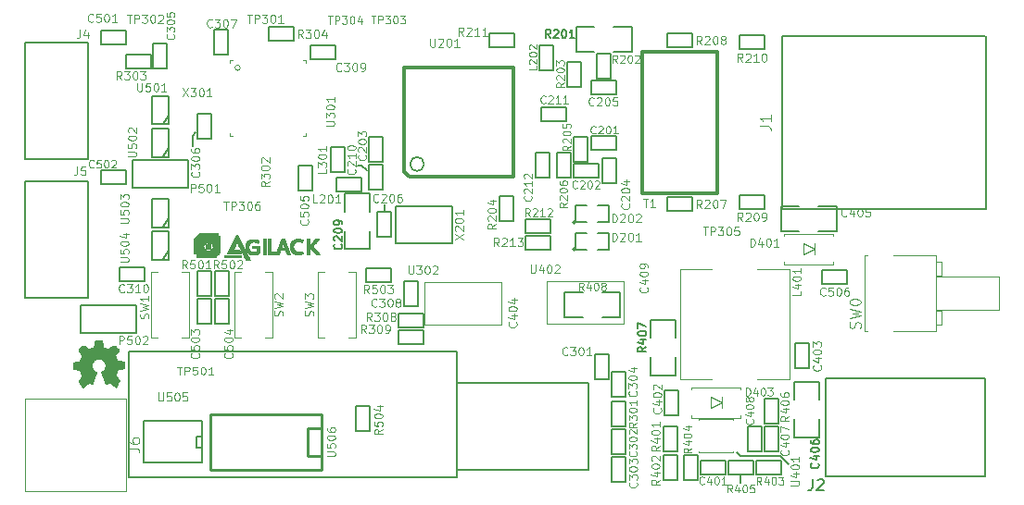
<source format=gto>
G04 (created by PCBNEW (2013-mar-13)-stable) date Mon 23 Mar 2015 11:07:48 AM CET*
%MOIN*%
G04 Gerber Fmt 3.4, Leading zero omitted, Abs format*
%FSLAX34Y34*%
G01*
G70*
G90*
G04 APERTURE LIST*
%ADD10C,0.005906*%
%ADD11C,0.007874*%
%ADD12C,0.012000*%
%ADD13C,0.005000*%
%ADD14C,0.008000*%
%ADD15C,0.006000*%
%ADD16C,0.004000*%
%ADD17C,0.002000*%
%ADD18C,0.003000*%
%ADD19C,0.001100*%
%ADD20C,0.010000*%
G04 APERTURE END LIST*
G54D10*
G54D11*
X50720Y-37600D02*
X50720Y-37370D01*
X43810Y-34920D02*
X43930Y-34800D01*
X43810Y-35290D02*
X43810Y-34920D01*
X49900Y-35980D02*
X50080Y-36160D01*
X49740Y-35980D02*
X49900Y-35980D01*
X64940Y-46450D02*
X65250Y-46760D01*
X63520Y-46450D02*
X64940Y-46450D01*
X63380Y-46310D02*
X63520Y-46450D01*
X63530Y-47120D02*
X63530Y-47420D01*
G54D12*
X59990Y-31880D02*
X62690Y-31880D01*
X62690Y-31880D02*
X62690Y-36980D01*
X62690Y-36980D02*
X59990Y-36980D01*
X59990Y-36980D02*
X59990Y-31880D01*
X59990Y-31880D02*
X59990Y-31890D01*
G54D13*
X60890Y-37130D02*
X61790Y-37130D01*
X61790Y-37130D02*
X61790Y-37630D01*
X61790Y-37630D02*
X60890Y-37630D01*
X60890Y-37630D02*
X60890Y-37130D01*
X61790Y-31730D02*
X60890Y-31730D01*
X60890Y-31730D02*
X60890Y-31230D01*
X60890Y-31230D02*
X61790Y-31230D01*
X61790Y-31230D02*
X61790Y-31730D01*
X63490Y-37055D02*
X64390Y-37055D01*
X64390Y-37055D02*
X64390Y-37555D01*
X64390Y-37555D02*
X63490Y-37555D01*
X63490Y-37555D02*
X63490Y-37055D01*
X63490Y-31300D02*
X64390Y-31300D01*
X64390Y-31300D02*
X64390Y-31800D01*
X64390Y-31800D02*
X63490Y-31800D01*
X63490Y-31800D02*
X63490Y-31300D01*
G54D12*
X51420Y-32460D02*
X55360Y-32460D01*
X55360Y-32460D02*
X55360Y-36400D01*
X51610Y-36400D02*
X55360Y-36400D01*
X51420Y-36210D02*
X51420Y-32460D01*
X51610Y-36400D02*
X51420Y-36210D01*
G54D14*
X52140Y-35930D02*
G75*
G03X52140Y-35930I-250J0D01*
G74*
G01*
G54D13*
X58170Y-34930D02*
X59070Y-34930D01*
X59070Y-34930D02*
X59070Y-35430D01*
X59070Y-35430D02*
X58170Y-35430D01*
X58170Y-35430D02*
X58170Y-34930D01*
X57510Y-35930D02*
X58410Y-35930D01*
X58410Y-35930D02*
X58410Y-36430D01*
X58410Y-36430D02*
X57510Y-36430D01*
X57510Y-36430D02*
X57510Y-35930D01*
X50160Y-35840D02*
X50160Y-34940D01*
X50160Y-34940D02*
X50660Y-34940D01*
X50660Y-34940D02*
X50660Y-35840D01*
X50660Y-35840D02*
X50160Y-35840D01*
X59070Y-35730D02*
X59070Y-36630D01*
X59070Y-36630D02*
X58570Y-36630D01*
X58570Y-36630D02*
X58570Y-35730D01*
X58570Y-35730D02*
X59070Y-35730D01*
X59070Y-33430D02*
X58170Y-33430D01*
X58170Y-33430D02*
X58170Y-32930D01*
X58170Y-32930D02*
X59070Y-32930D01*
X59070Y-32930D02*
X59070Y-33430D01*
X58370Y-32840D02*
X58370Y-31940D01*
X58370Y-31940D02*
X58870Y-31940D01*
X58870Y-31940D02*
X58870Y-32840D01*
X58870Y-32840D02*
X58370Y-32840D01*
X57790Y-32240D02*
X57790Y-33140D01*
X57790Y-33140D02*
X57290Y-33140D01*
X57290Y-33140D02*
X57290Y-32240D01*
X57290Y-32240D02*
X57790Y-32240D01*
X55360Y-37090D02*
X55360Y-37990D01*
X55360Y-37990D02*
X54860Y-37990D01*
X54860Y-37990D02*
X54860Y-37090D01*
X54860Y-37090D02*
X55360Y-37090D01*
X57510Y-35840D02*
X57510Y-34940D01*
X57510Y-34940D02*
X58010Y-34940D01*
X58010Y-34940D02*
X58010Y-35840D01*
X58010Y-35840D02*
X57510Y-35840D01*
X56910Y-36430D02*
X56910Y-35530D01*
X56910Y-35530D02*
X57410Y-35530D01*
X57410Y-35530D02*
X57410Y-36430D01*
X57410Y-36430D02*
X56910Y-36430D01*
X57620Y-30980D02*
X57620Y-31880D01*
X57620Y-31880D02*
X58270Y-31880D01*
X58970Y-30980D02*
X59620Y-30980D01*
X59620Y-30980D02*
X59620Y-31880D01*
X59620Y-31880D02*
X58970Y-31880D01*
X58270Y-30980D02*
X57620Y-30980D01*
X56290Y-32540D02*
X56290Y-31640D01*
X56290Y-31640D02*
X56790Y-31640D01*
X56790Y-31640D02*
X56790Y-32540D01*
X56790Y-32540D02*
X56290Y-32540D01*
X50660Y-35950D02*
X50660Y-36850D01*
X50660Y-36850D02*
X50160Y-36850D01*
X50160Y-36850D02*
X50160Y-35950D01*
X50160Y-35950D02*
X50660Y-35950D01*
X56370Y-33870D02*
X57270Y-33870D01*
X57270Y-33870D02*
X57270Y-34370D01*
X57270Y-34370D02*
X56370Y-34370D01*
X56370Y-34370D02*
X56370Y-33870D01*
X56670Y-35530D02*
X56670Y-36430D01*
X56670Y-36430D02*
X56170Y-36430D01*
X56170Y-36430D02*
X56170Y-35530D01*
X56170Y-35530D02*
X56670Y-35530D01*
X50200Y-37000D02*
X49300Y-37000D01*
X49300Y-37000D02*
X49300Y-37650D01*
X50200Y-38350D02*
X50200Y-39000D01*
X50200Y-39000D02*
X49300Y-39000D01*
X49300Y-39000D02*
X49300Y-38350D01*
X50200Y-37650D02*
X50200Y-37000D01*
X55400Y-31710D02*
X54500Y-31710D01*
X54500Y-31710D02*
X54500Y-31210D01*
X54500Y-31210D02*
X55400Y-31210D01*
X55400Y-31210D02*
X55400Y-31710D01*
X50970Y-37660D02*
X50970Y-38560D01*
X50970Y-38560D02*
X50470Y-38560D01*
X50470Y-38560D02*
X50470Y-37660D01*
X50470Y-37660D02*
X50970Y-37660D01*
X57590Y-39010D02*
G75*
G03X57590Y-39010I-50J0D01*
G74*
G01*
X57990Y-39010D02*
X57590Y-39010D01*
X57590Y-39010D02*
X57590Y-38410D01*
X57590Y-38410D02*
X57990Y-38410D01*
X58390Y-38410D02*
X58790Y-38410D01*
X58790Y-38410D02*
X58790Y-39010D01*
X58790Y-39010D02*
X58390Y-39010D01*
X57590Y-38030D02*
G75*
G03X57590Y-38030I-50J0D01*
G74*
G01*
X57990Y-38030D02*
X57590Y-38030D01*
X57590Y-38030D02*
X57590Y-37430D01*
X57590Y-37430D02*
X57990Y-37430D01*
X58390Y-37430D02*
X58790Y-37430D01*
X58790Y-37430D02*
X58790Y-38030D01*
X58790Y-38030D02*
X58390Y-38030D01*
X49000Y-36420D02*
X49900Y-36420D01*
X49900Y-36420D02*
X49900Y-36920D01*
X49900Y-36920D02*
X49000Y-36920D01*
X49000Y-36920D02*
X49000Y-36420D01*
X55790Y-37910D02*
X56690Y-37910D01*
X56690Y-37910D02*
X56690Y-38410D01*
X56690Y-38410D02*
X55790Y-38410D01*
X55790Y-38410D02*
X55790Y-37910D01*
X56690Y-39010D02*
X55790Y-39010D01*
X55790Y-39010D02*
X55790Y-38510D01*
X55790Y-38510D02*
X56690Y-38510D01*
X56690Y-38510D02*
X56690Y-39010D01*
G54D15*
X51110Y-37450D02*
X53150Y-37450D01*
X53150Y-37450D02*
X53150Y-38770D01*
X53150Y-38770D02*
X51110Y-38770D01*
X51110Y-38770D02*
X51110Y-37450D01*
G54D10*
X66575Y-43640D02*
X66575Y-47190D01*
X72330Y-47190D02*
X72330Y-43640D01*
X72330Y-47190D02*
X66575Y-47190D01*
X72330Y-43640D02*
X66575Y-43640D01*
G54D16*
X65285Y-39735D02*
X64135Y-39735D01*
X65285Y-39735D02*
X65285Y-43675D01*
X65285Y-43675D02*
X64135Y-43675D01*
X61345Y-39735D02*
X62495Y-39735D01*
X61345Y-39735D02*
X61345Y-43675D01*
X61345Y-43675D02*
X62495Y-43675D01*
G54D17*
X66861Y-39540D02*
X66861Y-39456D01*
X65089Y-39540D02*
X65089Y-39456D01*
X65775Y-39190D02*
X66175Y-38990D01*
X65775Y-38790D02*
X66175Y-38990D01*
X65775Y-39190D02*
X65775Y-38790D01*
X66175Y-39190D02*
X66175Y-38790D01*
X66861Y-38440D02*
X66861Y-38524D01*
X65089Y-38440D02*
X65089Y-38524D01*
X66861Y-38440D02*
X65089Y-38440D01*
X66861Y-39540D02*
X65089Y-39540D01*
G54D13*
X66975Y-38340D02*
X66975Y-37440D01*
X66975Y-37440D02*
X66325Y-37440D01*
X65625Y-38340D02*
X64975Y-38340D01*
X64975Y-38340D02*
X64975Y-37440D01*
X64975Y-37440D02*
X65625Y-37440D01*
X66325Y-38340D02*
X66975Y-38340D01*
G54D17*
X63531Y-45075D02*
X63531Y-44991D01*
X61759Y-45075D02*
X61759Y-44991D01*
X62445Y-44725D02*
X62845Y-44525D01*
X62445Y-44325D02*
X62845Y-44525D01*
X62445Y-44725D02*
X62445Y-44325D01*
X62845Y-44725D02*
X62845Y-44325D01*
X63531Y-43975D02*
X63531Y-44059D01*
X61759Y-43975D02*
X61759Y-44059D01*
X63531Y-43975D02*
X61759Y-43975D01*
X63531Y-45075D02*
X61759Y-45075D01*
G54D13*
X65460Y-45770D02*
X66360Y-45770D01*
X66360Y-45770D02*
X66360Y-45120D01*
X65460Y-44420D02*
X65460Y-43770D01*
X65460Y-43770D02*
X66360Y-43770D01*
X66360Y-43770D02*
X66360Y-44420D01*
X65460Y-45120D02*
X65460Y-45770D01*
X64380Y-46270D02*
X64380Y-45370D01*
X64380Y-45370D02*
X64880Y-45370D01*
X64880Y-45370D02*
X64880Y-46270D01*
X64880Y-46270D02*
X64380Y-46270D01*
X63780Y-46270D02*
X63780Y-45370D01*
X63780Y-45370D02*
X64280Y-45370D01*
X64280Y-45370D02*
X64280Y-46270D01*
X64280Y-46270D02*
X63780Y-46270D01*
X61240Y-45380D02*
X61240Y-46280D01*
X61240Y-46280D02*
X60740Y-46280D01*
X60740Y-46280D02*
X60740Y-45380D01*
X60740Y-45380D02*
X61240Y-45380D01*
X61240Y-46420D02*
X61240Y-47320D01*
X61240Y-47320D02*
X60740Y-47320D01*
X60740Y-47320D02*
X60740Y-46420D01*
X60740Y-46420D02*
X61240Y-46420D01*
X62080Y-46620D02*
X62980Y-46620D01*
X62980Y-46620D02*
X62980Y-47120D01*
X62980Y-47120D02*
X62080Y-47120D01*
X62080Y-47120D02*
X62080Y-46620D01*
X60780Y-44970D02*
X60780Y-44070D01*
X60780Y-44070D02*
X61280Y-44070D01*
X61280Y-44070D02*
X61280Y-44970D01*
X61280Y-44970D02*
X60780Y-44970D01*
X65480Y-43300D02*
X65480Y-42400D01*
X65480Y-42400D02*
X65980Y-42400D01*
X65980Y-42400D02*
X65980Y-43300D01*
X65980Y-43300D02*
X65480Y-43300D01*
G54D10*
X40045Y-35755D02*
X37795Y-35755D01*
X37795Y-35755D02*
X37795Y-31555D01*
X37795Y-31555D02*
X40045Y-31555D01*
X40045Y-35755D02*
X40045Y-31555D01*
G54D16*
X47900Y-32170D02*
X47785Y-32170D01*
X47900Y-32170D02*
X47900Y-32285D01*
X47900Y-34930D02*
X47900Y-34815D01*
X47900Y-34930D02*
X47785Y-34930D01*
X45140Y-34930D02*
X45140Y-34815D01*
X45140Y-34930D02*
X45255Y-34930D01*
X45530Y-32465D02*
G75*
G03X45530Y-32465I-95J0D01*
G74*
G01*
X45140Y-32170D02*
X45140Y-32285D01*
X45140Y-32170D02*
X45255Y-32170D01*
G54D10*
X58054Y-43808D02*
X58054Y-46957D01*
X58054Y-46957D02*
X53330Y-46957D01*
X53330Y-43808D02*
X58054Y-43808D01*
X53330Y-42686D02*
X41518Y-42686D01*
X41518Y-42686D02*
X41518Y-47213D01*
X41518Y-47213D02*
X53330Y-47213D01*
X53330Y-42686D02*
X53330Y-47213D01*
G54D13*
X48780Y-36230D02*
X48780Y-35330D01*
X48780Y-35330D02*
X49280Y-35330D01*
X49280Y-35330D02*
X49280Y-36230D01*
X49280Y-36230D02*
X48780Y-36230D01*
G54D18*
X62030Y-46330D02*
X62030Y-46285D01*
X62030Y-46330D02*
X63250Y-46330D01*
X63250Y-46330D02*
X63250Y-46285D01*
X63250Y-45110D02*
X63250Y-45155D01*
X62030Y-45110D02*
X62030Y-45155D01*
X62030Y-45110D02*
X63250Y-45110D01*
G54D13*
X64980Y-47120D02*
X64080Y-47120D01*
X64080Y-47120D02*
X64080Y-46620D01*
X64080Y-46620D02*
X64980Y-46620D01*
X64980Y-46620D02*
X64980Y-47120D01*
X61980Y-46420D02*
X61980Y-47320D01*
X61980Y-47320D02*
X61480Y-47320D01*
X61480Y-47320D02*
X61480Y-46420D01*
X61480Y-46420D02*
X61980Y-46420D01*
X63980Y-47120D02*
X63080Y-47120D01*
X63080Y-47120D02*
X63080Y-46620D01*
X63080Y-46620D02*
X63980Y-46620D01*
X63980Y-46620D02*
X63980Y-47120D01*
X64380Y-45280D02*
X64380Y-44380D01*
X64380Y-44380D02*
X64880Y-44380D01*
X64880Y-44380D02*
X64880Y-45280D01*
X64880Y-45280D02*
X64380Y-45280D01*
X60300Y-43550D02*
X61200Y-43550D01*
X61200Y-43550D02*
X61200Y-42900D01*
X60300Y-42200D02*
X60300Y-41550D01*
X60300Y-41550D02*
X61200Y-41550D01*
X61200Y-41550D02*
X61200Y-42200D01*
X60300Y-42900D02*
X60300Y-43550D01*
X58300Y-43690D02*
X58300Y-42790D01*
X58300Y-42790D02*
X58800Y-42790D01*
X58800Y-42790D02*
X58800Y-43690D01*
X58800Y-43690D02*
X58300Y-43690D01*
X58900Y-46380D02*
X58900Y-45480D01*
X58900Y-45480D02*
X59400Y-45480D01*
X59400Y-45480D02*
X59400Y-46380D01*
X59400Y-46380D02*
X58900Y-46380D01*
X58900Y-47380D02*
X58900Y-46480D01*
X58900Y-46480D02*
X59400Y-46480D01*
X59400Y-46480D02*
X59400Y-47380D01*
X59400Y-47380D02*
X58900Y-47380D01*
X58900Y-44320D02*
X58900Y-43420D01*
X58900Y-43420D02*
X59400Y-43420D01*
X59400Y-43420D02*
X59400Y-44320D01*
X59400Y-44320D02*
X58900Y-44320D01*
X59400Y-44490D02*
X59400Y-45390D01*
X59400Y-45390D02*
X58900Y-45390D01*
X58900Y-45390D02*
X58900Y-44490D01*
X58900Y-44490D02*
X59400Y-44490D01*
X59190Y-41450D02*
X59190Y-40550D01*
X59190Y-40550D02*
X58540Y-40550D01*
X57840Y-41450D02*
X57190Y-41450D01*
X57190Y-41450D02*
X57190Y-40550D01*
X57190Y-40550D02*
X57840Y-40550D01*
X58540Y-41450D02*
X59190Y-41450D01*
G54D16*
X56560Y-40150D02*
X59320Y-40150D01*
X59320Y-40150D02*
X59320Y-41690D01*
X59320Y-41690D02*
X56560Y-41690D01*
X56560Y-41690D02*
X56560Y-40150D01*
G54D13*
X42400Y-32490D02*
X42400Y-31590D01*
X42400Y-31590D02*
X42900Y-31590D01*
X42900Y-31590D02*
X42900Y-32490D01*
X42900Y-32490D02*
X42400Y-32490D01*
X41420Y-31990D02*
X42320Y-31990D01*
X42320Y-31990D02*
X42320Y-32490D01*
X42320Y-32490D02*
X41420Y-32490D01*
X41420Y-32490D02*
X41420Y-31990D01*
X46570Y-31000D02*
X47470Y-31000D01*
X47470Y-31000D02*
X47470Y-31500D01*
X47470Y-31500D02*
X46570Y-31500D01*
X46570Y-31500D02*
X46570Y-31000D01*
X42950Y-34170D02*
X42750Y-34470D01*
X42950Y-33470D02*
X42950Y-34495D01*
X42950Y-34495D02*
X42350Y-34495D01*
X42350Y-34495D02*
X42350Y-33470D01*
X42350Y-33470D02*
X42950Y-33470D01*
X42950Y-35350D02*
X42750Y-35650D01*
X42950Y-34650D02*
X42950Y-35675D01*
X42950Y-35675D02*
X42350Y-35675D01*
X42350Y-35675D02*
X42350Y-34650D01*
X42350Y-34650D02*
X42950Y-34650D01*
X44500Y-34130D02*
X44500Y-35030D01*
X44500Y-35030D02*
X44000Y-35030D01*
X44000Y-35030D02*
X44000Y-34130D01*
X44000Y-34130D02*
X44500Y-34130D01*
X40530Y-31120D02*
X41430Y-31120D01*
X41430Y-31120D02*
X41430Y-31620D01*
X41430Y-31620D02*
X40530Y-31620D01*
X40530Y-31620D02*
X40530Y-31120D01*
X44600Y-32000D02*
X44600Y-31100D01*
X44600Y-31100D02*
X45100Y-31100D01*
X45100Y-31100D02*
X45100Y-32000D01*
X45100Y-32000D02*
X44600Y-32000D01*
G54D18*
X42310Y-39815D02*
X42570Y-39815D01*
X42310Y-39815D02*
X42310Y-42185D01*
X42310Y-42185D02*
X42570Y-42185D01*
X43690Y-39815D02*
X43430Y-39815D01*
X43690Y-39815D02*
X43690Y-42185D01*
X43690Y-42185D02*
X43430Y-42185D01*
X45310Y-39815D02*
X45570Y-39815D01*
X45310Y-39815D02*
X45310Y-42185D01*
X45310Y-42185D02*
X45570Y-42185D01*
X46690Y-39815D02*
X46430Y-39815D01*
X46690Y-39815D02*
X46690Y-42185D01*
X46690Y-42185D02*
X46430Y-42185D01*
X49690Y-42185D02*
X49430Y-42185D01*
X49690Y-42185D02*
X49690Y-39815D01*
X49690Y-39815D02*
X49430Y-39815D01*
X48310Y-42185D02*
X48570Y-42185D01*
X48310Y-42185D02*
X48310Y-39815D01*
X48310Y-39815D02*
X48570Y-39815D01*
G54D10*
X40045Y-40755D02*
X37795Y-40755D01*
X37795Y-40755D02*
X37795Y-36555D01*
X37795Y-36555D02*
X40045Y-36555D01*
X40045Y-40755D02*
X40045Y-36555D01*
G54D13*
X42950Y-37900D02*
X42750Y-38200D01*
X42950Y-37200D02*
X42950Y-38225D01*
X42950Y-38225D02*
X42350Y-38225D01*
X42350Y-38225D02*
X42350Y-37200D01*
X42350Y-37200D02*
X42950Y-37200D01*
X42950Y-39060D02*
X42750Y-39360D01*
X42950Y-38360D02*
X42950Y-39385D01*
X42950Y-39385D02*
X42350Y-39385D01*
X42350Y-39385D02*
X42350Y-38360D01*
X42350Y-38360D02*
X42950Y-38360D01*
X40530Y-36160D02*
X41430Y-36160D01*
X41430Y-36160D02*
X41430Y-36660D01*
X41430Y-36660D02*
X40530Y-36660D01*
X40530Y-36660D02*
X40530Y-36160D01*
G54D19*
X44070Y-38410D02*
X44720Y-38410D01*
X44060Y-38420D02*
X44720Y-38420D01*
X44050Y-38430D02*
X44720Y-38430D01*
X44040Y-38440D02*
X44720Y-38440D01*
X44030Y-38450D02*
X44720Y-38450D01*
X44020Y-38460D02*
X44720Y-38460D01*
X44010Y-38470D02*
X44720Y-38470D01*
X45400Y-38470D02*
X45410Y-38470D01*
X44000Y-38480D02*
X44120Y-38480D01*
X45390Y-38480D02*
X45420Y-38480D01*
X43990Y-38490D02*
X44110Y-38490D01*
X45390Y-38490D02*
X45420Y-38490D01*
X43980Y-38500D02*
X44100Y-38500D01*
X45380Y-38500D02*
X45430Y-38500D01*
X43970Y-38510D02*
X44090Y-38510D01*
X44120Y-38510D02*
X44780Y-38510D01*
X45380Y-38510D02*
X45430Y-38510D01*
X43960Y-38520D02*
X44080Y-38520D01*
X44110Y-38520D02*
X44780Y-38520D01*
X45370Y-38520D02*
X45440Y-38520D01*
X43950Y-38530D02*
X44070Y-38530D01*
X44100Y-38530D02*
X44760Y-38530D01*
X44770Y-38530D02*
X44780Y-38530D01*
X45370Y-38530D02*
X45440Y-38530D01*
X43940Y-38540D02*
X44060Y-38540D01*
X44090Y-38540D02*
X44750Y-38540D01*
X44770Y-38540D02*
X44780Y-38540D01*
X45360Y-38540D02*
X45450Y-38540D01*
X43930Y-38550D02*
X44050Y-38550D01*
X44080Y-38550D02*
X44740Y-38550D01*
X44770Y-38550D02*
X44780Y-38550D01*
X45360Y-38550D02*
X45450Y-38550D01*
X43920Y-38560D02*
X44040Y-38560D01*
X44070Y-38560D02*
X44730Y-38560D01*
X44770Y-38560D02*
X44780Y-38560D01*
X45350Y-38560D02*
X45460Y-38560D01*
X43910Y-38570D02*
X44030Y-38570D01*
X44060Y-38570D02*
X44720Y-38570D01*
X44770Y-38570D02*
X44780Y-38570D01*
X45350Y-38570D02*
X45460Y-38570D01*
X43900Y-38580D02*
X44020Y-38580D01*
X44050Y-38580D02*
X44710Y-38580D01*
X44770Y-38580D02*
X44780Y-38580D01*
X45340Y-38580D02*
X45470Y-38580D01*
X43890Y-38590D02*
X44010Y-38590D01*
X44040Y-38590D02*
X44700Y-38590D01*
X44770Y-38590D02*
X44780Y-38590D01*
X45340Y-38590D02*
X45470Y-38590D01*
X43880Y-38600D02*
X44000Y-38600D01*
X44030Y-38600D02*
X44690Y-38600D01*
X44750Y-38600D02*
X44780Y-38600D01*
X45330Y-38600D02*
X45480Y-38600D01*
X43870Y-38610D02*
X43990Y-38610D01*
X44020Y-38610D02*
X44680Y-38610D01*
X44750Y-38610D02*
X44780Y-38610D01*
X45330Y-38610D02*
X45480Y-38610D01*
X43870Y-38620D02*
X43990Y-38620D01*
X44010Y-38620D02*
X44670Y-38620D01*
X44730Y-38620D02*
X44780Y-38620D01*
X45320Y-38620D02*
X45490Y-38620D01*
X43870Y-38630D02*
X43980Y-38630D01*
X44000Y-38630D02*
X44660Y-38630D01*
X44720Y-38630D02*
X44780Y-38630D01*
X45320Y-38630D02*
X45490Y-38630D01*
X46340Y-38630D02*
X46440Y-38630D01*
X46510Y-38630D02*
X46610Y-38630D01*
X47010Y-38630D02*
X47120Y-38630D01*
X47520Y-38630D02*
X47700Y-38630D01*
X47920Y-38630D02*
X48020Y-38630D01*
X48230Y-38630D02*
X48370Y-38630D01*
X43870Y-38640D02*
X43960Y-38640D01*
X43990Y-38640D02*
X44650Y-38640D01*
X44710Y-38640D02*
X44780Y-38640D01*
X45310Y-38640D02*
X45500Y-38640D01*
X45920Y-38640D02*
X46090Y-38640D01*
X46340Y-38640D02*
X46440Y-38640D01*
X46510Y-38640D02*
X46610Y-38640D01*
X47000Y-38640D02*
X47120Y-38640D01*
X47490Y-38640D02*
X47740Y-38640D01*
X47920Y-38640D02*
X48020Y-38640D01*
X48220Y-38640D02*
X48360Y-38640D01*
X43870Y-38650D02*
X43960Y-38650D01*
X43980Y-38650D02*
X44640Y-38650D01*
X44700Y-38650D02*
X44780Y-38650D01*
X45310Y-38650D02*
X45500Y-38650D01*
X45880Y-38650D02*
X46120Y-38650D01*
X46340Y-38650D02*
X46440Y-38650D01*
X46510Y-38650D02*
X46610Y-38650D01*
X47000Y-38650D02*
X47130Y-38650D01*
X47470Y-38650D02*
X47760Y-38650D01*
X47920Y-38650D02*
X48020Y-38650D01*
X48210Y-38650D02*
X48350Y-38650D01*
X43870Y-38660D02*
X43950Y-38660D01*
X43970Y-38660D02*
X44630Y-38660D01*
X44690Y-38660D02*
X44780Y-38660D01*
X45300Y-38660D02*
X45510Y-38660D01*
X45860Y-38660D02*
X46150Y-38660D01*
X46340Y-38660D02*
X46440Y-38660D01*
X46510Y-38660D02*
X46610Y-38660D01*
X47000Y-38660D02*
X47130Y-38660D01*
X47450Y-38660D02*
X47780Y-38660D01*
X47920Y-38660D02*
X48020Y-38660D01*
X48200Y-38660D02*
X48340Y-38660D01*
X43870Y-38670D02*
X43940Y-38670D01*
X43970Y-38670D02*
X44620Y-38670D01*
X44680Y-38670D02*
X44760Y-38670D01*
X44770Y-38670D02*
X44780Y-38670D01*
X45300Y-38670D02*
X45510Y-38670D01*
X45840Y-38670D02*
X46170Y-38670D01*
X46340Y-38670D02*
X46440Y-38670D01*
X46510Y-38670D02*
X46610Y-38670D01*
X46990Y-38670D02*
X47130Y-38670D01*
X47430Y-38670D02*
X47780Y-38670D01*
X47920Y-38670D02*
X48020Y-38670D01*
X48190Y-38670D02*
X48330Y-38670D01*
X43870Y-38680D02*
X43940Y-38680D01*
X43970Y-38680D02*
X44610Y-38680D01*
X44670Y-38680D02*
X44750Y-38680D01*
X44770Y-38680D02*
X44780Y-38680D01*
X45290Y-38680D02*
X45520Y-38680D01*
X45830Y-38680D02*
X46190Y-38680D01*
X46340Y-38680D02*
X46440Y-38680D01*
X46510Y-38680D02*
X46610Y-38680D01*
X46990Y-38680D02*
X47140Y-38680D01*
X47420Y-38680D02*
X47780Y-38680D01*
X47920Y-38680D02*
X48020Y-38680D01*
X48180Y-38680D02*
X48320Y-38680D01*
X43870Y-38690D02*
X43940Y-38690D01*
X43970Y-38690D02*
X44600Y-38690D01*
X44660Y-38690D02*
X44740Y-38690D01*
X44770Y-38690D02*
X44780Y-38690D01*
X45290Y-38690D02*
X45520Y-38690D01*
X45810Y-38690D02*
X46200Y-38690D01*
X46340Y-38690D02*
X46440Y-38690D01*
X46510Y-38690D02*
X46610Y-38690D01*
X46990Y-38690D02*
X47140Y-38690D01*
X47400Y-38690D02*
X47770Y-38690D01*
X47920Y-38690D02*
X48020Y-38690D01*
X48170Y-38690D02*
X48310Y-38690D01*
X43870Y-38700D02*
X43940Y-38700D01*
X43970Y-38700D02*
X44590Y-38700D01*
X44650Y-38700D02*
X44730Y-38700D01*
X44770Y-38700D02*
X44780Y-38700D01*
X45280Y-38700D02*
X45530Y-38700D01*
X45800Y-38700D02*
X46200Y-38700D01*
X46340Y-38700D02*
X46440Y-38700D01*
X46510Y-38700D02*
X46610Y-38700D01*
X46980Y-38700D02*
X47150Y-38700D01*
X47390Y-38700D02*
X47770Y-38700D01*
X47920Y-38700D02*
X48020Y-38700D01*
X48170Y-38700D02*
X48300Y-38700D01*
X43870Y-38710D02*
X43940Y-38710D01*
X43970Y-38710D02*
X44580Y-38710D01*
X44640Y-38710D02*
X44720Y-38710D01*
X44770Y-38710D02*
X44780Y-38710D01*
X45280Y-38710D02*
X45530Y-38710D01*
X45790Y-38710D02*
X46200Y-38710D01*
X46340Y-38710D02*
X46440Y-38710D01*
X46510Y-38710D02*
X46610Y-38710D01*
X46980Y-38710D02*
X47150Y-38710D01*
X47380Y-38710D02*
X47760Y-38710D01*
X47920Y-38710D02*
X48020Y-38710D01*
X48160Y-38710D02*
X48290Y-38710D01*
X43870Y-38720D02*
X43940Y-38720D01*
X43970Y-38720D02*
X44570Y-38720D01*
X44630Y-38720D02*
X44710Y-38720D01*
X44760Y-38720D02*
X44780Y-38720D01*
X45270Y-38720D02*
X45540Y-38720D01*
X45780Y-38720D02*
X46190Y-38720D01*
X46340Y-38720D02*
X46440Y-38720D01*
X46510Y-38720D02*
X46610Y-38720D01*
X46980Y-38720D02*
X47150Y-38720D01*
X47380Y-38720D02*
X47760Y-38720D01*
X47920Y-38720D02*
X48020Y-38720D01*
X48150Y-38720D02*
X48280Y-38720D01*
X43870Y-38730D02*
X43940Y-38730D01*
X43970Y-38730D02*
X44560Y-38730D01*
X44620Y-38730D02*
X44700Y-38730D01*
X44750Y-38730D02*
X44780Y-38730D01*
X45270Y-38730D02*
X45540Y-38730D01*
X45770Y-38730D02*
X46180Y-38730D01*
X46340Y-38730D02*
X46440Y-38730D01*
X46510Y-38730D02*
X46610Y-38730D01*
X46970Y-38730D02*
X47160Y-38730D01*
X47370Y-38730D02*
X47550Y-38730D01*
X47690Y-38730D02*
X47760Y-38730D01*
X47920Y-38730D02*
X48020Y-38730D01*
X48140Y-38730D02*
X48270Y-38730D01*
X43870Y-38740D02*
X43940Y-38740D01*
X43970Y-38740D02*
X44550Y-38740D01*
X44610Y-38740D02*
X44690Y-38740D01*
X44740Y-38740D02*
X44780Y-38740D01*
X45260Y-38740D02*
X45400Y-38740D01*
X45410Y-38740D02*
X45550Y-38740D01*
X45770Y-38740D02*
X45950Y-38740D01*
X46070Y-38740D02*
X46180Y-38740D01*
X46340Y-38740D02*
X46440Y-38740D01*
X46510Y-38740D02*
X46610Y-38740D01*
X46970Y-38740D02*
X47160Y-38740D01*
X47360Y-38740D02*
X47530Y-38740D01*
X47720Y-38740D02*
X47750Y-38740D01*
X47920Y-38740D02*
X48020Y-38740D01*
X48130Y-38740D02*
X48260Y-38740D01*
X43870Y-38750D02*
X43940Y-38750D01*
X43970Y-38750D02*
X44330Y-38750D01*
X44410Y-38750D02*
X44540Y-38750D01*
X44600Y-38750D02*
X44680Y-38750D01*
X44730Y-38750D02*
X44780Y-38750D01*
X45260Y-38750D02*
X45400Y-38750D01*
X45410Y-38750D02*
X45550Y-38750D01*
X45760Y-38750D02*
X45920Y-38750D01*
X46110Y-38750D02*
X46170Y-38750D01*
X46340Y-38750D02*
X46440Y-38750D01*
X46510Y-38750D02*
X46610Y-38750D01*
X46960Y-38750D02*
X47160Y-38750D01*
X47350Y-38750D02*
X47510Y-38750D01*
X47920Y-38750D02*
X48020Y-38750D01*
X48120Y-38750D02*
X48260Y-38750D01*
X43870Y-38760D02*
X43940Y-38760D01*
X43970Y-38760D02*
X44300Y-38760D01*
X44440Y-38760D02*
X44530Y-38760D01*
X44590Y-38760D02*
X44670Y-38760D01*
X44720Y-38760D02*
X44780Y-38760D01*
X45250Y-38760D02*
X45390Y-38760D01*
X45420Y-38760D02*
X45560Y-38760D01*
X45750Y-38760D02*
X45910Y-38760D01*
X46130Y-38760D02*
X46170Y-38760D01*
X46340Y-38760D02*
X46440Y-38760D01*
X46510Y-38760D02*
X46610Y-38760D01*
X46960Y-38760D02*
X47170Y-38760D01*
X47350Y-38760D02*
X47490Y-38760D01*
X47920Y-38760D02*
X48020Y-38760D01*
X48110Y-38760D02*
X48250Y-38760D01*
X43870Y-38770D02*
X43940Y-38770D01*
X43970Y-38770D02*
X44290Y-38770D01*
X44460Y-38770D02*
X44520Y-38770D01*
X44580Y-38770D02*
X44660Y-38770D01*
X44710Y-38770D02*
X44780Y-38770D01*
X45250Y-38770D02*
X45390Y-38770D01*
X45420Y-38770D02*
X45560Y-38770D01*
X45750Y-38770D02*
X45890Y-38770D01*
X46150Y-38770D02*
X46160Y-38770D01*
X46340Y-38770D02*
X46440Y-38770D01*
X46510Y-38770D02*
X46610Y-38770D01*
X46960Y-38770D02*
X47060Y-38770D01*
X47070Y-38770D02*
X47170Y-38770D01*
X47340Y-38770D02*
X47480Y-38770D01*
X47920Y-38770D02*
X48020Y-38770D01*
X48100Y-38770D02*
X48240Y-38770D01*
X43870Y-38780D02*
X43940Y-38780D01*
X43970Y-38780D02*
X44270Y-38780D01*
X44470Y-38780D02*
X44510Y-38780D01*
X44570Y-38780D02*
X44650Y-38780D01*
X44700Y-38780D02*
X44780Y-38780D01*
X45240Y-38780D02*
X45380Y-38780D01*
X45430Y-38780D02*
X45570Y-38780D01*
X45740Y-38780D02*
X45880Y-38780D01*
X46340Y-38780D02*
X46440Y-38780D01*
X46510Y-38780D02*
X46610Y-38780D01*
X46950Y-38780D02*
X47050Y-38780D01*
X47070Y-38780D02*
X47180Y-38780D01*
X47340Y-38780D02*
X47470Y-38780D01*
X47920Y-38780D02*
X48020Y-38780D01*
X48100Y-38780D02*
X48230Y-38780D01*
X43870Y-38790D02*
X43940Y-38790D01*
X43970Y-38790D02*
X44260Y-38790D01*
X44480Y-38790D02*
X44500Y-38790D01*
X44560Y-38790D02*
X44640Y-38790D01*
X44690Y-38790D02*
X44780Y-38790D01*
X45240Y-38790D02*
X45380Y-38790D01*
X45430Y-38790D02*
X45570Y-38790D01*
X45740Y-38790D02*
X45870Y-38790D01*
X46340Y-38790D02*
X46440Y-38790D01*
X46510Y-38790D02*
X46610Y-38790D01*
X46950Y-38790D02*
X47050Y-38790D01*
X47070Y-38790D02*
X47180Y-38790D01*
X47330Y-38790D02*
X47460Y-38790D01*
X47920Y-38790D02*
X48020Y-38790D01*
X48090Y-38790D02*
X48220Y-38790D01*
X43870Y-38800D02*
X43940Y-38800D01*
X43970Y-38800D02*
X44250Y-38800D01*
X44340Y-38800D02*
X44410Y-38800D01*
X44490Y-38800D02*
X44500Y-38800D01*
X44550Y-38800D02*
X44630Y-38800D01*
X44680Y-38800D02*
X44780Y-38800D01*
X45230Y-38800D02*
X45380Y-38800D01*
X45440Y-38800D02*
X45580Y-38800D01*
X45730Y-38800D02*
X45860Y-38800D01*
X46340Y-38800D02*
X46440Y-38800D01*
X46510Y-38800D02*
X46610Y-38800D01*
X46950Y-38800D02*
X47050Y-38800D01*
X47080Y-38800D02*
X47180Y-38800D01*
X47330Y-38800D02*
X47460Y-38800D01*
X47920Y-38800D02*
X48020Y-38800D01*
X48080Y-38800D02*
X48210Y-38800D01*
X43870Y-38810D02*
X43940Y-38810D01*
X43970Y-38810D02*
X44240Y-38810D01*
X44320Y-38810D02*
X44430Y-38810D01*
X44540Y-38810D02*
X44620Y-38810D01*
X44670Y-38810D02*
X44780Y-38810D01*
X45230Y-38810D02*
X45370Y-38810D01*
X45440Y-38810D02*
X45580Y-38810D01*
X45730Y-38810D02*
X45850Y-38810D01*
X46340Y-38810D02*
X46440Y-38810D01*
X46510Y-38810D02*
X46610Y-38810D01*
X46940Y-38810D02*
X47040Y-38810D01*
X47080Y-38810D02*
X47190Y-38810D01*
X47330Y-38810D02*
X47450Y-38810D01*
X47920Y-38810D02*
X48020Y-38810D01*
X48070Y-38810D02*
X48200Y-38810D01*
X43870Y-38820D02*
X43940Y-38820D01*
X43970Y-38820D02*
X44230Y-38820D01*
X44310Y-38820D02*
X44440Y-38820D01*
X44530Y-38820D02*
X44610Y-38820D01*
X44660Y-38820D02*
X44780Y-38820D01*
X45220Y-38820D02*
X45370Y-38820D01*
X45450Y-38820D02*
X45590Y-38820D01*
X45730Y-38820D02*
X45850Y-38820D01*
X46340Y-38820D02*
X46440Y-38820D01*
X46510Y-38820D02*
X46610Y-38820D01*
X46940Y-38820D02*
X47040Y-38820D01*
X47080Y-38820D02*
X47190Y-38820D01*
X47330Y-38820D02*
X47450Y-38820D01*
X47920Y-38820D02*
X48020Y-38820D01*
X48060Y-38820D02*
X48190Y-38820D01*
X43870Y-38830D02*
X43940Y-38830D01*
X43970Y-38830D02*
X44220Y-38830D01*
X44300Y-38830D02*
X44450Y-38830D01*
X44530Y-38830D02*
X44600Y-38830D01*
X44650Y-38830D02*
X44780Y-38830D01*
X45220Y-38830D02*
X45360Y-38830D01*
X45450Y-38830D02*
X45600Y-38830D01*
X45730Y-38830D02*
X45840Y-38830D01*
X46340Y-38830D02*
X46440Y-38830D01*
X46510Y-38830D02*
X46610Y-38830D01*
X46930Y-38830D02*
X47040Y-38830D01*
X47090Y-38830D02*
X47190Y-38830D01*
X47320Y-38830D02*
X47440Y-38830D01*
X47920Y-38830D02*
X48020Y-38830D01*
X48050Y-38830D02*
X48180Y-38830D01*
X43870Y-38840D02*
X43940Y-38840D01*
X43970Y-38840D02*
X44210Y-38840D01*
X44290Y-38840D02*
X44460Y-38840D01*
X44530Y-38840D02*
X44590Y-38840D01*
X44640Y-38840D02*
X44780Y-38840D01*
X45210Y-38840D02*
X45360Y-38840D01*
X45460Y-38840D02*
X45600Y-38840D01*
X45720Y-38840D02*
X45840Y-38840D01*
X46340Y-38840D02*
X46440Y-38840D01*
X46510Y-38840D02*
X46610Y-38840D01*
X46930Y-38840D02*
X47030Y-38840D01*
X47090Y-38840D02*
X47200Y-38840D01*
X47320Y-38840D02*
X47440Y-38840D01*
X47920Y-38840D02*
X48020Y-38840D01*
X48040Y-38840D02*
X48170Y-38840D01*
X43870Y-38850D02*
X43940Y-38850D01*
X43970Y-38850D02*
X44200Y-38850D01*
X44290Y-38850D02*
X44460Y-38850D01*
X44530Y-38850D02*
X44570Y-38850D01*
X44630Y-38850D02*
X44780Y-38850D01*
X45210Y-38850D02*
X45350Y-38850D01*
X45460Y-38850D02*
X45610Y-38850D01*
X45720Y-38850D02*
X45840Y-38850D01*
X46340Y-38850D02*
X46440Y-38850D01*
X46510Y-38850D02*
X46610Y-38850D01*
X46930Y-38850D02*
X47030Y-38850D01*
X47090Y-38850D02*
X47200Y-38850D01*
X47320Y-38850D02*
X47430Y-38850D01*
X47920Y-38850D02*
X48020Y-38850D01*
X48030Y-38850D02*
X48160Y-38850D01*
X43870Y-38860D02*
X43940Y-38860D01*
X43970Y-38860D02*
X44190Y-38860D01*
X44280Y-38860D02*
X44460Y-38860D01*
X44530Y-38860D02*
X44560Y-38860D01*
X44620Y-38860D02*
X44780Y-38860D01*
X45200Y-38860D02*
X45350Y-38860D01*
X45470Y-38860D02*
X45610Y-38860D01*
X45720Y-38860D02*
X45830Y-38860D01*
X46340Y-38860D02*
X46440Y-38860D01*
X46510Y-38860D02*
X46610Y-38860D01*
X46920Y-38860D02*
X47030Y-38860D01*
X47100Y-38860D02*
X47200Y-38860D01*
X47320Y-38860D02*
X47430Y-38860D01*
X47920Y-38860D02*
X48020Y-38860D01*
X48030Y-38860D02*
X48150Y-38860D01*
X43870Y-38870D02*
X43940Y-38870D01*
X43970Y-38870D02*
X44180Y-38870D01*
X44280Y-38870D02*
X44470Y-38870D01*
X44530Y-38870D02*
X44550Y-38870D01*
X44610Y-38870D02*
X44780Y-38870D01*
X45200Y-38870D02*
X45340Y-38870D01*
X45470Y-38870D02*
X45620Y-38870D01*
X45720Y-38870D02*
X45830Y-38870D01*
X46340Y-38870D02*
X46440Y-38870D01*
X46510Y-38870D02*
X46610Y-38870D01*
X46920Y-38870D02*
X47020Y-38870D01*
X47100Y-38870D02*
X47210Y-38870D01*
X47320Y-38870D02*
X47430Y-38870D01*
X47920Y-38870D02*
X48140Y-38870D01*
X43870Y-38880D02*
X43940Y-38880D01*
X43970Y-38880D02*
X44170Y-38880D01*
X44280Y-38880D02*
X44470Y-38880D01*
X44530Y-38880D02*
X44540Y-38880D01*
X44600Y-38880D02*
X44780Y-38880D01*
X45190Y-38880D02*
X45340Y-38880D01*
X45480Y-38880D02*
X45620Y-38880D01*
X45720Y-38880D02*
X45830Y-38880D01*
X45970Y-38880D02*
X46220Y-38880D01*
X46340Y-38880D02*
X46440Y-38880D01*
X46510Y-38880D02*
X46610Y-38880D01*
X46920Y-38880D02*
X47020Y-38880D01*
X47100Y-38880D02*
X47210Y-38880D01*
X47320Y-38880D02*
X47430Y-38880D01*
X47920Y-38880D02*
X48130Y-38880D01*
X43870Y-38890D02*
X43940Y-38890D01*
X43970Y-38890D02*
X44160Y-38890D01*
X44280Y-38890D02*
X44470Y-38890D01*
X44590Y-38890D02*
X44780Y-38890D01*
X45190Y-38890D02*
X45330Y-38890D01*
X45480Y-38890D02*
X45630Y-38890D01*
X45720Y-38890D02*
X45830Y-38890D01*
X45970Y-38890D02*
X46220Y-38890D01*
X46340Y-38890D02*
X46440Y-38890D01*
X46510Y-38890D02*
X46610Y-38890D01*
X46910Y-38890D02*
X47020Y-38890D01*
X47110Y-38890D02*
X47220Y-38890D01*
X47320Y-38890D02*
X47430Y-38890D01*
X47920Y-38890D02*
X48130Y-38890D01*
X43870Y-38900D02*
X43940Y-38900D01*
X43970Y-38900D02*
X44150Y-38900D01*
X44280Y-38900D02*
X44470Y-38900D01*
X44580Y-38900D02*
X44780Y-38900D01*
X45180Y-38900D02*
X45330Y-38900D01*
X45490Y-38900D02*
X45630Y-38900D01*
X45720Y-38900D02*
X45830Y-38900D01*
X45970Y-38900D02*
X46220Y-38900D01*
X46340Y-38900D02*
X46440Y-38900D01*
X46510Y-38900D02*
X46610Y-38900D01*
X46910Y-38900D02*
X47010Y-38900D01*
X47110Y-38900D02*
X47220Y-38900D01*
X47320Y-38900D02*
X47430Y-38900D01*
X47920Y-38900D02*
X48140Y-38900D01*
X43870Y-38910D02*
X43940Y-38910D01*
X43970Y-38910D02*
X44140Y-38910D01*
X44210Y-38910D02*
X44220Y-38910D01*
X44280Y-38910D02*
X44470Y-38910D01*
X44570Y-38910D02*
X44780Y-38910D01*
X45180Y-38910D02*
X45320Y-38910D01*
X45490Y-38910D02*
X45640Y-38910D01*
X45720Y-38910D02*
X45830Y-38910D01*
X45970Y-38910D02*
X46220Y-38910D01*
X46340Y-38910D02*
X46440Y-38910D01*
X46510Y-38910D02*
X46610Y-38910D01*
X46910Y-38910D02*
X47010Y-38910D01*
X47110Y-38910D02*
X47220Y-38910D01*
X47320Y-38910D02*
X47430Y-38910D01*
X47920Y-38910D02*
X48150Y-38910D01*
X43870Y-38920D02*
X43940Y-38920D01*
X43970Y-38920D02*
X44130Y-38920D01*
X44200Y-38920D02*
X44220Y-38920D01*
X44280Y-38920D02*
X44470Y-38920D01*
X44560Y-38920D02*
X44780Y-38920D01*
X45170Y-38920D02*
X45320Y-38920D01*
X45500Y-38920D02*
X45640Y-38920D01*
X45720Y-38920D02*
X45830Y-38920D01*
X45970Y-38920D02*
X46220Y-38920D01*
X46340Y-38920D02*
X46440Y-38920D01*
X46510Y-38920D02*
X46610Y-38920D01*
X46900Y-38920D02*
X47010Y-38920D01*
X47120Y-38920D02*
X47230Y-38920D01*
X47320Y-38920D02*
X47430Y-38920D01*
X47920Y-38920D02*
X48160Y-38920D01*
X43870Y-38930D02*
X43940Y-38930D01*
X43970Y-38930D02*
X44120Y-38930D01*
X44190Y-38930D02*
X44220Y-38930D01*
X44280Y-38930D02*
X44470Y-38930D01*
X44550Y-38930D02*
X44780Y-38930D01*
X45170Y-38930D02*
X45320Y-38930D01*
X45500Y-38930D02*
X45650Y-38930D01*
X45720Y-38930D02*
X45830Y-38930D01*
X45970Y-38930D02*
X46220Y-38930D01*
X46340Y-38930D02*
X46440Y-38930D01*
X46510Y-38930D02*
X46610Y-38930D01*
X46900Y-38930D02*
X47000Y-38930D01*
X47120Y-38930D02*
X47230Y-38930D01*
X47320Y-38930D02*
X47430Y-38930D01*
X47920Y-38930D02*
X48020Y-38930D01*
X48030Y-38930D02*
X48160Y-38930D01*
X43870Y-38940D02*
X43940Y-38940D01*
X43970Y-38940D02*
X44110Y-38940D01*
X44180Y-38940D02*
X44220Y-38940D01*
X44280Y-38940D02*
X44460Y-38940D01*
X44540Y-38940D02*
X44780Y-38940D01*
X45160Y-38940D02*
X45310Y-38940D01*
X45510Y-38940D02*
X45650Y-38940D01*
X45720Y-38940D02*
X45830Y-38940D01*
X45970Y-38940D02*
X46220Y-38940D01*
X46340Y-38940D02*
X46440Y-38940D01*
X46510Y-38940D02*
X46610Y-38940D01*
X46890Y-38940D02*
X47000Y-38940D01*
X47120Y-38940D02*
X47230Y-38940D01*
X47320Y-38940D02*
X47430Y-38940D01*
X47920Y-38940D02*
X48020Y-38940D01*
X48040Y-38940D02*
X48170Y-38940D01*
X43870Y-38950D02*
X43940Y-38950D01*
X43970Y-38950D02*
X44100Y-38950D01*
X44170Y-38950D02*
X44220Y-38950D01*
X44290Y-38950D02*
X44460Y-38950D01*
X44530Y-38950D02*
X44780Y-38950D01*
X45160Y-38950D02*
X45310Y-38950D01*
X45510Y-38950D02*
X45660Y-38950D01*
X45720Y-38950D02*
X45830Y-38950D01*
X45970Y-38950D02*
X46220Y-38950D01*
X46340Y-38950D02*
X46440Y-38950D01*
X46510Y-38950D02*
X46610Y-38950D01*
X46890Y-38950D02*
X47240Y-38950D01*
X47320Y-38950D02*
X47430Y-38950D01*
X47920Y-38950D02*
X48020Y-38950D01*
X48050Y-38950D02*
X48180Y-38950D01*
X43870Y-38960D02*
X43940Y-38960D01*
X43970Y-38960D02*
X44090Y-38960D01*
X44160Y-38960D02*
X44220Y-38960D01*
X44290Y-38960D02*
X44450Y-38960D01*
X44520Y-38960D02*
X44780Y-38960D01*
X45150Y-38960D02*
X45300Y-38960D01*
X45520Y-38960D02*
X45660Y-38960D01*
X45720Y-38960D02*
X45830Y-38960D01*
X45970Y-38960D02*
X46220Y-38960D01*
X46340Y-38960D02*
X46440Y-38960D01*
X46510Y-38960D02*
X46610Y-38960D01*
X46890Y-38960D02*
X47240Y-38960D01*
X47320Y-38960D02*
X47440Y-38960D01*
X47920Y-38960D02*
X48020Y-38960D01*
X48060Y-38960D02*
X48190Y-38960D01*
X43870Y-38970D02*
X43940Y-38970D01*
X43970Y-38970D02*
X44080Y-38970D01*
X44150Y-38970D02*
X44220Y-38970D01*
X44300Y-38970D02*
X44450Y-38970D01*
X44510Y-38970D02*
X44780Y-38970D01*
X45150Y-38970D02*
X45300Y-38970D01*
X45520Y-38970D02*
X45670Y-38970D01*
X45720Y-38970D02*
X45840Y-38970D01*
X46120Y-38970D02*
X46220Y-38970D01*
X46340Y-38970D02*
X46440Y-38970D01*
X46510Y-38970D02*
X46610Y-38970D01*
X46880Y-38970D02*
X47240Y-38970D01*
X47320Y-38970D02*
X47440Y-38970D01*
X47920Y-38970D02*
X48020Y-38970D01*
X48060Y-38970D02*
X48200Y-38970D01*
X43870Y-38980D02*
X43940Y-38980D01*
X43970Y-38980D02*
X44070Y-38980D01*
X44140Y-38980D02*
X44210Y-38980D01*
X44310Y-38980D02*
X44430Y-38980D01*
X44500Y-38980D02*
X44780Y-38980D01*
X45140Y-38980D02*
X45290Y-38980D01*
X45530Y-38980D02*
X45670Y-38980D01*
X45720Y-38980D02*
X45840Y-38980D01*
X46120Y-38980D02*
X46220Y-38980D01*
X46340Y-38980D02*
X46440Y-38980D01*
X46510Y-38980D02*
X46610Y-38980D01*
X46880Y-38980D02*
X47250Y-38980D01*
X47320Y-38980D02*
X47440Y-38980D01*
X47920Y-38980D02*
X48020Y-38980D01*
X48070Y-38980D02*
X48210Y-38980D01*
X43870Y-38990D02*
X43940Y-38990D01*
X43970Y-38990D02*
X44060Y-38990D01*
X44130Y-38990D02*
X44200Y-38990D01*
X44330Y-38990D02*
X44420Y-38990D01*
X44490Y-38990D02*
X44780Y-38990D01*
X45140Y-38990D02*
X45290Y-38990D01*
X45530Y-38990D02*
X45680Y-38990D01*
X45730Y-38990D02*
X45840Y-38990D01*
X46120Y-38990D02*
X46220Y-38990D01*
X46340Y-38990D02*
X46440Y-38990D01*
X46510Y-38990D02*
X46610Y-38990D01*
X46880Y-38990D02*
X47250Y-38990D01*
X47330Y-38990D02*
X47450Y-38990D01*
X47920Y-38990D02*
X48020Y-38990D01*
X48080Y-38990D02*
X48220Y-38990D01*
X43870Y-39000D02*
X43940Y-39000D01*
X43970Y-39000D02*
X44060Y-39000D01*
X44120Y-39000D02*
X44190Y-39000D01*
X44250Y-39000D02*
X44260Y-39000D01*
X44360Y-39000D02*
X44380Y-39000D01*
X44490Y-39000D02*
X44780Y-39000D01*
X45130Y-39000D02*
X45280Y-39000D01*
X45540Y-39000D02*
X45680Y-39000D01*
X45730Y-39000D02*
X45850Y-39000D01*
X46120Y-39000D02*
X46220Y-39000D01*
X46340Y-39000D02*
X46440Y-39000D01*
X46510Y-39000D02*
X46610Y-39000D01*
X46870Y-39000D02*
X47260Y-39000D01*
X47330Y-39000D02*
X47450Y-39000D01*
X47920Y-39000D02*
X48020Y-39000D01*
X48090Y-39000D02*
X48230Y-39000D01*
X43870Y-39010D02*
X43940Y-39010D01*
X43970Y-39010D02*
X44050Y-39010D01*
X44110Y-39010D02*
X44180Y-39010D01*
X44240Y-39010D02*
X44270Y-39010D01*
X44480Y-39010D02*
X44780Y-39010D01*
X45130Y-39010D02*
X45280Y-39010D01*
X45540Y-39010D02*
X45690Y-39010D01*
X45730Y-39010D02*
X45860Y-39010D01*
X46120Y-39010D02*
X46220Y-39010D01*
X46340Y-39010D02*
X46440Y-39010D01*
X46510Y-39010D02*
X46610Y-39010D01*
X46870Y-39010D02*
X47260Y-39010D01*
X47330Y-39010D02*
X47460Y-39010D01*
X47920Y-39010D02*
X48020Y-39010D01*
X48100Y-39010D02*
X48240Y-39010D01*
X43870Y-39020D02*
X43940Y-39020D01*
X43970Y-39020D02*
X44040Y-39020D01*
X44100Y-39020D02*
X44170Y-39020D01*
X44230Y-39020D02*
X44280Y-39020D01*
X44460Y-39020D02*
X44780Y-39020D01*
X45120Y-39020D02*
X45490Y-39020D01*
X45550Y-39020D02*
X45690Y-39020D01*
X45730Y-39020D02*
X45860Y-39020D01*
X46120Y-39020D02*
X46220Y-39020D01*
X46340Y-39020D02*
X46440Y-39020D01*
X46510Y-39020D02*
X46610Y-39020D01*
X46870Y-39020D02*
X47260Y-39020D01*
X47340Y-39020D02*
X47470Y-39020D01*
X47920Y-39020D02*
X48020Y-39020D01*
X48110Y-39020D02*
X48250Y-39020D01*
X43870Y-39030D02*
X43940Y-39030D01*
X43970Y-39030D02*
X44030Y-39030D01*
X44090Y-39030D02*
X44160Y-39030D01*
X44220Y-39030D02*
X44290Y-39030D01*
X44450Y-39030D02*
X44780Y-39030D01*
X45120Y-39030D02*
X45490Y-39030D01*
X45550Y-39030D02*
X45700Y-39030D01*
X45740Y-39030D02*
X45870Y-39030D01*
X46120Y-39030D02*
X46220Y-39030D01*
X46340Y-39030D02*
X46440Y-39030D01*
X46510Y-39030D02*
X46610Y-39030D01*
X46860Y-39030D02*
X47270Y-39030D01*
X47340Y-39030D02*
X47480Y-39030D01*
X47920Y-39030D02*
X48020Y-39030D01*
X48120Y-39030D02*
X48250Y-39030D01*
X43870Y-39040D02*
X43940Y-39040D01*
X43970Y-39040D02*
X44020Y-39040D01*
X44080Y-39040D02*
X44150Y-39040D01*
X44210Y-39040D02*
X44320Y-39040D01*
X44430Y-39040D02*
X44780Y-39040D01*
X45110Y-39040D02*
X45500Y-39040D01*
X45560Y-39040D02*
X45700Y-39040D01*
X45740Y-39040D02*
X45880Y-39040D01*
X46120Y-39040D02*
X46220Y-39040D01*
X46340Y-39040D02*
X46440Y-39040D01*
X46510Y-39040D02*
X46610Y-39040D01*
X46860Y-39040D02*
X46970Y-39040D01*
X47160Y-39040D02*
X47270Y-39040D01*
X47340Y-39040D02*
X47490Y-39040D01*
X47920Y-39040D02*
X48020Y-39040D01*
X48120Y-39040D02*
X48260Y-39040D01*
X43870Y-39050D02*
X43940Y-39050D01*
X43970Y-39050D02*
X44010Y-39050D01*
X44070Y-39050D02*
X44140Y-39050D01*
X44200Y-39050D02*
X44350Y-39050D01*
X44390Y-39050D02*
X44780Y-39050D01*
X45110Y-39050D02*
X45500Y-39050D01*
X45560Y-39050D02*
X45710Y-39050D01*
X45750Y-39050D02*
X45890Y-39050D01*
X46120Y-39050D02*
X46220Y-39050D01*
X46340Y-39050D02*
X46440Y-39050D01*
X46510Y-39050D02*
X46610Y-39050D01*
X46850Y-39050D02*
X46960Y-39050D01*
X47160Y-39050D02*
X47270Y-39050D01*
X47350Y-39050D02*
X47500Y-39050D01*
X47920Y-39050D02*
X48020Y-39050D01*
X48130Y-39050D02*
X48270Y-39050D01*
X43870Y-39060D02*
X43940Y-39060D01*
X43970Y-39060D02*
X44000Y-39060D01*
X44060Y-39060D02*
X44130Y-39060D01*
X44190Y-39060D02*
X44780Y-39060D01*
X45100Y-39060D02*
X45510Y-39060D01*
X45570Y-39060D02*
X45710Y-39060D01*
X45750Y-39060D02*
X45900Y-39060D01*
X46120Y-39060D02*
X46220Y-39060D01*
X46340Y-39060D02*
X46440Y-39060D01*
X46510Y-39060D02*
X46610Y-39060D01*
X46850Y-39060D02*
X46960Y-39060D01*
X47160Y-39060D02*
X47280Y-39060D01*
X47360Y-39060D02*
X47510Y-39060D01*
X47920Y-39060D02*
X48020Y-39060D01*
X48140Y-39060D02*
X48280Y-39060D01*
X43870Y-39070D02*
X43940Y-39070D01*
X43970Y-39070D02*
X43990Y-39070D01*
X44050Y-39070D02*
X44120Y-39070D01*
X44180Y-39070D02*
X44780Y-39070D01*
X45100Y-39070D02*
X45510Y-39070D01*
X45570Y-39070D02*
X45720Y-39070D01*
X45760Y-39070D02*
X45910Y-39070D01*
X46110Y-39070D02*
X46220Y-39070D01*
X46340Y-39070D02*
X46440Y-39070D01*
X46510Y-39070D02*
X46610Y-39070D01*
X46850Y-39070D02*
X46960Y-39070D01*
X47170Y-39070D02*
X47280Y-39070D01*
X47360Y-39070D02*
X47530Y-39070D01*
X47720Y-39070D02*
X47760Y-39070D01*
X47920Y-39070D02*
X48020Y-39070D01*
X48150Y-39070D02*
X48290Y-39070D01*
X43870Y-39080D02*
X43940Y-39080D01*
X43970Y-39080D02*
X43980Y-39080D01*
X44040Y-39080D02*
X44110Y-39080D01*
X44170Y-39080D02*
X44780Y-39080D01*
X45090Y-39080D02*
X45520Y-39080D01*
X45580Y-39080D02*
X45720Y-39080D01*
X45760Y-39080D02*
X45930Y-39080D01*
X46100Y-39080D02*
X46220Y-39080D01*
X46340Y-39080D02*
X46440Y-39080D01*
X46510Y-39080D02*
X46610Y-39080D01*
X46840Y-39080D02*
X46950Y-39080D01*
X47170Y-39080D02*
X47290Y-39080D01*
X47370Y-39080D02*
X47560Y-39080D01*
X47690Y-39080D02*
X47760Y-39080D01*
X47920Y-39080D02*
X48020Y-39080D01*
X48160Y-39080D02*
X48300Y-39080D01*
X43870Y-39090D02*
X43940Y-39090D01*
X43970Y-39090D02*
X43980Y-39090D01*
X44030Y-39090D02*
X44100Y-39090D01*
X44160Y-39090D02*
X44780Y-39090D01*
X45090Y-39090D02*
X45520Y-39090D01*
X45580Y-39090D02*
X45730Y-39090D01*
X45770Y-39090D02*
X45960Y-39090D01*
X46070Y-39090D02*
X46220Y-39090D01*
X46340Y-39090D02*
X46440Y-39090D01*
X46510Y-39090D02*
X46950Y-39090D01*
X47170Y-39090D02*
X47290Y-39090D01*
X47380Y-39090D02*
X47770Y-39090D01*
X47920Y-39090D02*
X48020Y-39090D01*
X48170Y-39090D02*
X48310Y-39090D01*
X43870Y-39100D02*
X43940Y-39100D01*
X43970Y-39100D02*
X43980Y-39100D01*
X44020Y-39100D02*
X44090Y-39100D01*
X44150Y-39100D02*
X44780Y-39100D01*
X45080Y-39100D02*
X45530Y-39100D01*
X45590Y-39100D02*
X45730Y-39100D01*
X45780Y-39100D02*
X46220Y-39100D01*
X46340Y-39100D02*
X46440Y-39100D01*
X46510Y-39100D02*
X46940Y-39100D01*
X47180Y-39100D02*
X47290Y-39100D01*
X47380Y-39100D02*
X47770Y-39100D01*
X47920Y-39100D02*
X48020Y-39100D01*
X48180Y-39100D02*
X48320Y-39100D01*
X43870Y-39110D02*
X43940Y-39110D01*
X43970Y-39110D02*
X43980Y-39110D01*
X44010Y-39110D02*
X44080Y-39110D01*
X44140Y-39110D02*
X44780Y-39110D01*
X45080Y-39110D02*
X45530Y-39110D01*
X45590Y-39110D02*
X45740Y-39110D01*
X45790Y-39110D02*
X46220Y-39110D01*
X46340Y-39110D02*
X46440Y-39110D01*
X46510Y-39110D02*
X46940Y-39110D01*
X47180Y-39110D02*
X47300Y-39110D01*
X47390Y-39110D02*
X47780Y-39110D01*
X47920Y-39110D02*
X48020Y-39110D01*
X48190Y-39110D02*
X48330Y-39110D01*
X43870Y-39120D02*
X43940Y-39120D01*
X43970Y-39120D02*
X43980Y-39120D01*
X44000Y-39120D02*
X44070Y-39120D01*
X44130Y-39120D02*
X44780Y-39120D01*
X45070Y-39120D02*
X45540Y-39120D01*
X45600Y-39120D02*
X45740Y-39120D01*
X45800Y-39120D02*
X46220Y-39120D01*
X46340Y-39120D02*
X46440Y-39120D01*
X46510Y-39120D02*
X46940Y-39120D01*
X47190Y-39120D02*
X47300Y-39120D01*
X47400Y-39120D02*
X47780Y-39120D01*
X47920Y-39120D02*
X48020Y-39120D01*
X48190Y-39120D02*
X48340Y-39120D01*
X43870Y-39130D02*
X43930Y-39130D01*
X43970Y-39130D02*
X43980Y-39130D01*
X43990Y-39130D02*
X44060Y-39130D01*
X44120Y-39130D02*
X44780Y-39130D01*
X45070Y-39130D02*
X45540Y-39130D01*
X45600Y-39130D02*
X45750Y-39130D01*
X45800Y-39130D02*
X46210Y-39130D01*
X46340Y-39130D02*
X46440Y-39130D01*
X46510Y-39130D02*
X46930Y-39130D01*
X47190Y-39130D02*
X47300Y-39130D01*
X47420Y-39130D02*
X47780Y-39130D01*
X47920Y-39130D02*
X48020Y-39130D01*
X48200Y-39130D02*
X48340Y-39130D01*
X43870Y-39140D02*
X43920Y-39140D01*
X43970Y-39140D02*
X44050Y-39140D01*
X44110Y-39140D02*
X44770Y-39140D01*
X45070Y-39140D02*
X45540Y-39140D01*
X45610Y-39140D02*
X45750Y-39140D01*
X45820Y-39140D02*
X46200Y-39140D01*
X46340Y-39140D02*
X46440Y-39140D01*
X46510Y-39140D02*
X46930Y-39140D01*
X47190Y-39140D02*
X47310Y-39140D01*
X47430Y-39140D02*
X47790Y-39140D01*
X47920Y-39140D02*
X48020Y-39140D01*
X48210Y-39140D02*
X48350Y-39140D01*
X43870Y-39150D02*
X43910Y-39150D01*
X43970Y-39150D02*
X44040Y-39150D01*
X44100Y-39150D02*
X44760Y-39150D01*
X45610Y-39150D02*
X45760Y-39150D01*
X45830Y-39150D02*
X46180Y-39150D01*
X46340Y-39150D02*
X46440Y-39150D01*
X46510Y-39150D02*
X46930Y-39150D01*
X47200Y-39150D02*
X47310Y-39150D01*
X47450Y-39150D02*
X47790Y-39150D01*
X47920Y-39150D02*
X48020Y-39150D01*
X48220Y-39150D02*
X48360Y-39150D01*
X43870Y-39160D02*
X43900Y-39160D01*
X43970Y-39160D02*
X44030Y-39160D01*
X44090Y-39160D02*
X44750Y-39160D01*
X45620Y-39160D02*
X45760Y-39160D01*
X45840Y-39160D02*
X46170Y-39160D01*
X46340Y-39160D02*
X46440Y-39160D01*
X46510Y-39160D02*
X46920Y-39160D01*
X47200Y-39160D02*
X47310Y-39160D01*
X47460Y-39160D02*
X47760Y-39160D01*
X47920Y-39160D02*
X48020Y-39160D01*
X48230Y-39160D02*
X48370Y-39160D01*
X43970Y-39170D02*
X44020Y-39170D01*
X44080Y-39170D02*
X44740Y-39170D01*
X45620Y-39170D02*
X45770Y-39170D01*
X45860Y-39170D02*
X46150Y-39170D01*
X46340Y-39170D02*
X46440Y-39170D01*
X46510Y-39170D02*
X46920Y-39170D01*
X47210Y-39170D02*
X47320Y-39170D01*
X47490Y-39170D02*
X47730Y-39170D01*
X47920Y-39170D02*
X48020Y-39170D01*
X48240Y-39170D02*
X48380Y-39170D01*
X43970Y-39180D02*
X44010Y-39180D01*
X44070Y-39180D02*
X44730Y-39180D01*
X45630Y-39180D02*
X45770Y-39180D01*
X45890Y-39180D02*
X46120Y-39180D01*
X47520Y-39180D02*
X47690Y-39180D01*
X43970Y-39190D02*
X44000Y-39190D01*
X44060Y-39190D02*
X44720Y-39190D01*
X45630Y-39190D02*
X45780Y-39190D01*
X45920Y-39190D02*
X46090Y-39190D01*
X43970Y-39200D02*
X43990Y-39200D01*
X44050Y-39200D02*
X44710Y-39200D01*
X45640Y-39200D02*
X45780Y-39200D01*
X43970Y-39210D02*
X43980Y-39210D01*
X44040Y-39210D02*
X44700Y-39210D01*
X44960Y-39210D02*
X45540Y-39210D01*
X45640Y-39210D02*
X45790Y-39210D01*
X43970Y-39220D02*
X43980Y-39220D01*
X44030Y-39220D02*
X44690Y-39220D01*
X44960Y-39220D02*
X45540Y-39220D01*
X45650Y-39220D02*
X45790Y-39220D01*
X43970Y-39230D02*
X43980Y-39230D01*
X44020Y-39230D02*
X44680Y-39230D01*
X44960Y-39230D02*
X45540Y-39230D01*
X45650Y-39230D02*
X45800Y-39230D01*
X43970Y-39240D02*
X43980Y-39240D01*
X44010Y-39240D02*
X44670Y-39240D01*
X44960Y-39240D02*
X45540Y-39240D01*
X45660Y-39240D02*
X45800Y-39240D01*
X43970Y-39250D02*
X43980Y-39250D01*
X44000Y-39250D02*
X44660Y-39250D01*
X44960Y-39250D02*
X45540Y-39250D01*
X45660Y-39250D02*
X45810Y-39250D01*
X43970Y-39260D02*
X43980Y-39260D01*
X43990Y-39260D02*
X44650Y-39260D01*
X44960Y-39260D02*
X45540Y-39260D01*
X45670Y-39260D02*
X45820Y-39260D01*
X43970Y-39270D02*
X44640Y-39270D01*
X44960Y-39270D02*
X45540Y-39270D01*
X45670Y-39270D02*
X45820Y-39270D01*
X43970Y-39280D02*
X44630Y-39280D01*
X44960Y-39280D02*
X45540Y-39280D01*
X45680Y-39280D02*
X45830Y-39280D01*
X43970Y-39290D02*
X44620Y-39290D01*
X44960Y-39290D02*
X45540Y-39290D01*
X45680Y-39290D02*
X45830Y-39290D01*
X44960Y-39300D02*
X45540Y-39300D01*
X45690Y-39300D02*
X45840Y-39300D01*
X45690Y-39310D02*
X45840Y-39310D01*
X45700Y-39320D02*
X45850Y-39320D01*
X45700Y-39330D02*
X45850Y-39330D01*
X45710Y-39340D02*
X45860Y-39340D01*
X45710Y-39350D02*
X45860Y-39350D01*
X45720Y-39360D02*
X45870Y-39360D01*
X45720Y-39370D02*
X45870Y-39370D01*
X45730Y-39380D02*
X45880Y-39380D01*
X40370Y-42280D02*
X40470Y-42280D01*
X40310Y-42290D02*
X40560Y-42290D01*
X40310Y-42300D02*
X40560Y-42300D01*
X40300Y-42310D02*
X40570Y-42310D01*
X40300Y-42320D02*
X40570Y-42320D01*
X40300Y-42330D02*
X40570Y-42330D01*
X40300Y-42340D02*
X40570Y-42340D01*
X40300Y-42350D02*
X40570Y-42350D01*
X40300Y-42360D02*
X40570Y-42360D01*
X40290Y-42370D02*
X40580Y-42370D01*
X40290Y-42380D02*
X40580Y-42380D01*
X40290Y-42390D02*
X40580Y-42390D01*
X40290Y-42400D02*
X40580Y-42400D01*
X40290Y-42410D02*
X40580Y-42410D01*
X40280Y-42420D02*
X40580Y-42420D01*
X40280Y-42430D02*
X40590Y-42430D01*
X40280Y-42440D02*
X40590Y-42440D01*
X40280Y-42450D02*
X40590Y-42450D01*
X40280Y-42460D02*
X40590Y-42460D01*
X39870Y-42470D02*
X39900Y-42470D01*
X40280Y-42470D02*
X40590Y-42470D01*
X40960Y-42470D02*
X41000Y-42470D01*
X39860Y-42480D02*
X39910Y-42480D01*
X40270Y-42480D02*
X40590Y-42480D01*
X40940Y-42480D02*
X41010Y-42480D01*
X39850Y-42490D02*
X39930Y-42490D01*
X40270Y-42490D02*
X40590Y-42490D01*
X40930Y-42490D02*
X41020Y-42490D01*
X39830Y-42500D02*
X39940Y-42500D01*
X40270Y-42500D02*
X40600Y-42500D01*
X40910Y-42500D02*
X41040Y-42500D01*
X39820Y-42510D02*
X39960Y-42510D01*
X40270Y-42510D02*
X40600Y-42510D01*
X40900Y-42510D02*
X41050Y-42510D01*
X39810Y-42520D02*
X39970Y-42520D01*
X40270Y-42520D02*
X40600Y-42520D01*
X40880Y-42520D02*
X41060Y-42520D01*
X39800Y-42530D02*
X39980Y-42530D01*
X40260Y-42530D02*
X40600Y-42530D01*
X40870Y-42530D02*
X41070Y-42530D01*
X39790Y-42540D02*
X40000Y-42540D01*
X40230Y-42540D02*
X40640Y-42540D01*
X40850Y-42540D02*
X41080Y-42540D01*
X39780Y-42550D02*
X40010Y-42550D01*
X40200Y-42550D02*
X40670Y-42550D01*
X40840Y-42550D02*
X41090Y-42550D01*
X39770Y-42560D02*
X40030Y-42560D01*
X40170Y-42560D02*
X40690Y-42560D01*
X40820Y-42560D02*
X41100Y-42560D01*
X39760Y-42570D02*
X40040Y-42570D01*
X40150Y-42570D02*
X40720Y-42570D01*
X40810Y-42570D02*
X41110Y-42570D01*
X39750Y-42580D02*
X40050Y-42580D01*
X40130Y-42580D02*
X40740Y-42580D01*
X40800Y-42580D02*
X41120Y-42580D01*
X39740Y-42590D02*
X40070Y-42590D01*
X40110Y-42590D02*
X40760Y-42590D01*
X40780Y-42590D02*
X41130Y-42590D01*
X39730Y-42600D02*
X40080Y-42600D01*
X40090Y-42600D02*
X41140Y-42600D01*
X39720Y-42610D02*
X41140Y-42610D01*
X39720Y-42620D02*
X41150Y-42620D01*
X39710Y-42630D02*
X41150Y-42630D01*
X39710Y-42640D02*
X41150Y-42640D01*
X39720Y-42650D02*
X41150Y-42650D01*
X39720Y-42660D02*
X41140Y-42660D01*
X39730Y-42670D02*
X41140Y-42670D01*
X39740Y-42680D02*
X41130Y-42680D01*
X39740Y-42690D02*
X41120Y-42690D01*
X39750Y-42700D02*
X41110Y-42700D01*
X39760Y-42710D02*
X41110Y-42710D01*
X39770Y-42720D02*
X41100Y-42720D01*
X39770Y-42730D02*
X41090Y-42730D01*
X39780Y-42740D02*
X41090Y-42740D01*
X39790Y-42750D02*
X41080Y-42750D01*
X39790Y-42760D02*
X41070Y-42760D01*
X39800Y-42770D02*
X41060Y-42770D01*
X39810Y-42780D02*
X41060Y-42780D01*
X39810Y-42790D02*
X41050Y-42790D01*
X39820Y-42800D02*
X41040Y-42800D01*
X39830Y-42810D02*
X41030Y-42810D01*
X39830Y-42820D02*
X41030Y-42820D01*
X39840Y-42830D02*
X41020Y-42830D01*
X39840Y-42840D02*
X41020Y-42840D01*
X39840Y-42850D02*
X41030Y-42850D01*
X39830Y-42860D02*
X41040Y-42860D01*
X39830Y-42870D02*
X41040Y-42870D01*
X39820Y-42880D02*
X41050Y-42880D01*
X39820Y-42890D02*
X41050Y-42890D01*
X39810Y-42900D02*
X41060Y-42900D01*
X39810Y-42910D02*
X41060Y-42910D01*
X39800Y-42920D02*
X41070Y-42920D01*
X39800Y-42930D02*
X41070Y-42930D01*
X39790Y-42940D02*
X41070Y-42940D01*
X39790Y-42950D02*
X40390Y-42950D01*
X40480Y-42950D02*
X41080Y-42950D01*
X39790Y-42960D02*
X40360Y-42960D01*
X40510Y-42960D02*
X41080Y-42960D01*
X39780Y-42970D02*
X40330Y-42970D01*
X40540Y-42970D02*
X41090Y-42970D01*
X39780Y-42980D02*
X40310Y-42980D01*
X40560Y-42980D02*
X41090Y-42980D01*
X39780Y-42990D02*
X40300Y-42990D01*
X40570Y-42990D02*
X41090Y-42990D01*
X39770Y-43000D02*
X40280Y-43000D01*
X40590Y-43000D02*
X41100Y-43000D01*
X39770Y-43010D02*
X40270Y-43010D01*
X40600Y-43010D02*
X41130Y-43010D01*
X39770Y-43020D02*
X40260Y-43020D01*
X40610Y-43020D02*
X41190Y-43020D01*
X39760Y-43030D02*
X40250Y-43030D01*
X40620Y-43030D02*
X41240Y-43030D01*
X39700Y-43040D02*
X40240Y-43040D01*
X40630Y-43040D02*
X41300Y-43040D01*
X39640Y-43050D02*
X40240Y-43050D01*
X40630Y-43050D02*
X41340Y-43050D01*
X39580Y-43060D02*
X40230Y-43060D01*
X40640Y-43060D02*
X41340Y-43060D01*
X39530Y-43070D02*
X40220Y-43070D01*
X40650Y-43070D02*
X41350Y-43070D01*
X39520Y-43080D02*
X40220Y-43080D01*
X40650Y-43080D02*
X41350Y-43080D01*
X39520Y-43090D02*
X40210Y-43090D01*
X40660Y-43090D02*
X41350Y-43090D01*
X39520Y-43100D02*
X40210Y-43100D01*
X40660Y-43100D02*
X41350Y-43100D01*
X39520Y-43110D02*
X40200Y-43110D01*
X40670Y-43110D02*
X41350Y-43110D01*
X39520Y-43120D02*
X40200Y-43120D01*
X40670Y-43120D02*
X41350Y-43120D01*
X39520Y-43130D02*
X40200Y-43130D01*
X40670Y-43130D02*
X41350Y-43130D01*
X39520Y-43140D02*
X40200Y-43140D01*
X40680Y-43140D02*
X41350Y-43140D01*
X39520Y-43150D02*
X40190Y-43150D01*
X40680Y-43150D02*
X41350Y-43150D01*
X39520Y-43160D02*
X40190Y-43160D01*
X40680Y-43160D02*
X41360Y-43160D01*
X39510Y-43170D02*
X40190Y-43170D01*
X40680Y-43170D02*
X41360Y-43170D01*
X39510Y-43180D02*
X40190Y-43180D01*
X40680Y-43180D02*
X41360Y-43180D01*
X39510Y-43190D02*
X40190Y-43190D01*
X40680Y-43190D02*
X41360Y-43190D01*
X39510Y-43200D02*
X40190Y-43200D01*
X40680Y-43200D02*
X41360Y-43200D01*
X39510Y-43210D02*
X40190Y-43210D01*
X40680Y-43210D02*
X41360Y-43210D01*
X39510Y-43220D02*
X40190Y-43220D01*
X40680Y-43220D02*
X41360Y-43220D01*
X39510Y-43230D02*
X40190Y-43230D01*
X40680Y-43230D02*
X41360Y-43230D01*
X39510Y-43240D02*
X40190Y-43240D01*
X40680Y-43240D02*
X41360Y-43240D01*
X39510Y-43250D02*
X40200Y-43250D01*
X40680Y-43250D02*
X41360Y-43250D01*
X39520Y-43260D02*
X40200Y-43260D01*
X40670Y-43260D02*
X41360Y-43260D01*
X39520Y-43270D02*
X40200Y-43270D01*
X40670Y-43270D02*
X41350Y-43270D01*
X39520Y-43280D02*
X40210Y-43280D01*
X40670Y-43280D02*
X41350Y-43280D01*
X39520Y-43290D02*
X40210Y-43290D01*
X40660Y-43290D02*
X41350Y-43290D01*
X39520Y-43300D02*
X40210Y-43300D01*
X40660Y-43300D02*
X41340Y-43300D01*
X39520Y-43310D02*
X40220Y-43310D01*
X40650Y-43310D02*
X41280Y-43310D01*
X39560Y-43320D02*
X40230Y-43320D01*
X40650Y-43320D02*
X41220Y-43320D01*
X39610Y-43330D02*
X40230Y-43330D01*
X40640Y-43330D02*
X41150Y-43330D01*
X39670Y-43340D02*
X40240Y-43340D01*
X40630Y-43340D02*
X41110Y-43340D01*
X39720Y-43350D02*
X40250Y-43350D01*
X40620Y-43350D02*
X41110Y-43350D01*
X39760Y-43360D02*
X40260Y-43360D01*
X40620Y-43360D02*
X41110Y-43360D01*
X39770Y-43370D02*
X40260Y-43370D01*
X40610Y-43370D02*
X41100Y-43370D01*
X39770Y-43380D02*
X40280Y-43380D01*
X40590Y-43380D02*
X41100Y-43380D01*
X39770Y-43390D02*
X40290Y-43390D01*
X40580Y-43390D02*
X41100Y-43390D01*
X39770Y-43400D02*
X40300Y-43400D01*
X40570Y-43400D02*
X41100Y-43400D01*
X39780Y-43410D02*
X40320Y-43410D01*
X40550Y-43410D02*
X41090Y-43410D01*
X39780Y-43420D02*
X40340Y-43420D01*
X40530Y-43420D02*
X41090Y-43420D01*
X39780Y-43430D02*
X40350Y-43430D01*
X40530Y-43430D02*
X41090Y-43430D01*
X39790Y-43440D02*
X40350Y-43440D01*
X40530Y-43440D02*
X41080Y-43440D01*
X39790Y-43450D02*
X40350Y-43450D01*
X40530Y-43450D02*
X41080Y-43450D01*
X39790Y-43460D02*
X40340Y-43460D01*
X40540Y-43460D02*
X41070Y-43460D01*
X39800Y-43470D02*
X40340Y-43470D01*
X40540Y-43470D02*
X41070Y-43470D01*
X39800Y-43480D02*
X40340Y-43480D01*
X40540Y-43480D02*
X41070Y-43480D01*
X39810Y-43490D02*
X40330Y-43490D01*
X40550Y-43490D02*
X41060Y-43490D01*
X39810Y-43500D02*
X40330Y-43500D01*
X40550Y-43500D02*
X41060Y-43500D01*
X39820Y-43510D02*
X40320Y-43510D01*
X40560Y-43510D02*
X41050Y-43510D01*
X39820Y-43520D02*
X40320Y-43520D01*
X40560Y-43520D02*
X41050Y-43520D01*
X39830Y-43530D02*
X40320Y-43530D01*
X40560Y-43530D02*
X41040Y-43530D01*
X39830Y-43540D02*
X40310Y-43540D01*
X40570Y-43540D02*
X41050Y-43540D01*
X39840Y-43550D02*
X40310Y-43550D01*
X40570Y-43550D02*
X41050Y-43550D01*
X39840Y-43560D02*
X40310Y-43560D01*
X40580Y-43560D02*
X41060Y-43560D01*
X39840Y-43570D02*
X40300Y-43570D01*
X40580Y-43570D02*
X41070Y-43570D01*
X39840Y-43580D02*
X40300Y-43580D01*
X40580Y-43580D02*
X41080Y-43580D01*
X39830Y-43590D02*
X40300Y-43590D01*
X40590Y-43590D02*
X41080Y-43590D01*
X39820Y-43600D02*
X40290Y-43600D01*
X40590Y-43600D02*
X41090Y-43600D01*
X39810Y-43610D02*
X40290Y-43610D01*
X40590Y-43610D02*
X41100Y-43610D01*
X39810Y-43620D02*
X40290Y-43620D01*
X40600Y-43620D02*
X41100Y-43620D01*
X39800Y-43630D02*
X40280Y-43630D01*
X40600Y-43630D02*
X41110Y-43630D01*
X39790Y-43640D02*
X40280Y-43640D01*
X40610Y-43640D02*
X41120Y-43640D01*
X39780Y-43650D02*
X40280Y-43650D01*
X40610Y-43650D02*
X41120Y-43650D01*
X39780Y-43660D02*
X40270Y-43660D01*
X40610Y-43660D02*
X41130Y-43660D01*
X39770Y-43670D02*
X40270Y-43670D01*
X40620Y-43670D02*
X41140Y-43670D01*
X39760Y-43680D02*
X40260Y-43680D01*
X40620Y-43680D02*
X41140Y-43680D01*
X39760Y-43690D02*
X40260Y-43690D01*
X40630Y-43690D02*
X41150Y-43690D01*
X39750Y-43700D02*
X40260Y-43700D01*
X40630Y-43700D02*
X41160Y-43700D01*
X39740Y-43710D02*
X40250Y-43710D01*
X40630Y-43710D02*
X41170Y-43710D01*
X39730Y-43720D02*
X40250Y-43720D01*
X40640Y-43720D02*
X41170Y-43720D01*
X39730Y-43730D02*
X40250Y-43730D01*
X40640Y-43730D02*
X41180Y-43730D01*
X39720Y-43740D02*
X40240Y-43740D01*
X40650Y-43740D02*
X41180Y-43740D01*
X39710Y-43750D02*
X40240Y-43750D01*
X40650Y-43750D02*
X41180Y-43750D01*
X39710Y-43760D02*
X40240Y-43760D01*
X40650Y-43760D02*
X41170Y-43760D01*
X39710Y-43770D02*
X40230Y-43770D01*
X40660Y-43770D02*
X41160Y-43770D01*
X39710Y-43780D02*
X40230Y-43780D01*
X40660Y-43780D02*
X41150Y-43780D01*
X39720Y-43790D02*
X40230Y-43790D01*
X40660Y-43790D02*
X41140Y-43790D01*
X39730Y-43800D02*
X40220Y-43800D01*
X40670Y-43800D02*
X41140Y-43800D01*
X39740Y-43810D02*
X40220Y-43810D01*
X40670Y-43810D02*
X40810Y-43810D01*
X40830Y-43810D02*
X41130Y-43810D01*
X39750Y-43820D02*
X40220Y-43820D01*
X40680Y-43820D02*
X40780Y-43820D01*
X40860Y-43820D02*
X41120Y-43820D01*
X39760Y-43830D02*
X40060Y-43830D01*
X40110Y-43830D02*
X40210Y-43830D01*
X40680Y-43830D02*
X40760Y-43830D01*
X40870Y-43830D02*
X41110Y-43830D01*
X39770Y-43840D02*
X40040Y-43840D01*
X40140Y-43840D02*
X40210Y-43840D01*
X40680Y-43840D02*
X40740Y-43840D01*
X40880Y-43840D02*
X41100Y-43840D01*
X39780Y-43850D02*
X40020Y-43850D01*
X40160Y-43850D02*
X40200Y-43850D01*
X40690Y-43850D02*
X40720Y-43850D01*
X40890Y-43850D02*
X41110Y-43850D01*
X39790Y-43860D02*
X40010Y-43860D01*
X40180Y-43860D02*
X40200Y-43860D01*
X40690Y-43860D02*
X40700Y-43860D01*
X40890Y-43860D02*
X41110Y-43860D01*
X39800Y-43870D02*
X39990Y-43870D01*
X40910Y-43870D02*
X41110Y-43870D01*
X39810Y-43880D02*
X39980Y-43880D01*
X40920Y-43880D02*
X41110Y-43880D01*
X39810Y-43890D02*
X39960Y-43890D01*
X40930Y-43890D02*
X41110Y-43890D01*
X39810Y-43900D02*
X39950Y-43900D01*
X40950Y-43900D02*
X41110Y-43900D01*
X39810Y-43910D02*
X39940Y-43910D01*
X40970Y-43910D02*
X41100Y-43910D01*
X39820Y-43920D02*
X39930Y-43920D01*
X40990Y-43920D02*
X41100Y-43920D01*
X39820Y-43930D02*
X39920Y-43930D01*
X41000Y-43930D02*
X41090Y-43930D01*
X39830Y-43940D02*
X39920Y-43940D01*
X41010Y-43940D02*
X41090Y-43940D01*
X39840Y-43950D02*
X39910Y-43950D01*
X41020Y-43950D02*
X41080Y-43950D01*
X39850Y-43960D02*
X39910Y-43960D01*
X41030Y-43960D02*
X41070Y-43960D01*
X39860Y-43970D02*
X39900Y-43970D01*
X41040Y-43970D02*
X41060Y-43970D01*
X39870Y-43980D02*
X39900Y-43980D01*
G54D13*
X51420Y-41060D02*
X51420Y-40160D01*
X51420Y-40160D02*
X51920Y-40160D01*
X51920Y-40160D02*
X51920Y-41060D01*
X51920Y-41060D02*
X51420Y-41060D01*
X51210Y-41310D02*
X52110Y-41310D01*
X52110Y-41310D02*
X52110Y-41810D01*
X52110Y-41810D02*
X51210Y-41810D01*
X51210Y-41810D02*
X51210Y-41310D01*
X52110Y-42410D02*
X51210Y-42410D01*
X51210Y-42410D02*
X51210Y-41910D01*
X51210Y-41910D02*
X52110Y-41910D01*
X52110Y-41910D02*
X52110Y-42410D01*
G54D16*
X52170Y-40190D02*
X54930Y-40190D01*
X54930Y-40190D02*
X54930Y-41730D01*
X54930Y-41730D02*
X52170Y-41730D01*
X52170Y-41730D02*
X52170Y-40190D01*
G54D13*
X48050Y-31660D02*
X48950Y-31660D01*
X48950Y-31660D02*
X48950Y-32160D01*
X48950Y-32160D02*
X48050Y-32160D01*
X48050Y-32160D02*
X48050Y-31660D01*
X42090Y-40140D02*
X41190Y-40140D01*
X41190Y-40140D02*
X41190Y-39640D01*
X41190Y-39640D02*
X42090Y-39640D01*
X42090Y-39640D02*
X42090Y-40140D01*
X44490Y-39790D02*
X44490Y-40690D01*
X44490Y-40690D02*
X43990Y-40690D01*
X43990Y-40690D02*
X43990Y-39790D01*
X43990Y-39790D02*
X44490Y-39790D01*
X45110Y-39790D02*
X45110Y-40690D01*
X45110Y-40690D02*
X44610Y-40690D01*
X44610Y-40690D02*
X44610Y-39790D01*
X44610Y-39790D02*
X45110Y-39790D01*
X50950Y-40190D02*
X50050Y-40190D01*
X50050Y-40190D02*
X50050Y-39690D01*
X50050Y-39690D02*
X50950Y-39690D01*
X50950Y-39690D02*
X50950Y-40190D01*
G54D15*
X43650Y-35800D02*
X43650Y-36800D01*
X43650Y-36800D02*
X41650Y-36800D01*
X41650Y-36800D02*
X41650Y-35800D01*
X41650Y-35800D02*
X43650Y-35800D01*
X41780Y-41010D02*
X41780Y-42010D01*
X41780Y-42010D02*
X39780Y-42010D01*
X39780Y-42010D02*
X39780Y-41010D01*
X39780Y-41010D02*
X41780Y-41010D01*
X72330Y-37548D02*
X65007Y-37548D01*
X72370Y-37548D02*
X72370Y-31311D01*
X65007Y-31311D02*
X72330Y-31311D01*
X65007Y-37548D02*
X65007Y-31311D01*
G54D13*
X44490Y-40790D02*
X44490Y-41690D01*
X44490Y-41690D02*
X43990Y-41690D01*
X43990Y-41690D02*
X43990Y-40790D01*
X43990Y-40790D02*
X44490Y-40790D01*
X45110Y-40790D02*
X45110Y-41690D01*
X45110Y-41690D02*
X44610Y-41690D01*
X44610Y-41690D02*
X44610Y-40790D01*
X44610Y-40790D02*
X45110Y-40790D01*
X47610Y-36890D02*
X47610Y-35990D01*
X47610Y-35990D02*
X48110Y-35990D01*
X48110Y-35990D02*
X48110Y-36890D01*
X48110Y-36890D02*
X47610Y-36890D01*
G54D18*
X70553Y-39999D02*
X72837Y-39999D01*
X72837Y-39999D02*
X72837Y-41180D01*
X72837Y-41180D02*
X70553Y-41180D01*
X70553Y-39212D02*
X69035Y-39212D01*
X70750Y-39960D02*
X70750Y-39448D01*
X70553Y-39448D02*
X70750Y-39448D01*
X70553Y-39960D02*
X70750Y-39960D01*
X70553Y-41967D02*
X69035Y-41967D01*
X67975Y-39212D02*
X68095Y-39212D01*
X67975Y-41967D02*
X68095Y-41967D01*
X67975Y-41967D02*
X67975Y-39212D01*
X70750Y-41219D02*
X70553Y-41219D01*
X70750Y-41731D02*
X70553Y-41731D01*
X70750Y-41219D02*
X70750Y-41731D01*
X70553Y-41967D02*
X70553Y-39212D01*
G54D13*
X67360Y-40240D02*
X66460Y-40240D01*
X66460Y-40240D02*
X66460Y-39740D01*
X66460Y-39740D02*
X67360Y-39740D01*
X67360Y-39740D02*
X67360Y-40240D01*
G54D18*
X37790Y-44376D02*
X41412Y-44376D01*
X41412Y-44376D02*
X41412Y-47723D01*
X41412Y-47723D02*
X37790Y-47723D01*
X37790Y-44376D02*
X37790Y-47723D01*
G54D13*
X44150Y-45250D02*
X44150Y-45200D01*
X44150Y-45200D02*
X42050Y-45200D01*
X42050Y-46700D02*
X44150Y-46700D01*
X44150Y-46700D02*
X44150Y-45250D01*
X44150Y-46150D02*
X43950Y-46150D01*
X43950Y-46150D02*
X43950Y-45750D01*
X43950Y-45750D02*
X44150Y-45750D01*
X42050Y-46700D02*
X42050Y-45200D01*
X50200Y-44660D02*
X50200Y-45560D01*
X50200Y-45560D02*
X49700Y-45560D01*
X49700Y-45560D02*
X49700Y-44660D01*
X49700Y-44660D02*
X50200Y-44660D01*
G54D20*
X48460Y-46450D02*
X47960Y-46450D01*
X47960Y-46450D02*
X47960Y-45450D01*
X47960Y-45450D02*
X48460Y-45450D01*
X48460Y-46950D02*
X44460Y-46950D01*
X44460Y-46950D02*
X44460Y-44950D01*
X44460Y-44950D02*
X48460Y-44950D01*
X48460Y-44950D02*
X48460Y-46950D01*
G54D16*
X60021Y-37185D02*
X60192Y-37185D01*
X60107Y-37485D02*
X60107Y-37185D01*
X60450Y-37485D02*
X60278Y-37485D01*
X60364Y-37485D02*
X60364Y-37185D01*
X60335Y-37228D01*
X60307Y-37257D01*
X60278Y-37271D01*
X62129Y-37515D02*
X62029Y-37372D01*
X61957Y-37515D02*
X61957Y-37215D01*
X62072Y-37215D01*
X62100Y-37230D01*
X62115Y-37244D01*
X62129Y-37272D01*
X62129Y-37315D01*
X62115Y-37344D01*
X62100Y-37358D01*
X62072Y-37372D01*
X61957Y-37372D01*
X62243Y-37244D02*
X62257Y-37230D01*
X62286Y-37215D01*
X62357Y-37215D01*
X62386Y-37230D01*
X62400Y-37244D01*
X62415Y-37272D01*
X62415Y-37301D01*
X62400Y-37344D01*
X62229Y-37515D01*
X62415Y-37515D01*
X62600Y-37215D02*
X62629Y-37215D01*
X62657Y-37230D01*
X62672Y-37244D01*
X62686Y-37272D01*
X62700Y-37330D01*
X62700Y-37401D01*
X62686Y-37458D01*
X62672Y-37487D01*
X62657Y-37501D01*
X62629Y-37515D01*
X62600Y-37515D01*
X62572Y-37501D01*
X62557Y-37487D01*
X62543Y-37458D01*
X62529Y-37401D01*
X62529Y-37330D01*
X62543Y-37272D01*
X62557Y-37244D01*
X62572Y-37230D01*
X62600Y-37215D01*
X62800Y-37215D02*
X63000Y-37215D01*
X62872Y-37515D01*
X62129Y-31615D02*
X62029Y-31472D01*
X61957Y-31615D02*
X61957Y-31315D01*
X62072Y-31315D01*
X62100Y-31330D01*
X62115Y-31344D01*
X62129Y-31372D01*
X62129Y-31415D01*
X62115Y-31444D01*
X62100Y-31458D01*
X62072Y-31472D01*
X61957Y-31472D01*
X62243Y-31344D02*
X62257Y-31330D01*
X62286Y-31315D01*
X62357Y-31315D01*
X62386Y-31330D01*
X62400Y-31344D01*
X62415Y-31372D01*
X62415Y-31401D01*
X62400Y-31444D01*
X62229Y-31615D01*
X62415Y-31615D01*
X62600Y-31315D02*
X62629Y-31315D01*
X62657Y-31330D01*
X62672Y-31344D01*
X62686Y-31372D01*
X62700Y-31430D01*
X62700Y-31501D01*
X62686Y-31558D01*
X62672Y-31587D01*
X62657Y-31601D01*
X62629Y-31615D01*
X62600Y-31615D01*
X62572Y-31601D01*
X62557Y-31587D01*
X62543Y-31558D01*
X62529Y-31501D01*
X62529Y-31430D01*
X62543Y-31372D01*
X62557Y-31344D01*
X62572Y-31330D01*
X62600Y-31315D01*
X62872Y-31444D02*
X62843Y-31430D01*
X62829Y-31415D01*
X62815Y-31387D01*
X62815Y-31372D01*
X62829Y-31344D01*
X62843Y-31330D01*
X62872Y-31315D01*
X62929Y-31315D01*
X62957Y-31330D01*
X62972Y-31344D01*
X62986Y-31372D01*
X62986Y-31387D01*
X62972Y-31415D01*
X62957Y-31430D01*
X62929Y-31444D01*
X62872Y-31444D01*
X62843Y-31458D01*
X62829Y-31472D01*
X62815Y-31501D01*
X62815Y-31558D01*
X62829Y-31587D01*
X62843Y-31601D01*
X62872Y-31615D01*
X62929Y-31615D01*
X62957Y-31601D01*
X62972Y-31587D01*
X62986Y-31558D01*
X62986Y-31501D01*
X62972Y-31472D01*
X62957Y-31458D01*
X62929Y-31444D01*
X63604Y-37980D02*
X63504Y-37837D01*
X63432Y-37980D02*
X63432Y-37680D01*
X63547Y-37680D01*
X63575Y-37695D01*
X63590Y-37709D01*
X63604Y-37737D01*
X63604Y-37780D01*
X63590Y-37809D01*
X63575Y-37823D01*
X63547Y-37837D01*
X63432Y-37837D01*
X63718Y-37709D02*
X63732Y-37695D01*
X63761Y-37680D01*
X63832Y-37680D01*
X63861Y-37695D01*
X63875Y-37709D01*
X63890Y-37737D01*
X63890Y-37766D01*
X63875Y-37809D01*
X63704Y-37980D01*
X63890Y-37980D01*
X64075Y-37680D02*
X64104Y-37680D01*
X64132Y-37695D01*
X64147Y-37709D01*
X64161Y-37737D01*
X64175Y-37795D01*
X64175Y-37866D01*
X64161Y-37923D01*
X64147Y-37952D01*
X64132Y-37966D01*
X64104Y-37980D01*
X64075Y-37980D01*
X64047Y-37966D01*
X64032Y-37952D01*
X64018Y-37923D01*
X64004Y-37866D01*
X64004Y-37795D01*
X64018Y-37737D01*
X64032Y-37709D01*
X64047Y-37695D01*
X64075Y-37680D01*
X64318Y-37980D02*
X64375Y-37980D01*
X64404Y-37966D01*
X64418Y-37952D01*
X64447Y-37909D01*
X64461Y-37852D01*
X64461Y-37737D01*
X64447Y-37709D01*
X64432Y-37695D01*
X64404Y-37680D01*
X64347Y-37680D01*
X64318Y-37695D01*
X64304Y-37709D01*
X64290Y-37737D01*
X64290Y-37809D01*
X64304Y-37837D01*
X64318Y-37852D01*
X64347Y-37866D01*
X64404Y-37866D01*
X64432Y-37852D01*
X64447Y-37837D01*
X64461Y-37809D01*
X63604Y-32245D02*
X63504Y-32102D01*
X63432Y-32245D02*
X63432Y-31945D01*
X63547Y-31945D01*
X63575Y-31960D01*
X63590Y-31974D01*
X63604Y-32002D01*
X63604Y-32045D01*
X63590Y-32074D01*
X63575Y-32088D01*
X63547Y-32102D01*
X63432Y-32102D01*
X63718Y-31974D02*
X63732Y-31960D01*
X63761Y-31945D01*
X63832Y-31945D01*
X63861Y-31960D01*
X63875Y-31974D01*
X63890Y-32002D01*
X63890Y-32031D01*
X63875Y-32074D01*
X63704Y-32245D01*
X63890Y-32245D01*
X64175Y-32245D02*
X64004Y-32245D01*
X64090Y-32245D02*
X64090Y-31945D01*
X64061Y-31988D01*
X64032Y-32017D01*
X64004Y-32031D01*
X64361Y-31945D02*
X64390Y-31945D01*
X64418Y-31960D01*
X64432Y-31974D01*
X64447Y-32002D01*
X64461Y-32060D01*
X64461Y-32131D01*
X64447Y-32188D01*
X64432Y-32217D01*
X64418Y-32231D01*
X64390Y-32245D01*
X64361Y-32245D01*
X64332Y-32231D01*
X64318Y-32217D01*
X64304Y-32188D01*
X64290Y-32131D01*
X64290Y-32060D01*
X64304Y-32002D01*
X64318Y-31974D01*
X64332Y-31960D01*
X64361Y-31945D01*
X52365Y-31405D02*
X52365Y-31648D01*
X52380Y-31677D01*
X52394Y-31691D01*
X52422Y-31705D01*
X52480Y-31705D01*
X52508Y-31691D01*
X52522Y-31677D01*
X52537Y-31648D01*
X52537Y-31405D01*
X52665Y-31434D02*
X52680Y-31420D01*
X52708Y-31405D01*
X52780Y-31405D01*
X52808Y-31420D01*
X52822Y-31434D01*
X52837Y-31462D01*
X52837Y-31491D01*
X52822Y-31534D01*
X52651Y-31705D01*
X52837Y-31705D01*
X53022Y-31405D02*
X53051Y-31405D01*
X53080Y-31420D01*
X53094Y-31434D01*
X53108Y-31462D01*
X53122Y-31520D01*
X53122Y-31591D01*
X53108Y-31648D01*
X53094Y-31677D01*
X53080Y-31691D01*
X53051Y-31705D01*
X53022Y-31705D01*
X52994Y-31691D01*
X52980Y-31677D01*
X52965Y-31648D01*
X52951Y-31591D01*
X52951Y-31520D01*
X52965Y-31462D01*
X52980Y-31434D01*
X52994Y-31420D01*
X53022Y-31405D01*
X53408Y-31705D02*
X53237Y-31705D01*
X53322Y-31705D02*
X53322Y-31405D01*
X53294Y-31448D01*
X53265Y-31477D01*
X53237Y-31491D01*
X58306Y-34810D02*
X58293Y-34823D01*
X58253Y-34836D01*
X58226Y-34836D01*
X58186Y-34823D01*
X58160Y-34796D01*
X58146Y-34770D01*
X58133Y-34716D01*
X58133Y-34676D01*
X58146Y-34623D01*
X58160Y-34596D01*
X58186Y-34570D01*
X58226Y-34556D01*
X58253Y-34556D01*
X58293Y-34570D01*
X58306Y-34583D01*
X58413Y-34583D02*
X58426Y-34570D01*
X58453Y-34556D01*
X58520Y-34556D01*
X58546Y-34570D01*
X58560Y-34583D01*
X58573Y-34610D01*
X58573Y-34636D01*
X58560Y-34676D01*
X58400Y-34836D01*
X58573Y-34836D01*
X58746Y-34556D02*
X58773Y-34556D01*
X58800Y-34570D01*
X58813Y-34583D01*
X58826Y-34610D01*
X58840Y-34663D01*
X58840Y-34730D01*
X58826Y-34783D01*
X58813Y-34810D01*
X58800Y-34823D01*
X58773Y-34836D01*
X58746Y-34836D01*
X58720Y-34823D01*
X58706Y-34810D01*
X58693Y-34783D01*
X58680Y-34730D01*
X58680Y-34663D01*
X58693Y-34610D01*
X58706Y-34583D01*
X58720Y-34570D01*
X58746Y-34556D01*
X59106Y-34836D02*
X58946Y-34836D01*
X59026Y-34836D02*
X59026Y-34556D01*
X59000Y-34596D01*
X58973Y-34623D01*
X58946Y-34636D01*
X57646Y-36780D02*
X57633Y-36793D01*
X57593Y-36806D01*
X57566Y-36806D01*
X57526Y-36793D01*
X57500Y-36766D01*
X57486Y-36740D01*
X57473Y-36686D01*
X57473Y-36646D01*
X57486Y-36593D01*
X57500Y-36566D01*
X57526Y-36540D01*
X57566Y-36526D01*
X57593Y-36526D01*
X57633Y-36540D01*
X57646Y-36553D01*
X57753Y-36553D02*
X57766Y-36540D01*
X57793Y-36526D01*
X57860Y-36526D01*
X57886Y-36540D01*
X57900Y-36553D01*
X57913Y-36580D01*
X57913Y-36606D01*
X57900Y-36646D01*
X57740Y-36806D01*
X57913Y-36806D01*
X58086Y-36526D02*
X58113Y-36526D01*
X58140Y-36540D01*
X58153Y-36553D01*
X58166Y-36580D01*
X58180Y-36633D01*
X58180Y-36700D01*
X58166Y-36753D01*
X58153Y-36780D01*
X58140Y-36793D01*
X58113Y-36806D01*
X58086Y-36806D01*
X58060Y-36793D01*
X58046Y-36780D01*
X58033Y-36753D01*
X58020Y-36700D01*
X58020Y-36633D01*
X58033Y-36580D01*
X58046Y-36553D01*
X58060Y-36540D01*
X58086Y-36526D01*
X58286Y-36553D02*
X58300Y-36540D01*
X58326Y-36526D01*
X58393Y-36526D01*
X58420Y-36540D01*
X58433Y-36553D01*
X58446Y-36580D01*
X58446Y-36606D01*
X58433Y-36646D01*
X58273Y-36806D01*
X58446Y-36806D01*
X50037Y-35605D02*
X50051Y-35620D01*
X50065Y-35662D01*
X50065Y-35691D01*
X50051Y-35734D01*
X50022Y-35762D01*
X49994Y-35777D01*
X49937Y-35791D01*
X49894Y-35791D01*
X49837Y-35777D01*
X49808Y-35762D01*
X49780Y-35734D01*
X49765Y-35691D01*
X49765Y-35662D01*
X49780Y-35620D01*
X49794Y-35605D01*
X49794Y-35491D02*
X49780Y-35477D01*
X49765Y-35448D01*
X49765Y-35377D01*
X49780Y-35348D01*
X49794Y-35334D01*
X49822Y-35320D01*
X49851Y-35320D01*
X49894Y-35334D01*
X50065Y-35505D01*
X50065Y-35320D01*
X49765Y-35134D02*
X49765Y-35105D01*
X49780Y-35077D01*
X49794Y-35062D01*
X49822Y-35048D01*
X49880Y-35034D01*
X49951Y-35034D01*
X50008Y-35048D01*
X50037Y-35062D01*
X50051Y-35077D01*
X50065Y-35105D01*
X50065Y-35134D01*
X50051Y-35162D01*
X50037Y-35177D01*
X50008Y-35191D01*
X49951Y-35205D01*
X49880Y-35205D01*
X49822Y-35191D01*
X49794Y-35177D01*
X49780Y-35162D01*
X49765Y-35134D01*
X49765Y-34934D02*
X49765Y-34748D01*
X49880Y-34848D01*
X49880Y-34805D01*
X49894Y-34777D01*
X49908Y-34762D01*
X49937Y-34748D01*
X50008Y-34748D01*
X50037Y-34762D01*
X50051Y-34777D01*
X50065Y-34805D01*
X50065Y-34891D01*
X50051Y-34920D01*
X50037Y-34934D01*
X59507Y-37365D02*
X59521Y-37380D01*
X59535Y-37422D01*
X59535Y-37451D01*
X59521Y-37494D01*
X59492Y-37522D01*
X59464Y-37537D01*
X59407Y-37551D01*
X59364Y-37551D01*
X59307Y-37537D01*
X59278Y-37522D01*
X59250Y-37494D01*
X59235Y-37451D01*
X59235Y-37422D01*
X59250Y-37380D01*
X59264Y-37365D01*
X59264Y-37251D02*
X59250Y-37237D01*
X59235Y-37208D01*
X59235Y-37137D01*
X59250Y-37108D01*
X59264Y-37094D01*
X59292Y-37080D01*
X59321Y-37080D01*
X59364Y-37094D01*
X59535Y-37265D01*
X59535Y-37080D01*
X59235Y-36894D02*
X59235Y-36865D01*
X59250Y-36837D01*
X59264Y-36822D01*
X59292Y-36808D01*
X59350Y-36794D01*
X59421Y-36794D01*
X59478Y-36808D01*
X59507Y-36822D01*
X59521Y-36837D01*
X59535Y-36865D01*
X59535Y-36894D01*
X59521Y-36922D01*
X59507Y-36937D01*
X59478Y-36951D01*
X59421Y-36965D01*
X59350Y-36965D01*
X59292Y-36951D01*
X59264Y-36937D01*
X59250Y-36922D01*
X59235Y-36894D01*
X59335Y-36537D02*
X59535Y-36537D01*
X59221Y-36608D02*
X59435Y-36680D01*
X59435Y-36494D01*
X58244Y-33797D02*
X58230Y-33811D01*
X58187Y-33825D01*
X58158Y-33825D01*
X58115Y-33811D01*
X58087Y-33782D01*
X58072Y-33754D01*
X58058Y-33697D01*
X58058Y-33654D01*
X58072Y-33597D01*
X58087Y-33568D01*
X58115Y-33540D01*
X58158Y-33525D01*
X58187Y-33525D01*
X58230Y-33540D01*
X58244Y-33554D01*
X58358Y-33554D02*
X58372Y-33540D01*
X58401Y-33525D01*
X58472Y-33525D01*
X58501Y-33540D01*
X58515Y-33554D01*
X58530Y-33582D01*
X58530Y-33611D01*
X58515Y-33654D01*
X58344Y-33825D01*
X58530Y-33825D01*
X58715Y-33525D02*
X58744Y-33525D01*
X58772Y-33540D01*
X58787Y-33554D01*
X58801Y-33582D01*
X58815Y-33640D01*
X58815Y-33711D01*
X58801Y-33768D01*
X58787Y-33797D01*
X58772Y-33811D01*
X58744Y-33825D01*
X58715Y-33825D01*
X58687Y-33811D01*
X58672Y-33797D01*
X58658Y-33768D01*
X58644Y-33711D01*
X58644Y-33640D01*
X58658Y-33582D01*
X58672Y-33554D01*
X58687Y-33540D01*
X58715Y-33525D01*
X59087Y-33525D02*
X58944Y-33525D01*
X58930Y-33668D01*
X58944Y-33654D01*
X58972Y-33640D01*
X59044Y-33640D01*
X59072Y-33654D01*
X59087Y-33668D01*
X59101Y-33697D01*
X59101Y-33768D01*
X59087Y-33797D01*
X59072Y-33811D01*
X59044Y-33825D01*
X58972Y-33825D01*
X58944Y-33811D01*
X58930Y-33797D01*
X59096Y-32286D02*
X59003Y-32153D01*
X58936Y-32286D02*
X58936Y-32006D01*
X59043Y-32006D01*
X59070Y-32020D01*
X59083Y-32033D01*
X59096Y-32060D01*
X59096Y-32100D01*
X59083Y-32126D01*
X59070Y-32140D01*
X59043Y-32153D01*
X58936Y-32153D01*
X59203Y-32033D02*
X59216Y-32020D01*
X59243Y-32006D01*
X59310Y-32006D01*
X59336Y-32020D01*
X59350Y-32033D01*
X59363Y-32060D01*
X59363Y-32086D01*
X59350Y-32126D01*
X59190Y-32286D01*
X59363Y-32286D01*
X59536Y-32006D02*
X59563Y-32006D01*
X59590Y-32020D01*
X59603Y-32033D01*
X59616Y-32060D01*
X59630Y-32113D01*
X59630Y-32180D01*
X59616Y-32233D01*
X59603Y-32260D01*
X59590Y-32273D01*
X59563Y-32286D01*
X59536Y-32286D01*
X59510Y-32273D01*
X59496Y-32260D01*
X59483Y-32233D01*
X59470Y-32180D01*
X59470Y-32113D01*
X59483Y-32060D01*
X59496Y-32033D01*
X59510Y-32020D01*
X59536Y-32006D01*
X59736Y-32033D02*
X59750Y-32020D01*
X59776Y-32006D01*
X59843Y-32006D01*
X59870Y-32020D01*
X59883Y-32033D01*
X59896Y-32060D01*
X59896Y-32086D01*
X59883Y-32126D01*
X59723Y-32286D01*
X59896Y-32286D01*
X57176Y-33003D02*
X57043Y-33096D01*
X57176Y-33163D02*
X56896Y-33163D01*
X56896Y-33056D01*
X56910Y-33029D01*
X56923Y-33016D01*
X56950Y-33003D01*
X56990Y-33003D01*
X57016Y-33016D01*
X57030Y-33029D01*
X57043Y-33056D01*
X57043Y-33163D01*
X56923Y-32896D02*
X56910Y-32883D01*
X56896Y-32856D01*
X56896Y-32789D01*
X56910Y-32763D01*
X56923Y-32749D01*
X56950Y-32736D01*
X56976Y-32736D01*
X57016Y-32749D01*
X57176Y-32909D01*
X57176Y-32736D01*
X56896Y-32563D02*
X56896Y-32536D01*
X56910Y-32509D01*
X56923Y-32496D01*
X56950Y-32483D01*
X57003Y-32469D01*
X57070Y-32469D01*
X57123Y-32483D01*
X57150Y-32496D01*
X57163Y-32509D01*
X57176Y-32536D01*
X57176Y-32563D01*
X57163Y-32589D01*
X57150Y-32603D01*
X57123Y-32616D01*
X57070Y-32629D01*
X57003Y-32629D01*
X56950Y-32616D01*
X56923Y-32603D01*
X56910Y-32589D01*
X56896Y-32563D01*
X56896Y-32376D02*
X56896Y-32203D01*
X57003Y-32296D01*
X57003Y-32256D01*
X57016Y-32230D01*
X57030Y-32216D01*
X57056Y-32203D01*
X57123Y-32203D01*
X57150Y-32216D01*
X57163Y-32230D01*
X57176Y-32256D01*
X57176Y-32336D01*
X57163Y-32363D01*
X57150Y-32376D01*
X54725Y-38085D02*
X54582Y-38185D01*
X54725Y-38257D02*
X54425Y-38257D01*
X54425Y-38142D01*
X54440Y-38114D01*
X54454Y-38100D01*
X54482Y-38085D01*
X54525Y-38085D01*
X54554Y-38100D01*
X54568Y-38114D01*
X54582Y-38142D01*
X54582Y-38257D01*
X54454Y-37971D02*
X54440Y-37957D01*
X54425Y-37928D01*
X54425Y-37857D01*
X54440Y-37828D01*
X54454Y-37814D01*
X54482Y-37800D01*
X54511Y-37800D01*
X54554Y-37814D01*
X54725Y-37985D01*
X54725Y-37800D01*
X54425Y-37614D02*
X54425Y-37585D01*
X54440Y-37557D01*
X54454Y-37542D01*
X54482Y-37528D01*
X54540Y-37514D01*
X54611Y-37514D01*
X54668Y-37528D01*
X54697Y-37542D01*
X54711Y-37557D01*
X54725Y-37585D01*
X54725Y-37614D01*
X54711Y-37642D01*
X54697Y-37657D01*
X54668Y-37671D01*
X54611Y-37685D01*
X54540Y-37685D01*
X54482Y-37671D01*
X54454Y-37657D01*
X54440Y-37642D01*
X54425Y-37614D01*
X54525Y-37257D02*
X54725Y-37257D01*
X54411Y-37328D02*
X54625Y-37400D01*
X54625Y-37214D01*
X57416Y-35273D02*
X57283Y-35366D01*
X57416Y-35433D02*
X57136Y-35433D01*
X57136Y-35326D01*
X57150Y-35299D01*
X57163Y-35286D01*
X57190Y-35273D01*
X57230Y-35273D01*
X57256Y-35286D01*
X57270Y-35299D01*
X57283Y-35326D01*
X57283Y-35433D01*
X57163Y-35166D02*
X57150Y-35153D01*
X57136Y-35126D01*
X57136Y-35059D01*
X57150Y-35033D01*
X57163Y-35019D01*
X57190Y-35006D01*
X57216Y-35006D01*
X57256Y-35019D01*
X57416Y-35179D01*
X57416Y-35006D01*
X57136Y-34833D02*
X57136Y-34806D01*
X57150Y-34779D01*
X57163Y-34766D01*
X57190Y-34753D01*
X57243Y-34739D01*
X57310Y-34739D01*
X57363Y-34753D01*
X57390Y-34766D01*
X57403Y-34779D01*
X57416Y-34806D01*
X57416Y-34833D01*
X57403Y-34859D01*
X57390Y-34873D01*
X57363Y-34886D01*
X57310Y-34899D01*
X57243Y-34899D01*
X57190Y-34886D01*
X57163Y-34873D01*
X57150Y-34859D01*
X57136Y-34833D01*
X57136Y-34486D02*
X57136Y-34620D01*
X57270Y-34633D01*
X57256Y-34620D01*
X57243Y-34593D01*
X57243Y-34526D01*
X57256Y-34500D01*
X57270Y-34486D01*
X57296Y-34473D01*
X57363Y-34473D01*
X57390Y-34486D01*
X57403Y-34500D01*
X57416Y-34526D01*
X57416Y-34593D01*
X57403Y-34620D01*
X57390Y-34633D01*
X57286Y-37333D02*
X57153Y-37426D01*
X57286Y-37493D02*
X57006Y-37493D01*
X57006Y-37386D01*
X57020Y-37359D01*
X57033Y-37346D01*
X57060Y-37333D01*
X57100Y-37333D01*
X57126Y-37346D01*
X57140Y-37359D01*
X57153Y-37386D01*
X57153Y-37493D01*
X57033Y-37226D02*
X57020Y-37213D01*
X57006Y-37186D01*
X57006Y-37119D01*
X57020Y-37093D01*
X57033Y-37079D01*
X57060Y-37066D01*
X57086Y-37066D01*
X57126Y-37079D01*
X57286Y-37239D01*
X57286Y-37066D01*
X57006Y-36893D02*
X57006Y-36866D01*
X57020Y-36839D01*
X57033Y-36826D01*
X57060Y-36813D01*
X57113Y-36799D01*
X57180Y-36799D01*
X57233Y-36813D01*
X57260Y-36826D01*
X57273Y-36839D01*
X57286Y-36866D01*
X57286Y-36893D01*
X57273Y-36919D01*
X57260Y-36933D01*
X57233Y-36946D01*
X57180Y-36959D01*
X57113Y-36959D01*
X57060Y-36946D01*
X57033Y-36933D01*
X57020Y-36919D01*
X57006Y-36893D01*
X57006Y-36560D02*
X57006Y-36613D01*
X57020Y-36640D01*
X57033Y-36653D01*
X57073Y-36680D01*
X57126Y-36693D01*
X57233Y-36693D01*
X57260Y-36680D01*
X57273Y-36666D01*
X57286Y-36640D01*
X57286Y-36586D01*
X57273Y-36560D01*
X57260Y-36546D01*
X57233Y-36533D01*
X57166Y-36533D01*
X57140Y-36546D01*
X57126Y-36560D01*
X57113Y-36586D01*
X57113Y-36640D01*
X57126Y-36666D01*
X57140Y-36680D01*
X57166Y-36693D01*
G54D13*
X56694Y-31385D02*
X56594Y-31242D01*
X56522Y-31385D02*
X56522Y-31085D01*
X56637Y-31085D01*
X56665Y-31100D01*
X56680Y-31114D01*
X56694Y-31142D01*
X56694Y-31185D01*
X56680Y-31214D01*
X56665Y-31228D01*
X56637Y-31242D01*
X56522Y-31242D01*
X56808Y-31114D02*
X56822Y-31100D01*
X56851Y-31085D01*
X56922Y-31085D01*
X56951Y-31100D01*
X56965Y-31114D01*
X56980Y-31142D01*
X56980Y-31171D01*
X56965Y-31214D01*
X56794Y-31385D01*
X56980Y-31385D01*
X57165Y-31085D02*
X57194Y-31085D01*
X57222Y-31100D01*
X57237Y-31114D01*
X57251Y-31142D01*
X57265Y-31200D01*
X57265Y-31271D01*
X57251Y-31328D01*
X57237Y-31357D01*
X57222Y-31371D01*
X57194Y-31385D01*
X57165Y-31385D01*
X57137Y-31371D01*
X57122Y-31357D01*
X57108Y-31328D01*
X57094Y-31271D01*
X57094Y-31200D01*
X57108Y-31142D01*
X57122Y-31114D01*
X57137Y-31100D01*
X57165Y-31085D01*
X57551Y-31385D02*
X57380Y-31385D01*
X57465Y-31385D02*
X57465Y-31085D01*
X57437Y-31128D01*
X57408Y-31157D01*
X57380Y-31171D01*
G54D16*
X56196Y-32403D02*
X56196Y-32536D01*
X55916Y-32536D01*
X55943Y-32323D02*
X55930Y-32310D01*
X55916Y-32283D01*
X55916Y-32216D01*
X55930Y-32190D01*
X55943Y-32176D01*
X55970Y-32163D01*
X55996Y-32163D01*
X56036Y-32176D01*
X56196Y-32336D01*
X56196Y-32163D01*
X55916Y-31990D02*
X55916Y-31963D01*
X55930Y-31936D01*
X55943Y-31923D01*
X55970Y-31910D01*
X56023Y-31896D01*
X56090Y-31896D01*
X56143Y-31910D01*
X56170Y-31923D01*
X56183Y-31936D01*
X56196Y-31963D01*
X56196Y-31990D01*
X56183Y-32016D01*
X56170Y-32030D01*
X56143Y-32043D01*
X56090Y-32056D01*
X56023Y-32056D01*
X55970Y-32043D01*
X55943Y-32030D01*
X55930Y-32016D01*
X55916Y-31990D01*
X55943Y-31790D02*
X55930Y-31776D01*
X55916Y-31750D01*
X55916Y-31683D01*
X55930Y-31656D01*
X55943Y-31643D01*
X55970Y-31630D01*
X55996Y-31630D01*
X56036Y-31643D01*
X56196Y-31803D01*
X56196Y-31630D01*
X49647Y-36115D02*
X49661Y-36130D01*
X49675Y-36172D01*
X49675Y-36201D01*
X49661Y-36244D01*
X49632Y-36272D01*
X49604Y-36287D01*
X49547Y-36301D01*
X49504Y-36301D01*
X49447Y-36287D01*
X49418Y-36272D01*
X49390Y-36244D01*
X49375Y-36201D01*
X49375Y-36172D01*
X49390Y-36130D01*
X49404Y-36115D01*
X49404Y-36001D02*
X49390Y-35987D01*
X49375Y-35958D01*
X49375Y-35887D01*
X49390Y-35858D01*
X49404Y-35844D01*
X49432Y-35830D01*
X49461Y-35830D01*
X49504Y-35844D01*
X49675Y-36015D01*
X49675Y-35830D01*
X49675Y-35544D02*
X49675Y-35715D01*
X49675Y-35630D02*
X49375Y-35630D01*
X49418Y-35658D01*
X49447Y-35687D01*
X49461Y-35715D01*
X49375Y-35358D02*
X49375Y-35330D01*
X49390Y-35301D01*
X49404Y-35287D01*
X49432Y-35272D01*
X49490Y-35258D01*
X49561Y-35258D01*
X49618Y-35272D01*
X49647Y-35287D01*
X49661Y-35301D01*
X49675Y-35330D01*
X49675Y-35358D01*
X49661Y-35387D01*
X49647Y-35401D01*
X49618Y-35415D01*
X49561Y-35430D01*
X49490Y-35430D01*
X49432Y-35415D01*
X49404Y-35401D01*
X49390Y-35387D01*
X49375Y-35358D01*
X56506Y-33720D02*
X56493Y-33733D01*
X56453Y-33746D01*
X56426Y-33746D01*
X56386Y-33733D01*
X56360Y-33706D01*
X56346Y-33680D01*
X56333Y-33626D01*
X56333Y-33586D01*
X56346Y-33533D01*
X56360Y-33506D01*
X56386Y-33480D01*
X56426Y-33466D01*
X56453Y-33466D01*
X56493Y-33480D01*
X56506Y-33493D01*
X56613Y-33493D02*
X56626Y-33480D01*
X56653Y-33466D01*
X56720Y-33466D01*
X56746Y-33480D01*
X56760Y-33493D01*
X56773Y-33520D01*
X56773Y-33546D01*
X56760Y-33586D01*
X56600Y-33746D01*
X56773Y-33746D01*
X57040Y-33746D02*
X56880Y-33746D01*
X56960Y-33746D02*
X56960Y-33466D01*
X56933Y-33506D01*
X56906Y-33533D01*
X56880Y-33546D01*
X57306Y-33746D02*
X57146Y-33746D01*
X57226Y-33746D02*
X57226Y-33466D01*
X57200Y-33506D01*
X57173Y-33533D01*
X57146Y-33546D01*
X55990Y-37083D02*
X56003Y-37096D01*
X56016Y-37136D01*
X56016Y-37163D01*
X56003Y-37203D01*
X55976Y-37229D01*
X55950Y-37243D01*
X55896Y-37256D01*
X55856Y-37256D01*
X55803Y-37243D01*
X55776Y-37229D01*
X55750Y-37203D01*
X55736Y-37163D01*
X55736Y-37136D01*
X55750Y-37096D01*
X55763Y-37083D01*
X55763Y-36976D02*
X55750Y-36963D01*
X55736Y-36936D01*
X55736Y-36869D01*
X55750Y-36843D01*
X55763Y-36829D01*
X55790Y-36816D01*
X55816Y-36816D01*
X55856Y-36829D01*
X56016Y-36989D01*
X56016Y-36816D01*
X56016Y-36549D02*
X56016Y-36709D01*
X56016Y-36629D02*
X55736Y-36629D01*
X55776Y-36656D01*
X55803Y-36683D01*
X55816Y-36709D01*
X55763Y-36443D02*
X55750Y-36430D01*
X55736Y-36403D01*
X55736Y-36336D01*
X55750Y-36310D01*
X55763Y-36296D01*
X55790Y-36283D01*
X55816Y-36283D01*
X55856Y-36296D01*
X56016Y-36456D01*
X56016Y-36283D01*
G54D13*
X49167Y-38815D02*
X49181Y-38830D01*
X49195Y-38872D01*
X49195Y-38901D01*
X49181Y-38944D01*
X49152Y-38972D01*
X49124Y-38987D01*
X49067Y-39001D01*
X49024Y-39001D01*
X48967Y-38987D01*
X48938Y-38972D01*
X48910Y-38944D01*
X48895Y-38901D01*
X48895Y-38872D01*
X48910Y-38830D01*
X48924Y-38815D01*
X48924Y-38701D02*
X48910Y-38687D01*
X48895Y-38658D01*
X48895Y-38587D01*
X48910Y-38558D01*
X48924Y-38544D01*
X48952Y-38530D01*
X48981Y-38530D01*
X49024Y-38544D01*
X49195Y-38715D01*
X49195Y-38530D01*
X48895Y-38344D02*
X48895Y-38315D01*
X48910Y-38287D01*
X48924Y-38272D01*
X48952Y-38258D01*
X49010Y-38244D01*
X49081Y-38244D01*
X49138Y-38258D01*
X49167Y-38272D01*
X49181Y-38287D01*
X49195Y-38315D01*
X49195Y-38344D01*
X49181Y-38372D01*
X49167Y-38387D01*
X49138Y-38401D01*
X49081Y-38415D01*
X49010Y-38415D01*
X48952Y-38401D01*
X48924Y-38387D01*
X48910Y-38372D01*
X48895Y-38344D01*
X49195Y-38101D02*
X49195Y-38044D01*
X49181Y-38015D01*
X49167Y-38001D01*
X49124Y-37972D01*
X49067Y-37958D01*
X48952Y-37958D01*
X48924Y-37972D01*
X48910Y-37987D01*
X48895Y-38015D01*
X48895Y-38072D01*
X48910Y-38101D01*
X48924Y-38115D01*
X48952Y-38130D01*
X49024Y-38130D01*
X49052Y-38115D01*
X49067Y-38101D01*
X49081Y-38072D01*
X49081Y-38015D01*
X49067Y-37987D01*
X49052Y-37972D01*
X49024Y-37958D01*
G54D16*
X53564Y-31305D02*
X53464Y-31162D01*
X53392Y-31305D02*
X53392Y-31005D01*
X53507Y-31005D01*
X53535Y-31020D01*
X53550Y-31034D01*
X53564Y-31062D01*
X53564Y-31105D01*
X53550Y-31134D01*
X53535Y-31148D01*
X53507Y-31162D01*
X53392Y-31162D01*
X53678Y-31034D02*
X53692Y-31020D01*
X53721Y-31005D01*
X53792Y-31005D01*
X53821Y-31020D01*
X53835Y-31034D01*
X53850Y-31062D01*
X53850Y-31091D01*
X53835Y-31134D01*
X53664Y-31305D01*
X53850Y-31305D01*
X54135Y-31305D02*
X53964Y-31305D01*
X54050Y-31305D02*
X54050Y-31005D01*
X54021Y-31048D01*
X53992Y-31077D01*
X53964Y-31091D01*
X54421Y-31305D02*
X54250Y-31305D01*
X54335Y-31305D02*
X54335Y-31005D01*
X54307Y-31048D01*
X54278Y-31077D01*
X54250Y-31091D01*
X50494Y-37277D02*
X50480Y-37291D01*
X50437Y-37305D01*
X50408Y-37305D01*
X50365Y-37291D01*
X50337Y-37262D01*
X50322Y-37234D01*
X50308Y-37177D01*
X50308Y-37134D01*
X50322Y-37077D01*
X50337Y-37048D01*
X50365Y-37020D01*
X50408Y-37005D01*
X50437Y-37005D01*
X50480Y-37020D01*
X50494Y-37034D01*
X50608Y-37034D02*
X50622Y-37020D01*
X50651Y-37005D01*
X50722Y-37005D01*
X50751Y-37020D01*
X50765Y-37034D01*
X50780Y-37062D01*
X50780Y-37091D01*
X50765Y-37134D01*
X50594Y-37305D01*
X50780Y-37305D01*
X50965Y-37005D02*
X50994Y-37005D01*
X51022Y-37020D01*
X51037Y-37034D01*
X51051Y-37062D01*
X51065Y-37120D01*
X51065Y-37191D01*
X51051Y-37248D01*
X51037Y-37277D01*
X51022Y-37291D01*
X50994Y-37305D01*
X50965Y-37305D01*
X50937Y-37291D01*
X50922Y-37277D01*
X50908Y-37248D01*
X50894Y-37191D01*
X50894Y-37120D01*
X50908Y-37062D01*
X50922Y-37034D01*
X50937Y-37020D01*
X50965Y-37005D01*
X51322Y-37005D02*
X51265Y-37005D01*
X51237Y-37020D01*
X51222Y-37034D01*
X51194Y-37077D01*
X51180Y-37134D01*
X51180Y-37248D01*
X51194Y-37277D01*
X51208Y-37291D01*
X51237Y-37305D01*
X51294Y-37305D01*
X51322Y-37291D01*
X51337Y-37277D01*
X51351Y-37248D01*
X51351Y-37177D01*
X51337Y-37148D01*
X51322Y-37134D01*
X51294Y-37120D01*
X51237Y-37120D01*
X51208Y-37134D01*
X51194Y-37148D01*
X51180Y-37177D01*
X58912Y-38705D02*
X58912Y-38405D01*
X58984Y-38405D01*
X59027Y-38420D01*
X59055Y-38448D01*
X59070Y-38477D01*
X59084Y-38534D01*
X59084Y-38577D01*
X59070Y-38634D01*
X59055Y-38662D01*
X59027Y-38691D01*
X58984Y-38705D01*
X58912Y-38705D01*
X59198Y-38434D02*
X59212Y-38420D01*
X59241Y-38405D01*
X59312Y-38405D01*
X59341Y-38420D01*
X59355Y-38434D01*
X59370Y-38462D01*
X59370Y-38491D01*
X59355Y-38534D01*
X59184Y-38705D01*
X59370Y-38705D01*
X59555Y-38405D02*
X59584Y-38405D01*
X59612Y-38420D01*
X59627Y-38434D01*
X59641Y-38462D01*
X59655Y-38520D01*
X59655Y-38591D01*
X59641Y-38648D01*
X59627Y-38677D01*
X59612Y-38691D01*
X59584Y-38705D01*
X59555Y-38705D01*
X59527Y-38691D01*
X59512Y-38677D01*
X59498Y-38648D01*
X59484Y-38591D01*
X59484Y-38520D01*
X59498Y-38462D01*
X59512Y-38434D01*
X59527Y-38420D01*
X59555Y-38405D01*
X59941Y-38705D02*
X59770Y-38705D01*
X59855Y-38705D02*
X59855Y-38405D01*
X59827Y-38448D01*
X59798Y-38477D01*
X59770Y-38491D01*
X58912Y-38035D02*
X58912Y-37735D01*
X58984Y-37735D01*
X59027Y-37750D01*
X59055Y-37778D01*
X59070Y-37807D01*
X59084Y-37864D01*
X59084Y-37907D01*
X59070Y-37964D01*
X59055Y-37992D01*
X59027Y-38021D01*
X58984Y-38035D01*
X58912Y-38035D01*
X59198Y-37764D02*
X59212Y-37750D01*
X59241Y-37735D01*
X59312Y-37735D01*
X59341Y-37750D01*
X59355Y-37764D01*
X59370Y-37792D01*
X59370Y-37821D01*
X59355Y-37864D01*
X59184Y-38035D01*
X59370Y-38035D01*
X59555Y-37735D02*
X59584Y-37735D01*
X59612Y-37750D01*
X59627Y-37764D01*
X59641Y-37792D01*
X59655Y-37850D01*
X59655Y-37921D01*
X59641Y-37978D01*
X59627Y-38007D01*
X59612Y-38021D01*
X59584Y-38035D01*
X59555Y-38035D01*
X59527Y-38021D01*
X59512Y-38007D01*
X59498Y-37978D01*
X59484Y-37921D01*
X59484Y-37850D01*
X59498Y-37792D01*
X59512Y-37764D01*
X59527Y-37750D01*
X59555Y-37735D01*
X59770Y-37764D02*
X59784Y-37750D01*
X59812Y-37735D01*
X59884Y-37735D01*
X59912Y-37750D01*
X59927Y-37764D01*
X59941Y-37792D01*
X59941Y-37821D01*
X59927Y-37864D01*
X59755Y-38035D01*
X59941Y-38035D01*
X48304Y-37335D02*
X48161Y-37335D01*
X48161Y-37035D01*
X48390Y-37064D02*
X48404Y-37050D01*
X48432Y-37035D01*
X48504Y-37035D01*
X48532Y-37050D01*
X48547Y-37064D01*
X48561Y-37092D01*
X48561Y-37121D01*
X48547Y-37164D01*
X48375Y-37335D01*
X48561Y-37335D01*
X48747Y-37035D02*
X48775Y-37035D01*
X48804Y-37050D01*
X48818Y-37064D01*
X48832Y-37092D01*
X48847Y-37150D01*
X48847Y-37221D01*
X48832Y-37278D01*
X48818Y-37307D01*
X48804Y-37321D01*
X48775Y-37335D01*
X48747Y-37335D01*
X48718Y-37321D01*
X48704Y-37307D01*
X48690Y-37278D01*
X48675Y-37221D01*
X48675Y-37150D01*
X48690Y-37092D01*
X48704Y-37064D01*
X48718Y-37050D01*
X48747Y-37035D01*
X49132Y-37335D02*
X48961Y-37335D01*
X49047Y-37335D02*
X49047Y-37035D01*
X49018Y-37078D01*
X48990Y-37107D01*
X48961Y-37121D01*
X55946Y-37816D02*
X55853Y-37683D01*
X55786Y-37816D02*
X55786Y-37536D01*
X55893Y-37536D01*
X55920Y-37550D01*
X55933Y-37563D01*
X55946Y-37590D01*
X55946Y-37630D01*
X55933Y-37656D01*
X55920Y-37670D01*
X55893Y-37683D01*
X55786Y-37683D01*
X56053Y-37563D02*
X56066Y-37550D01*
X56093Y-37536D01*
X56160Y-37536D01*
X56186Y-37550D01*
X56200Y-37563D01*
X56213Y-37590D01*
X56213Y-37616D01*
X56200Y-37656D01*
X56040Y-37816D01*
X56213Y-37816D01*
X56480Y-37816D02*
X56320Y-37816D01*
X56400Y-37816D02*
X56400Y-37536D01*
X56373Y-37576D01*
X56346Y-37603D01*
X56320Y-37616D01*
X56586Y-37563D02*
X56600Y-37550D01*
X56626Y-37536D01*
X56693Y-37536D01*
X56720Y-37550D01*
X56733Y-37563D01*
X56746Y-37590D01*
X56746Y-37616D01*
X56733Y-37656D01*
X56573Y-37816D01*
X56746Y-37816D01*
X54834Y-38895D02*
X54734Y-38752D01*
X54662Y-38895D02*
X54662Y-38595D01*
X54777Y-38595D01*
X54805Y-38610D01*
X54820Y-38624D01*
X54834Y-38652D01*
X54834Y-38695D01*
X54820Y-38724D01*
X54805Y-38738D01*
X54777Y-38752D01*
X54662Y-38752D01*
X54948Y-38624D02*
X54962Y-38610D01*
X54991Y-38595D01*
X55062Y-38595D01*
X55091Y-38610D01*
X55105Y-38624D01*
X55120Y-38652D01*
X55120Y-38681D01*
X55105Y-38724D01*
X54934Y-38895D01*
X55120Y-38895D01*
X55405Y-38895D02*
X55234Y-38895D01*
X55320Y-38895D02*
X55320Y-38595D01*
X55291Y-38638D01*
X55262Y-38667D01*
X55234Y-38681D01*
X55505Y-38595D02*
X55691Y-38595D01*
X55591Y-38710D01*
X55634Y-38710D01*
X55662Y-38724D01*
X55677Y-38738D01*
X55691Y-38767D01*
X55691Y-38838D01*
X55677Y-38867D01*
X55662Y-38881D01*
X55634Y-38895D01*
X55548Y-38895D01*
X55520Y-38881D01*
X55505Y-38867D01*
X53245Y-38638D02*
X53545Y-38438D01*
X53245Y-38438D02*
X53545Y-38638D01*
X53274Y-38338D02*
X53260Y-38324D01*
X53245Y-38295D01*
X53245Y-38224D01*
X53260Y-38195D01*
X53274Y-38181D01*
X53302Y-38167D01*
X53331Y-38167D01*
X53374Y-38181D01*
X53545Y-38352D01*
X53545Y-38167D01*
X53245Y-37981D02*
X53245Y-37952D01*
X53260Y-37924D01*
X53274Y-37910D01*
X53302Y-37895D01*
X53360Y-37881D01*
X53431Y-37881D01*
X53488Y-37895D01*
X53517Y-37910D01*
X53531Y-37924D01*
X53545Y-37952D01*
X53545Y-37981D01*
X53531Y-38010D01*
X53517Y-38024D01*
X53488Y-38038D01*
X53431Y-38052D01*
X53360Y-38052D01*
X53302Y-38038D01*
X53274Y-38024D01*
X53260Y-38010D01*
X53245Y-37981D01*
X53545Y-37595D02*
X53545Y-37767D01*
X53545Y-37681D02*
X53245Y-37681D01*
X53288Y-37710D01*
X53317Y-37738D01*
X53331Y-37767D01*
G54D15*
X66116Y-47290D02*
X66116Y-47576D01*
X66097Y-47633D01*
X66059Y-47671D01*
X66002Y-47690D01*
X65964Y-47690D01*
X66288Y-47329D02*
X66307Y-47310D01*
X66345Y-47290D01*
X66440Y-47290D01*
X66478Y-47310D01*
X66497Y-47329D01*
X66516Y-47367D01*
X66516Y-47405D01*
X66497Y-47462D01*
X66269Y-47690D01*
X66516Y-47690D01*
G54D16*
X65695Y-40515D02*
X65695Y-40658D01*
X65395Y-40658D01*
X65495Y-40287D02*
X65695Y-40287D01*
X65381Y-40358D02*
X65595Y-40429D01*
X65595Y-40244D01*
X65395Y-40072D02*
X65395Y-40044D01*
X65410Y-40015D01*
X65424Y-40001D01*
X65452Y-39987D01*
X65510Y-39972D01*
X65581Y-39972D01*
X65638Y-39987D01*
X65667Y-40001D01*
X65681Y-40015D01*
X65695Y-40044D01*
X65695Y-40072D01*
X65681Y-40101D01*
X65667Y-40115D01*
X65638Y-40129D01*
X65581Y-40144D01*
X65510Y-40144D01*
X65452Y-40129D01*
X65424Y-40115D01*
X65410Y-40101D01*
X65395Y-40072D01*
X65695Y-39687D02*
X65695Y-39858D01*
X65695Y-39772D02*
X65395Y-39772D01*
X65438Y-39801D01*
X65467Y-39830D01*
X65481Y-39858D01*
X63872Y-38905D02*
X63872Y-38605D01*
X63944Y-38605D01*
X63987Y-38620D01*
X64015Y-38648D01*
X64030Y-38677D01*
X64044Y-38734D01*
X64044Y-38777D01*
X64030Y-38834D01*
X64015Y-38862D01*
X63987Y-38891D01*
X63944Y-38905D01*
X63872Y-38905D01*
X64301Y-38705D02*
X64301Y-38905D01*
X64230Y-38591D02*
X64158Y-38805D01*
X64344Y-38805D01*
X64515Y-38605D02*
X64544Y-38605D01*
X64572Y-38620D01*
X64587Y-38634D01*
X64601Y-38662D01*
X64615Y-38720D01*
X64615Y-38791D01*
X64601Y-38848D01*
X64587Y-38877D01*
X64572Y-38891D01*
X64544Y-38905D01*
X64515Y-38905D01*
X64487Y-38891D01*
X64472Y-38877D01*
X64458Y-38848D01*
X64444Y-38791D01*
X64444Y-38720D01*
X64458Y-38662D01*
X64472Y-38634D01*
X64487Y-38620D01*
X64515Y-38605D01*
X64901Y-38905D02*
X64730Y-38905D01*
X64815Y-38905D02*
X64815Y-38605D01*
X64787Y-38648D01*
X64758Y-38677D01*
X64730Y-38691D01*
X67334Y-37797D02*
X67320Y-37811D01*
X67277Y-37825D01*
X67248Y-37825D01*
X67205Y-37811D01*
X67177Y-37782D01*
X67162Y-37754D01*
X67148Y-37697D01*
X67148Y-37654D01*
X67162Y-37597D01*
X67177Y-37568D01*
X67205Y-37540D01*
X67248Y-37525D01*
X67277Y-37525D01*
X67320Y-37540D01*
X67334Y-37554D01*
X67591Y-37625D02*
X67591Y-37825D01*
X67520Y-37511D02*
X67448Y-37725D01*
X67634Y-37725D01*
X67805Y-37525D02*
X67834Y-37525D01*
X67862Y-37540D01*
X67877Y-37554D01*
X67891Y-37582D01*
X67905Y-37640D01*
X67905Y-37711D01*
X67891Y-37768D01*
X67877Y-37797D01*
X67862Y-37811D01*
X67834Y-37825D01*
X67805Y-37825D01*
X67777Y-37811D01*
X67762Y-37797D01*
X67748Y-37768D01*
X67734Y-37711D01*
X67734Y-37640D01*
X67748Y-37582D01*
X67762Y-37554D01*
X67777Y-37540D01*
X67805Y-37525D01*
X68177Y-37525D02*
X68034Y-37525D01*
X68020Y-37668D01*
X68034Y-37654D01*
X68062Y-37640D01*
X68134Y-37640D01*
X68162Y-37654D01*
X68177Y-37668D01*
X68191Y-37697D01*
X68191Y-37768D01*
X68177Y-37797D01*
X68162Y-37811D01*
X68134Y-37825D01*
X68062Y-37825D01*
X68034Y-37811D01*
X68020Y-37797D01*
X63716Y-44276D02*
X63716Y-43996D01*
X63783Y-43996D01*
X63823Y-44010D01*
X63850Y-44036D01*
X63863Y-44063D01*
X63876Y-44116D01*
X63876Y-44156D01*
X63863Y-44210D01*
X63850Y-44236D01*
X63823Y-44263D01*
X63783Y-44276D01*
X63716Y-44276D01*
X64116Y-44090D02*
X64116Y-44276D01*
X64050Y-43983D02*
X63983Y-44183D01*
X64156Y-44183D01*
X64316Y-43996D02*
X64343Y-43996D01*
X64370Y-44010D01*
X64383Y-44023D01*
X64396Y-44050D01*
X64410Y-44103D01*
X64410Y-44170D01*
X64396Y-44223D01*
X64383Y-44250D01*
X64370Y-44263D01*
X64343Y-44276D01*
X64316Y-44276D01*
X64290Y-44263D01*
X64276Y-44250D01*
X64263Y-44223D01*
X64250Y-44170D01*
X64250Y-44103D01*
X64263Y-44050D01*
X64276Y-44023D01*
X64290Y-44010D01*
X64316Y-43996D01*
X64503Y-43996D02*
X64676Y-43996D01*
X64583Y-44103D01*
X64623Y-44103D01*
X64650Y-44116D01*
X64663Y-44130D01*
X64676Y-44156D01*
X64676Y-44223D01*
X64663Y-44250D01*
X64650Y-44263D01*
X64623Y-44276D01*
X64543Y-44276D01*
X64516Y-44263D01*
X64503Y-44250D01*
G54D13*
X66317Y-46715D02*
X66331Y-46730D01*
X66345Y-46772D01*
X66345Y-46801D01*
X66331Y-46844D01*
X66302Y-46872D01*
X66274Y-46887D01*
X66217Y-46901D01*
X66174Y-46901D01*
X66117Y-46887D01*
X66088Y-46872D01*
X66060Y-46844D01*
X66045Y-46801D01*
X66045Y-46772D01*
X66060Y-46730D01*
X66074Y-46715D01*
X66145Y-46458D02*
X66345Y-46458D01*
X66031Y-46530D02*
X66245Y-46601D01*
X66245Y-46415D01*
X66045Y-46244D02*
X66045Y-46215D01*
X66060Y-46187D01*
X66074Y-46172D01*
X66102Y-46158D01*
X66160Y-46144D01*
X66231Y-46144D01*
X66288Y-46158D01*
X66317Y-46172D01*
X66331Y-46187D01*
X66345Y-46215D01*
X66345Y-46244D01*
X66331Y-46272D01*
X66317Y-46287D01*
X66288Y-46301D01*
X66231Y-46315D01*
X66160Y-46315D01*
X66102Y-46301D01*
X66074Y-46287D01*
X66060Y-46272D01*
X66045Y-46244D01*
X66045Y-45887D02*
X66045Y-45944D01*
X66060Y-45972D01*
X66074Y-45987D01*
X66117Y-46015D01*
X66174Y-46030D01*
X66288Y-46030D01*
X66317Y-46015D01*
X66331Y-46001D01*
X66345Y-45972D01*
X66345Y-45915D01*
X66331Y-45887D01*
X66317Y-45872D01*
X66288Y-45858D01*
X66217Y-45858D01*
X66188Y-45872D01*
X66174Y-45887D01*
X66160Y-45915D01*
X66160Y-45972D01*
X66174Y-46001D01*
X66188Y-46015D01*
X66217Y-46030D01*
G54D16*
X60167Y-40375D02*
X60181Y-40390D01*
X60195Y-40432D01*
X60195Y-40461D01*
X60181Y-40504D01*
X60152Y-40532D01*
X60124Y-40547D01*
X60067Y-40561D01*
X60024Y-40561D01*
X59967Y-40547D01*
X59938Y-40532D01*
X59910Y-40504D01*
X59895Y-40461D01*
X59895Y-40432D01*
X59910Y-40390D01*
X59924Y-40375D01*
X59995Y-40118D02*
X60195Y-40118D01*
X59881Y-40190D02*
X60095Y-40261D01*
X60095Y-40075D01*
X59895Y-39904D02*
X59895Y-39875D01*
X59910Y-39847D01*
X59924Y-39832D01*
X59952Y-39818D01*
X60010Y-39804D01*
X60081Y-39804D01*
X60138Y-39818D01*
X60167Y-39832D01*
X60181Y-39847D01*
X60195Y-39875D01*
X60195Y-39904D01*
X60181Y-39932D01*
X60167Y-39947D01*
X60138Y-39961D01*
X60081Y-39975D01*
X60010Y-39975D01*
X59952Y-39961D01*
X59924Y-39947D01*
X59910Y-39932D01*
X59895Y-39904D01*
X60195Y-39661D02*
X60195Y-39604D01*
X60181Y-39575D01*
X60167Y-39561D01*
X60124Y-39532D01*
X60067Y-39518D01*
X59952Y-39518D01*
X59924Y-39532D01*
X59910Y-39547D01*
X59895Y-39575D01*
X59895Y-39632D01*
X59910Y-39661D01*
X59924Y-39675D01*
X59952Y-39690D01*
X60024Y-39690D01*
X60052Y-39675D01*
X60067Y-39661D01*
X60081Y-39632D01*
X60081Y-39575D01*
X60067Y-39547D01*
X60052Y-39532D01*
X60024Y-39518D01*
X65237Y-46245D02*
X65251Y-46260D01*
X65265Y-46302D01*
X65265Y-46331D01*
X65251Y-46374D01*
X65222Y-46402D01*
X65194Y-46417D01*
X65137Y-46431D01*
X65094Y-46431D01*
X65037Y-46417D01*
X65008Y-46402D01*
X64980Y-46374D01*
X64965Y-46331D01*
X64965Y-46302D01*
X64980Y-46260D01*
X64994Y-46245D01*
X65065Y-45988D02*
X65265Y-45988D01*
X64951Y-46060D02*
X65165Y-46131D01*
X65165Y-45945D01*
X64965Y-45774D02*
X64965Y-45745D01*
X64980Y-45717D01*
X64994Y-45702D01*
X65022Y-45688D01*
X65080Y-45674D01*
X65151Y-45674D01*
X65208Y-45688D01*
X65237Y-45702D01*
X65251Y-45717D01*
X65265Y-45745D01*
X65265Y-45774D01*
X65251Y-45802D01*
X65237Y-45817D01*
X65208Y-45831D01*
X65151Y-45845D01*
X65080Y-45845D01*
X65022Y-45831D01*
X64994Y-45817D01*
X64980Y-45802D01*
X64965Y-45774D01*
X64965Y-45574D02*
X64965Y-45374D01*
X65265Y-45502D01*
X63960Y-45133D02*
X63973Y-45146D01*
X63986Y-45186D01*
X63986Y-45213D01*
X63973Y-45253D01*
X63946Y-45279D01*
X63920Y-45293D01*
X63866Y-45306D01*
X63826Y-45306D01*
X63773Y-45293D01*
X63746Y-45279D01*
X63720Y-45253D01*
X63706Y-45213D01*
X63706Y-45186D01*
X63720Y-45146D01*
X63733Y-45133D01*
X63800Y-44893D02*
X63986Y-44893D01*
X63693Y-44959D02*
X63893Y-45026D01*
X63893Y-44853D01*
X63706Y-44693D02*
X63706Y-44666D01*
X63720Y-44639D01*
X63733Y-44626D01*
X63760Y-44613D01*
X63813Y-44599D01*
X63880Y-44599D01*
X63933Y-44613D01*
X63960Y-44626D01*
X63973Y-44639D01*
X63986Y-44666D01*
X63986Y-44693D01*
X63973Y-44719D01*
X63960Y-44733D01*
X63933Y-44746D01*
X63880Y-44759D01*
X63813Y-44759D01*
X63760Y-44746D01*
X63733Y-44733D01*
X63720Y-44719D01*
X63706Y-44693D01*
X63826Y-44440D02*
X63813Y-44466D01*
X63800Y-44480D01*
X63773Y-44493D01*
X63760Y-44493D01*
X63733Y-44480D01*
X63720Y-44466D01*
X63706Y-44440D01*
X63706Y-44386D01*
X63720Y-44360D01*
X63733Y-44346D01*
X63760Y-44333D01*
X63773Y-44333D01*
X63800Y-44346D01*
X63813Y-44360D01*
X63826Y-44386D01*
X63826Y-44440D01*
X63840Y-44466D01*
X63853Y-44480D01*
X63880Y-44493D01*
X63933Y-44493D01*
X63960Y-44480D01*
X63973Y-44466D01*
X63986Y-44440D01*
X63986Y-44386D01*
X63973Y-44360D01*
X63960Y-44346D01*
X63933Y-44333D01*
X63880Y-44333D01*
X63853Y-44346D01*
X63840Y-44360D01*
X63826Y-44386D01*
X60615Y-46085D02*
X60472Y-46185D01*
X60615Y-46257D02*
X60315Y-46257D01*
X60315Y-46142D01*
X60330Y-46114D01*
X60344Y-46100D01*
X60372Y-46085D01*
X60415Y-46085D01*
X60444Y-46100D01*
X60458Y-46114D01*
X60472Y-46142D01*
X60472Y-46257D01*
X60415Y-45828D02*
X60615Y-45828D01*
X60301Y-45900D02*
X60515Y-45971D01*
X60515Y-45785D01*
X60315Y-45614D02*
X60315Y-45585D01*
X60330Y-45557D01*
X60344Y-45542D01*
X60372Y-45528D01*
X60430Y-45514D01*
X60501Y-45514D01*
X60558Y-45528D01*
X60587Y-45542D01*
X60601Y-45557D01*
X60615Y-45585D01*
X60615Y-45614D01*
X60601Y-45642D01*
X60587Y-45657D01*
X60558Y-45671D01*
X60501Y-45685D01*
X60430Y-45685D01*
X60372Y-45671D01*
X60344Y-45657D01*
X60330Y-45642D01*
X60315Y-45614D01*
X60615Y-45228D02*
X60615Y-45400D01*
X60615Y-45314D02*
X60315Y-45314D01*
X60358Y-45342D01*
X60387Y-45371D01*
X60401Y-45400D01*
X60615Y-47305D02*
X60472Y-47405D01*
X60615Y-47477D02*
X60315Y-47477D01*
X60315Y-47362D01*
X60330Y-47334D01*
X60344Y-47320D01*
X60372Y-47305D01*
X60415Y-47305D01*
X60444Y-47320D01*
X60458Y-47334D01*
X60472Y-47362D01*
X60472Y-47477D01*
X60415Y-47048D02*
X60615Y-47048D01*
X60301Y-47120D02*
X60515Y-47191D01*
X60515Y-47005D01*
X60315Y-46834D02*
X60315Y-46805D01*
X60330Y-46777D01*
X60344Y-46762D01*
X60372Y-46748D01*
X60430Y-46734D01*
X60501Y-46734D01*
X60558Y-46748D01*
X60587Y-46762D01*
X60601Y-46777D01*
X60615Y-46805D01*
X60615Y-46834D01*
X60601Y-46862D01*
X60587Y-46877D01*
X60558Y-46891D01*
X60501Y-46905D01*
X60430Y-46905D01*
X60372Y-46891D01*
X60344Y-46877D01*
X60330Y-46862D01*
X60315Y-46834D01*
X60344Y-46620D02*
X60330Y-46605D01*
X60315Y-46577D01*
X60315Y-46505D01*
X60330Y-46477D01*
X60344Y-46462D01*
X60372Y-46448D01*
X60401Y-46448D01*
X60444Y-46462D01*
X60615Y-46634D01*
X60615Y-46448D01*
X62216Y-47450D02*
X62203Y-47463D01*
X62163Y-47476D01*
X62136Y-47476D01*
X62096Y-47463D01*
X62070Y-47436D01*
X62056Y-47410D01*
X62043Y-47356D01*
X62043Y-47316D01*
X62056Y-47263D01*
X62070Y-47236D01*
X62096Y-47210D01*
X62136Y-47196D01*
X62163Y-47196D01*
X62203Y-47210D01*
X62216Y-47223D01*
X62456Y-47290D02*
X62456Y-47476D01*
X62390Y-47183D02*
X62323Y-47383D01*
X62496Y-47383D01*
X62656Y-47196D02*
X62683Y-47196D01*
X62710Y-47210D01*
X62723Y-47223D01*
X62736Y-47250D01*
X62750Y-47303D01*
X62750Y-47370D01*
X62736Y-47423D01*
X62723Y-47450D01*
X62710Y-47463D01*
X62683Y-47476D01*
X62656Y-47476D01*
X62630Y-47463D01*
X62616Y-47450D01*
X62603Y-47423D01*
X62590Y-47370D01*
X62590Y-47303D01*
X62603Y-47250D01*
X62616Y-47223D01*
X62630Y-47210D01*
X62656Y-47196D01*
X63016Y-47476D02*
X62856Y-47476D01*
X62936Y-47476D02*
X62936Y-47196D01*
X62910Y-47236D01*
X62883Y-47263D01*
X62856Y-47276D01*
X60647Y-44735D02*
X60661Y-44750D01*
X60675Y-44792D01*
X60675Y-44821D01*
X60661Y-44864D01*
X60632Y-44892D01*
X60604Y-44907D01*
X60547Y-44921D01*
X60504Y-44921D01*
X60447Y-44907D01*
X60418Y-44892D01*
X60390Y-44864D01*
X60375Y-44821D01*
X60375Y-44792D01*
X60390Y-44750D01*
X60404Y-44735D01*
X60475Y-44478D02*
X60675Y-44478D01*
X60361Y-44550D02*
X60575Y-44621D01*
X60575Y-44435D01*
X60375Y-44264D02*
X60375Y-44235D01*
X60390Y-44207D01*
X60404Y-44192D01*
X60432Y-44178D01*
X60490Y-44164D01*
X60561Y-44164D01*
X60618Y-44178D01*
X60647Y-44192D01*
X60661Y-44207D01*
X60675Y-44235D01*
X60675Y-44264D01*
X60661Y-44292D01*
X60647Y-44307D01*
X60618Y-44321D01*
X60561Y-44335D01*
X60490Y-44335D01*
X60432Y-44321D01*
X60404Y-44307D01*
X60390Y-44292D01*
X60375Y-44264D01*
X60404Y-44050D02*
X60390Y-44035D01*
X60375Y-44007D01*
X60375Y-43935D01*
X60390Y-43907D01*
X60404Y-43892D01*
X60432Y-43878D01*
X60461Y-43878D01*
X60504Y-43892D01*
X60675Y-44064D01*
X60675Y-43878D01*
X66397Y-43185D02*
X66411Y-43200D01*
X66425Y-43242D01*
X66425Y-43271D01*
X66411Y-43314D01*
X66382Y-43342D01*
X66354Y-43357D01*
X66297Y-43371D01*
X66254Y-43371D01*
X66197Y-43357D01*
X66168Y-43342D01*
X66140Y-43314D01*
X66125Y-43271D01*
X66125Y-43242D01*
X66140Y-43200D01*
X66154Y-43185D01*
X66225Y-42928D02*
X66425Y-42928D01*
X66111Y-43000D02*
X66325Y-43071D01*
X66325Y-42885D01*
X66125Y-42714D02*
X66125Y-42685D01*
X66140Y-42657D01*
X66154Y-42642D01*
X66182Y-42628D01*
X66240Y-42614D01*
X66311Y-42614D01*
X66368Y-42628D01*
X66397Y-42642D01*
X66411Y-42657D01*
X66425Y-42685D01*
X66425Y-42714D01*
X66411Y-42742D01*
X66397Y-42757D01*
X66368Y-42771D01*
X66311Y-42785D01*
X66240Y-42785D01*
X66182Y-42771D01*
X66154Y-42757D01*
X66140Y-42742D01*
X66125Y-42714D01*
X66125Y-42514D02*
X66125Y-42328D01*
X66240Y-42428D01*
X66240Y-42385D01*
X66254Y-42357D01*
X66268Y-42342D01*
X66297Y-42328D01*
X66368Y-42328D01*
X66397Y-42342D01*
X66411Y-42357D01*
X66425Y-42385D01*
X66425Y-42471D01*
X66411Y-42500D01*
X66397Y-42514D01*
X55447Y-41635D02*
X55461Y-41650D01*
X55475Y-41692D01*
X55475Y-41721D01*
X55461Y-41764D01*
X55432Y-41792D01*
X55404Y-41807D01*
X55347Y-41821D01*
X55304Y-41821D01*
X55247Y-41807D01*
X55218Y-41792D01*
X55190Y-41764D01*
X55175Y-41721D01*
X55175Y-41692D01*
X55190Y-41650D01*
X55204Y-41635D01*
X55275Y-41378D02*
X55475Y-41378D01*
X55161Y-41450D02*
X55375Y-41521D01*
X55375Y-41335D01*
X55175Y-41164D02*
X55175Y-41135D01*
X55190Y-41107D01*
X55204Y-41092D01*
X55232Y-41078D01*
X55290Y-41064D01*
X55361Y-41064D01*
X55418Y-41078D01*
X55447Y-41092D01*
X55461Y-41107D01*
X55475Y-41135D01*
X55475Y-41164D01*
X55461Y-41192D01*
X55447Y-41207D01*
X55418Y-41221D01*
X55361Y-41235D01*
X55290Y-41235D01*
X55232Y-41221D01*
X55204Y-41207D01*
X55190Y-41192D01*
X55175Y-41164D01*
X55275Y-40807D02*
X55475Y-40807D01*
X55161Y-40878D02*
X55375Y-40950D01*
X55375Y-40764D01*
X39770Y-31085D02*
X39770Y-31300D01*
X39755Y-31342D01*
X39727Y-31371D01*
X39684Y-31385D01*
X39655Y-31385D01*
X40041Y-31185D02*
X40041Y-31385D01*
X39970Y-31071D02*
X39898Y-31285D01*
X40084Y-31285D01*
X48615Y-34554D02*
X48858Y-34554D01*
X48887Y-34540D01*
X48901Y-34525D01*
X48915Y-34497D01*
X48915Y-34440D01*
X48901Y-34411D01*
X48887Y-34397D01*
X48858Y-34382D01*
X48615Y-34382D01*
X48615Y-34268D02*
X48615Y-34082D01*
X48730Y-34182D01*
X48730Y-34139D01*
X48744Y-34111D01*
X48758Y-34097D01*
X48787Y-34082D01*
X48858Y-34082D01*
X48887Y-34097D01*
X48901Y-34111D01*
X48915Y-34139D01*
X48915Y-34225D01*
X48901Y-34254D01*
X48887Y-34268D01*
X48615Y-33897D02*
X48615Y-33868D01*
X48630Y-33840D01*
X48644Y-33825D01*
X48672Y-33811D01*
X48730Y-33797D01*
X48801Y-33797D01*
X48858Y-33811D01*
X48887Y-33825D01*
X48901Y-33840D01*
X48915Y-33868D01*
X48915Y-33897D01*
X48901Y-33925D01*
X48887Y-33940D01*
X48858Y-33954D01*
X48801Y-33968D01*
X48730Y-33968D01*
X48672Y-33954D01*
X48644Y-33940D01*
X48630Y-33925D01*
X48615Y-33897D01*
X48915Y-33511D02*
X48915Y-33682D01*
X48915Y-33597D02*
X48615Y-33597D01*
X48658Y-33625D01*
X48687Y-33654D01*
X48701Y-33682D01*
X48625Y-36115D02*
X48625Y-36258D01*
X48325Y-36258D01*
X48325Y-36044D02*
X48325Y-35858D01*
X48440Y-35958D01*
X48440Y-35915D01*
X48454Y-35887D01*
X48468Y-35872D01*
X48497Y-35858D01*
X48568Y-35858D01*
X48597Y-35872D01*
X48611Y-35887D01*
X48625Y-35915D01*
X48625Y-36001D01*
X48611Y-36029D01*
X48597Y-36044D01*
X48325Y-35672D02*
X48325Y-35644D01*
X48340Y-35615D01*
X48354Y-35601D01*
X48382Y-35587D01*
X48440Y-35572D01*
X48511Y-35572D01*
X48568Y-35587D01*
X48597Y-35601D01*
X48611Y-35615D01*
X48625Y-35644D01*
X48625Y-35672D01*
X48611Y-35701D01*
X48597Y-35715D01*
X48568Y-35729D01*
X48511Y-35744D01*
X48440Y-35744D01*
X48382Y-35729D01*
X48354Y-35715D01*
X48340Y-35701D01*
X48325Y-35672D01*
X48625Y-35287D02*
X48625Y-35458D01*
X48625Y-35372D02*
X48325Y-35372D01*
X48368Y-35401D01*
X48397Y-35430D01*
X48411Y-35458D01*
X65335Y-47514D02*
X65578Y-47514D01*
X65607Y-47500D01*
X65621Y-47485D01*
X65635Y-47457D01*
X65635Y-47400D01*
X65621Y-47371D01*
X65607Y-47357D01*
X65578Y-47342D01*
X65335Y-47342D01*
X65435Y-47071D02*
X65635Y-47071D01*
X65321Y-47142D02*
X65535Y-47214D01*
X65535Y-47028D01*
X65335Y-46857D02*
X65335Y-46828D01*
X65350Y-46800D01*
X65364Y-46785D01*
X65392Y-46771D01*
X65450Y-46757D01*
X65521Y-46757D01*
X65578Y-46771D01*
X65607Y-46785D01*
X65621Y-46800D01*
X65635Y-46828D01*
X65635Y-46857D01*
X65621Y-46885D01*
X65607Y-46900D01*
X65578Y-46914D01*
X65521Y-46928D01*
X65450Y-46928D01*
X65392Y-46914D01*
X65364Y-46900D01*
X65350Y-46885D01*
X65335Y-46857D01*
X65635Y-46471D02*
X65635Y-46642D01*
X65635Y-46557D02*
X65335Y-46557D01*
X65378Y-46585D01*
X65407Y-46614D01*
X65421Y-46642D01*
X64266Y-47486D02*
X64173Y-47353D01*
X64106Y-47486D02*
X64106Y-47206D01*
X64213Y-47206D01*
X64240Y-47220D01*
X64253Y-47233D01*
X64266Y-47260D01*
X64266Y-47300D01*
X64253Y-47326D01*
X64240Y-47340D01*
X64213Y-47353D01*
X64106Y-47353D01*
X64506Y-47300D02*
X64506Y-47486D01*
X64440Y-47193D02*
X64373Y-47393D01*
X64546Y-47393D01*
X64706Y-47206D02*
X64733Y-47206D01*
X64760Y-47220D01*
X64773Y-47233D01*
X64786Y-47260D01*
X64800Y-47313D01*
X64800Y-47380D01*
X64786Y-47433D01*
X64773Y-47460D01*
X64760Y-47473D01*
X64733Y-47486D01*
X64706Y-47486D01*
X64680Y-47473D01*
X64666Y-47460D01*
X64653Y-47433D01*
X64640Y-47380D01*
X64640Y-47313D01*
X64653Y-47260D01*
X64666Y-47233D01*
X64680Y-47220D01*
X64706Y-47206D01*
X64893Y-47206D02*
X65066Y-47206D01*
X64973Y-47313D01*
X65013Y-47313D01*
X65040Y-47326D01*
X65053Y-47340D01*
X65066Y-47366D01*
X65066Y-47433D01*
X65053Y-47460D01*
X65040Y-47473D01*
X65013Y-47486D01*
X64933Y-47486D01*
X64906Y-47473D01*
X64893Y-47460D01*
X61756Y-46173D02*
X61623Y-46266D01*
X61756Y-46333D02*
X61476Y-46333D01*
X61476Y-46226D01*
X61490Y-46199D01*
X61503Y-46186D01*
X61530Y-46173D01*
X61570Y-46173D01*
X61596Y-46186D01*
X61610Y-46199D01*
X61623Y-46226D01*
X61623Y-46333D01*
X61570Y-45933D02*
X61756Y-45933D01*
X61463Y-45999D02*
X61663Y-46066D01*
X61663Y-45893D01*
X61476Y-45733D02*
X61476Y-45706D01*
X61490Y-45679D01*
X61503Y-45666D01*
X61530Y-45653D01*
X61583Y-45639D01*
X61650Y-45639D01*
X61703Y-45653D01*
X61730Y-45666D01*
X61743Y-45679D01*
X61756Y-45706D01*
X61756Y-45733D01*
X61743Y-45759D01*
X61730Y-45773D01*
X61703Y-45786D01*
X61650Y-45799D01*
X61583Y-45799D01*
X61530Y-45786D01*
X61503Y-45773D01*
X61490Y-45759D01*
X61476Y-45733D01*
X61570Y-45400D02*
X61756Y-45400D01*
X61463Y-45466D02*
X61663Y-45533D01*
X61663Y-45360D01*
X63226Y-47766D02*
X63133Y-47633D01*
X63066Y-47766D02*
X63066Y-47486D01*
X63173Y-47486D01*
X63200Y-47500D01*
X63213Y-47513D01*
X63226Y-47540D01*
X63226Y-47580D01*
X63213Y-47606D01*
X63200Y-47620D01*
X63173Y-47633D01*
X63066Y-47633D01*
X63466Y-47580D02*
X63466Y-47766D01*
X63400Y-47473D02*
X63333Y-47673D01*
X63506Y-47673D01*
X63666Y-47486D02*
X63693Y-47486D01*
X63720Y-47500D01*
X63733Y-47513D01*
X63746Y-47540D01*
X63760Y-47593D01*
X63760Y-47660D01*
X63746Y-47713D01*
X63733Y-47740D01*
X63720Y-47753D01*
X63693Y-47766D01*
X63666Y-47766D01*
X63640Y-47753D01*
X63626Y-47740D01*
X63613Y-47713D01*
X63600Y-47660D01*
X63600Y-47593D01*
X63613Y-47540D01*
X63626Y-47513D01*
X63640Y-47500D01*
X63666Y-47486D01*
X64013Y-47486D02*
X63880Y-47486D01*
X63866Y-47620D01*
X63880Y-47606D01*
X63906Y-47593D01*
X63973Y-47593D01*
X64000Y-47606D01*
X64013Y-47620D01*
X64026Y-47646D01*
X64026Y-47713D01*
X64013Y-47740D01*
X64000Y-47753D01*
X63973Y-47766D01*
X63906Y-47766D01*
X63880Y-47753D01*
X63866Y-47740D01*
X65265Y-45015D02*
X65122Y-45115D01*
X65265Y-45187D02*
X64965Y-45187D01*
X64965Y-45072D01*
X64980Y-45044D01*
X64994Y-45030D01*
X65022Y-45015D01*
X65065Y-45015D01*
X65094Y-45030D01*
X65108Y-45044D01*
X65122Y-45072D01*
X65122Y-45187D01*
X65065Y-44758D02*
X65265Y-44758D01*
X64951Y-44830D02*
X65165Y-44901D01*
X65165Y-44715D01*
X64965Y-44544D02*
X64965Y-44515D01*
X64980Y-44487D01*
X64994Y-44472D01*
X65022Y-44458D01*
X65080Y-44444D01*
X65151Y-44444D01*
X65208Y-44458D01*
X65237Y-44472D01*
X65251Y-44487D01*
X65265Y-44515D01*
X65265Y-44544D01*
X65251Y-44572D01*
X65237Y-44587D01*
X65208Y-44601D01*
X65151Y-44615D01*
X65080Y-44615D01*
X65022Y-44601D01*
X64994Y-44587D01*
X64980Y-44572D01*
X64965Y-44544D01*
X64965Y-44187D02*
X64965Y-44244D01*
X64980Y-44272D01*
X64994Y-44287D01*
X65037Y-44315D01*
X65094Y-44330D01*
X65208Y-44330D01*
X65237Y-44315D01*
X65251Y-44301D01*
X65265Y-44272D01*
X65265Y-44215D01*
X65251Y-44187D01*
X65237Y-44172D01*
X65208Y-44158D01*
X65137Y-44158D01*
X65108Y-44172D01*
X65094Y-44187D01*
X65080Y-44215D01*
X65080Y-44272D01*
X65094Y-44301D01*
X65108Y-44315D01*
X65137Y-44330D01*
G54D13*
X60135Y-42525D02*
X59992Y-42625D01*
X60135Y-42697D02*
X59835Y-42697D01*
X59835Y-42582D01*
X59850Y-42554D01*
X59864Y-42540D01*
X59892Y-42525D01*
X59935Y-42525D01*
X59964Y-42540D01*
X59978Y-42554D01*
X59992Y-42582D01*
X59992Y-42697D01*
X59935Y-42268D02*
X60135Y-42268D01*
X59821Y-42340D02*
X60035Y-42411D01*
X60035Y-42225D01*
X59835Y-42054D02*
X59835Y-42025D01*
X59850Y-41997D01*
X59864Y-41982D01*
X59892Y-41968D01*
X59950Y-41954D01*
X60021Y-41954D01*
X60078Y-41968D01*
X60107Y-41982D01*
X60121Y-41997D01*
X60135Y-42025D01*
X60135Y-42054D01*
X60121Y-42082D01*
X60107Y-42097D01*
X60078Y-42111D01*
X60021Y-42125D01*
X59950Y-42125D01*
X59892Y-42111D01*
X59864Y-42097D01*
X59850Y-42082D01*
X59835Y-42054D01*
X59835Y-41854D02*
X59835Y-41654D01*
X60135Y-41782D01*
G54D16*
X57304Y-42797D02*
X57290Y-42811D01*
X57247Y-42825D01*
X57218Y-42825D01*
X57175Y-42811D01*
X57147Y-42782D01*
X57132Y-42754D01*
X57118Y-42697D01*
X57118Y-42654D01*
X57132Y-42597D01*
X57147Y-42568D01*
X57175Y-42540D01*
X57218Y-42525D01*
X57247Y-42525D01*
X57290Y-42540D01*
X57304Y-42554D01*
X57404Y-42525D02*
X57590Y-42525D01*
X57490Y-42640D01*
X57532Y-42640D01*
X57561Y-42654D01*
X57575Y-42668D01*
X57590Y-42697D01*
X57590Y-42768D01*
X57575Y-42797D01*
X57561Y-42811D01*
X57532Y-42825D01*
X57447Y-42825D01*
X57418Y-42811D01*
X57404Y-42797D01*
X57775Y-42525D02*
X57804Y-42525D01*
X57832Y-42540D01*
X57847Y-42554D01*
X57861Y-42582D01*
X57875Y-42640D01*
X57875Y-42711D01*
X57861Y-42768D01*
X57847Y-42797D01*
X57832Y-42811D01*
X57804Y-42825D01*
X57775Y-42825D01*
X57747Y-42811D01*
X57732Y-42797D01*
X57718Y-42768D01*
X57704Y-42711D01*
X57704Y-42640D01*
X57718Y-42582D01*
X57732Y-42554D01*
X57747Y-42540D01*
X57775Y-42525D01*
X58161Y-42825D02*
X57990Y-42825D01*
X58075Y-42825D02*
X58075Y-42525D01*
X58047Y-42568D01*
X58018Y-42597D01*
X57990Y-42611D01*
X59760Y-46293D02*
X59773Y-46306D01*
X59786Y-46346D01*
X59786Y-46373D01*
X59773Y-46413D01*
X59746Y-46439D01*
X59720Y-46453D01*
X59666Y-46466D01*
X59626Y-46466D01*
X59573Y-46453D01*
X59546Y-46439D01*
X59520Y-46413D01*
X59506Y-46373D01*
X59506Y-46346D01*
X59520Y-46306D01*
X59533Y-46293D01*
X59506Y-46199D02*
X59506Y-46026D01*
X59613Y-46119D01*
X59613Y-46079D01*
X59626Y-46053D01*
X59640Y-46039D01*
X59666Y-46026D01*
X59733Y-46026D01*
X59760Y-46039D01*
X59773Y-46053D01*
X59786Y-46079D01*
X59786Y-46159D01*
X59773Y-46186D01*
X59760Y-46199D01*
X59506Y-45853D02*
X59506Y-45826D01*
X59520Y-45799D01*
X59533Y-45786D01*
X59560Y-45773D01*
X59613Y-45759D01*
X59680Y-45759D01*
X59733Y-45773D01*
X59760Y-45786D01*
X59773Y-45799D01*
X59786Y-45826D01*
X59786Y-45853D01*
X59773Y-45879D01*
X59760Y-45893D01*
X59733Y-45906D01*
X59680Y-45919D01*
X59613Y-45919D01*
X59560Y-45906D01*
X59533Y-45893D01*
X59520Y-45879D01*
X59506Y-45853D01*
X59533Y-45653D02*
X59520Y-45640D01*
X59506Y-45613D01*
X59506Y-45546D01*
X59520Y-45520D01*
X59533Y-45506D01*
X59560Y-45493D01*
X59586Y-45493D01*
X59626Y-45506D01*
X59786Y-45666D01*
X59786Y-45493D01*
X59777Y-47405D02*
X59791Y-47420D01*
X59805Y-47462D01*
X59805Y-47491D01*
X59791Y-47534D01*
X59762Y-47562D01*
X59734Y-47577D01*
X59677Y-47591D01*
X59634Y-47591D01*
X59577Y-47577D01*
X59548Y-47562D01*
X59520Y-47534D01*
X59505Y-47491D01*
X59505Y-47462D01*
X59520Y-47420D01*
X59534Y-47405D01*
X59505Y-47305D02*
X59505Y-47120D01*
X59620Y-47220D01*
X59620Y-47177D01*
X59634Y-47148D01*
X59648Y-47134D01*
X59677Y-47120D01*
X59748Y-47120D01*
X59777Y-47134D01*
X59791Y-47148D01*
X59805Y-47177D01*
X59805Y-47262D01*
X59791Y-47291D01*
X59777Y-47305D01*
X59505Y-46934D02*
X59505Y-46905D01*
X59520Y-46877D01*
X59534Y-46862D01*
X59562Y-46848D01*
X59620Y-46834D01*
X59691Y-46834D01*
X59748Y-46848D01*
X59777Y-46862D01*
X59791Y-46877D01*
X59805Y-46905D01*
X59805Y-46934D01*
X59791Y-46962D01*
X59777Y-46977D01*
X59748Y-46991D01*
X59691Y-47005D01*
X59620Y-47005D01*
X59562Y-46991D01*
X59534Y-46977D01*
X59520Y-46962D01*
X59505Y-46934D01*
X59505Y-46734D02*
X59505Y-46548D01*
X59620Y-46648D01*
X59620Y-46605D01*
X59634Y-46577D01*
X59648Y-46562D01*
X59677Y-46548D01*
X59748Y-46548D01*
X59777Y-46562D01*
X59791Y-46577D01*
X59805Y-46605D01*
X59805Y-46691D01*
X59791Y-46720D01*
X59777Y-46734D01*
X59767Y-44115D02*
X59781Y-44130D01*
X59795Y-44172D01*
X59795Y-44201D01*
X59781Y-44244D01*
X59752Y-44272D01*
X59724Y-44287D01*
X59667Y-44301D01*
X59624Y-44301D01*
X59567Y-44287D01*
X59538Y-44272D01*
X59510Y-44244D01*
X59495Y-44201D01*
X59495Y-44172D01*
X59510Y-44130D01*
X59524Y-44115D01*
X59495Y-44015D02*
X59495Y-43830D01*
X59610Y-43930D01*
X59610Y-43887D01*
X59624Y-43858D01*
X59638Y-43844D01*
X59667Y-43830D01*
X59738Y-43830D01*
X59767Y-43844D01*
X59781Y-43858D01*
X59795Y-43887D01*
X59795Y-43972D01*
X59781Y-44001D01*
X59767Y-44015D01*
X59495Y-43644D02*
X59495Y-43615D01*
X59510Y-43587D01*
X59524Y-43572D01*
X59552Y-43558D01*
X59610Y-43544D01*
X59681Y-43544D01*
X59738Y-43558D01*
X59767Y-43572D01*
X59781Y-43587D01*
X59795Y-43615D01*
X59795Y-43644D01*
X59781Y-43672D01*
X59767Y-43687D01*
X59738Y-43701D01*
X59681Y-43715D01*
X59610Y-43715D01*
X59552Y-43701D01*
X59524Y-43687D01*
X59510Y-43672D01*
X59495Y-43644D01*
X59595Y-43287D02*
X59795Y-43287D01*
X59481Y-43358D02*
X59695Y-43430D01*
X59695Y-43244D01*
X59786Y-45253D02*
X59653Y-45346D01*
X59786Y-45413D02*
X59506Y-45413D01*
X59506Y-45306D01*
X59520Y-45279D01*
X59533Y-45266D01*
X59560Y-45253D01*
X59600Y-45253D01*
X59626Y-45266D01*
X59640Y-45279D01*
X59653Y-45306D01*
X59653Y-45413D01*
X59506Y-45159D02*
X59506Y-44986D01*
X59613Y-45079D01*
X59613Y-45039D01*
X59626Y-45013D01*
X59640Y-44999D01*
X59666Y-44986D01*
X59733Y-44986D01*
X59760Y-44999D01*
X59773Y-45013D01*
X59786Y-45039D01*
X59786Y-45119D01*
X59773Y-45146D01*
X59760Y-45159D01*
X59506Y-44813D02*
X59506Y-44786D01*
X59520Y-44759D01*
X59533Y-44746D01*
X59560Y-44733D01*
X59613Y-44719D01*
X59680Y-44719D01*
X59733Y-44733D01*
X59760Y-44746D01*
X59773Y-44759D01*
X59786Y-44786D01*
X59786Y-44813D01*
X59773Y-44839D01*
X59760Y-44853D01*
X59733Y-44866D01*
X59680Y-44879D01*
X59613Y-44879D01*
X59560Y-44866D01*
X59533Y-44853D01*
X59520Y-44839D01*
X59506Y-44813D01*
X59786Y-44453D02*
X59786Y-44613D01*
X59786Y-44533D02*
X59506Y-44533D01*
X59546Y-44560D01*
X59573Y-44586D01*
X59586Y-44613D01*
X57876Y-40486D02*
X57783Y-40353D01*
X57716Y-40486D02*
X57716Y-40206D01*
X57823Y-40206D01*
X57850Y-40220D01*
X57863Y-40233D01*
X57876Y-40260D01*
X57876Y-40300D01*
X57863Y-40326D01*
X57850Y-40340D01*
X57823Y-40353D01*
X57716Y-40353D01*
X58116Y-40300D02*
X58116Y-40486D01*
X58050Y-40193D02*
X57983Y-40393D01*
X58156Y-40393D01*
X58316Y-40206D02*
X58343Y-40206D01*
X58370Y-40220D01*
X58383Y-40233D01*
X58396Y-40260D01*
X58410Y-40313D01*
X58410Y-40380D01*
X58396Y-40433D01*
X58383Y-40460D01*
X58370Y-40473D01*
X58343Y-40486D01*
X58316Y-40486D01*
X58290Y-40473D01*
X58276Y-40460D01*
X58263Y-40433D01*
X58250Y-40380D01*
X58250Y-40313D01*
X58263Y-40260D01*
X58276Y-40233D01*
X58290Y-40220D01*
X58316Y-40206D01*
X58570Y-40326D02*
X58543Y-40313D01*
X58530Y-40300D01*
X58516Y-40273D01*
X58516Y-40260D01*
X58530Y-40233D01*
X58543Y-40220D01*
X58570Y-40206D01*
X58623Y-40206D01*
X58650Y-40220D01*
X58663Y-40233D01*
X58676Y-40260D01*
X58676Y-40273D01*
X58663Y-40300D01*
X58650Y-40313D01*
X58623Y-40326D01*
X58570Y-40326D01*
X58543Y-40340D01*
X58530Y-40353D01*
X58516Y-40380D01*
X58516Y-40433D01*
X58530Y-40460D01*
X58543Y-40473D01*
X58570Y-40486D01*
X58623Y-40486D01*
X58650Y-40473D01*
X58663Y-40460D01*
X58676Y-40433D01*
X58676Y-40380D01*
X58663Y-40353D01*
X58650Y-40340D01*
X58623Y-40326D01*
X55975Y-39555D02*
X55975Y-39798D01*
X55990Y-39827D01*
X56004Y-39841D01*
X56032Y-39855D01*
X56090Y-39855D01*
X56118Y-39841D01*
X56132Y-39827D01*
X56147Y-39798D01*
X56147Y-39555D01*
X56418Y-39655D02*
X56418Y-39855D01*
X56347Y-39541D02*
X56275Y-39755D01*
X56461Y-39755D01*
X56632Y-39555D02*
X56661Y-39555D01*
X56690Y-39570D01*
X56704Y-39584D01*
X56718Y-39612D01*
X56732Y-39670D01*
X56732Y-39741D01*
X56718Y-39798D01*
X56704Y-39827D01*
X56690Y-39841D01*
X56661Y-39855D01*
X56632Y-39855D01*
X56604Y-39841D01*
X56590Y-39827D01*
X56575Y-39798D01*
X56561Y-39741D01*
X56561Y-39670D01*
X56575Y-39612D01*
X56590Y-39584D01*
X56604Y-39570D01*
X56632Y-39555D01*
X56847Y-39584D02*
X56861Y-39570D01*
X56890Y-39555D01*
X56961Y-39555D01*
X56990Y-39570D01*
X57004Y-39584D01*
X57018Y-39612D01*
X57018Y-39641D01*
X57004Y-39684D01*
X56832Y-39855D01*
X57018Y-39855D01*
G54D18*
X43130Y-31263D02*
X43143Y-31276D01*
X43156Y-31316D01*
X43156Y-31343D01*
X43143Y-31383D01*
X43116Y-31409D01*
X43090Y-31423D01*
X43036Y-31436D01*
X42996Y-31436D01*
X42943Y-31423D01*
X42916Y-31409D01*
X42890Y-31383D01*
X42876Y-31343D01*
X42876Y-31316D01*
X42890Y-31276D01*
X42903Y-31263D01*
X42876Y-31169D02*
X42876Y-30996D01*
X42983Y-31089D01*
X42983Y-31049D01*
X42996Y-31023D01*
X43010Y-31009D01*
X43036Y-30996D01*
X43103Y-30996D01*
X43130Y-31009D01*
X43143Y-31023D01*
X43156Y-31049D01*
X43156Y-31129D01*
X43143Y-31156D01*
X43130Y-31169D01*
X42876Y-30823D02*
X42876Y-30796D01*
X42890Y-30769D01*
X42903Y-30756D01*
X42930Y-30743D01*
X42983Y-30729D01*
X43050Y-30729D01*
X43103Y-30743D01*
X43130Y-30756D01*
X43143Y-30769D01*
X43156Y-30796D01*
X43156Y-30823D01*
X43143Y-30849D01*
X43130Y-30863D01*
X43103Y-30876D01*
X43050Y-30889D01*
X42983Y-30889D01*
X42930Y-30876D01*
X42903Y-30863D01*
X42890Y-30849D01*
X42876Y-30823D01*
X42876Y-30476D02*
X42876Y-30610D01*
X43010Y-30623D01*
X42996Y-30610D01*
X42983Y-30583D01*
X42983Y-30516D01*
X42996Y-30490D01*
X43010Y-30476D01*
X43036Y-30463D01*
X43103Y-30463D01*
X43130Y-30476D01*
X43143Y-30490D01*
X43156Y-30516D01*
X43156Y-30583D01*
X43143Y-30610D01*
X43130Y-30623D01*
X41264Y-32885D02*
X41164Y-32742D01*
X41092Y-32885D02*
X41092Y-32585D01*
X41207Y-32585D01*
X41235Y-32600D01*
X41250Y-32614D01*
X41264Y-32642D01*
X41264Y-32685D01*
X41250Y-32714D01*
X41235Y-32728D01*
X41207Y-32742D01*
X41092Y-32742D01*
X41364Y-32585D02*
X41550Y-32585D01*
X41450Y-32700D01*
X41492Y-32700D01*
X41521Y-32714D01*
X41535Y-32728D01*
X41550Y-32757D01*
X41550Y-32828D01*
X41535Y-32857D01*
X41521Y-32871D01*
X41492Y-32885D01*
X41407Y-32885D01*
X41378Y-32871D01*
X41364Y-32857D01*
X41735Y-32585D02*
X41764Y-32585D01*
X41792Y-32600D01*
X41807Y-32614D01*
X41821Y-32642D01*
X41835Y-32700D01*
X41835Y-32771D01*
X41821Y-32828D01*
X41807Y-32857D01*
X41792Y-32871D01*
X41764Y-32885D01*
X41735Y-32885D01*
X41707Y-32871D01*
X41692Y-32857D01*
X41678Y-32828D01*
X41664Y-32771D01*
X41664Y-32700D01*
X41678Y-32642D01*
X41692Y-32614D01*
X41707Y-32600D01*
X41735Y-32585D01*
X41935Y-32585D02*
X42121Y-32585D01*
X42021Y-32700D01*
X42064Y-32700D01*
X42092Y-32714D01*
X42107Y-32728D01*
X42121Y-32757D01*
X42121Y-32828D01*
X42107Y-32857D01*
X42092Y-32871D01*
X42064Y-32885D01*
X41978Y-32885D01*
X41950Y-32871D01*
X41935Y-32857D01*
G54D16*
X47784Y-31385D02*
X47684Y-31242D01*
X47612Y-31385D02*
X47612Y-31085D01*
X47727Y-31085D01*
X47755Y-31100D01*
X47770Y-31114D01*
X47784Y-31142D01*
X47784Y-31185D01*
X47770Y-31214D01*
X47755Y-31228D01*
X47727Y-31242D01*
X47612Y-31242D01*
X47884Y-31085D02*
X48070Y-31085D01*
X47970Y-31200D01*
X48012Y-31200D01*
X48041Y-31214D01*
X48055Y-31228D01*
X48070Y-31257D01*
X48070Y-31328D01*
X48055Y-31357D01*
X48041Y-31371D01*
X48012Y-31385D01*
X47927Y-31385D01*
X47898Y-31371D01*
X47884Y-31357D01*
X48255Y-31085D02*
X48284Y-31085D01*
X48312Y-31100D01*
X48327Y-31114D01*
X48341Y-31142D01*
X48355Y-31200D01*
X48355Y-31271D01*
X48341Y-31328D01*
X48327Y-31357D01*
X48312Y-31371D01*
X48284Y-31385D01*
X48255Y-31385D01*
X48227Y-31371D01*
X48212Y-31357D01*
X48198Y-31328D01*
X48184Y-31271D01*
X48184Y-31200D01*
X48198Y-31142D01*
X48212Y-31114D01*
X48227Y-31100D01*
X48255Y-31085D01*
X48612Y-31185D02*
X48612Y-31385D01*
X48541Y-31071D02*
X48470Y-31285D01*
X48655Y-31285D01*
X43461Y-33195D02*
X43661Y-33495D01*
X43661Y-33195D02*
X43461Y-33495D01*
X43747Y-33195D02*
X43932Y-33195D01*
X43832Y-33310D01*
X43875Y-33310D01*
X43904Y-33324D01*
X43918Y-33338D01*
X43932Y-33367D01*
X43932Y-33438D01*
X43918Y-33467D01*
X43904Y-33481D01*
X43875Y-33495D01*
X43790Y-33495D01*
X43761Y-33481D01*
X43747Y-33467D01*
X44118Y-33195D02*
X44147Y-33195D01*
X44175Y-33210D01*
X44190Y-33224D01*
X44204Y-33252D01*
X44218Y-33310D01*
X44218Y-33381D01*
X44204Y-33438D01*
X44190Y-33467D01*
X44175Y-33481D01*
X44147Y-33495D01*
X44118Y-33495D01*
X44090Y-33481D01*
X44075Y-33467D01*
X44061Y-33438D01*
X44047Y-33381D01*
X44047Y-33310D01*
X44061Y-33252D01*
X44075Y-33224D01*
X44090Y-33210D01*
X44118Y-33195D01*
X44504Y-33495D02*
X44332Y-33495D01*
X44418Y-33495D02*
X44418Y-33195D01*
X44390Y-33238D01*
X44361Y-33267D01*
X44332Y-33281D01*
G54D18*
X41825Y-33015D02*
X41825Y-33258D01*
X41840Y-33287D01*
X41854Y-33301D01*
X41882Y-33315D01*
X41940Y-33315D01*
X41968Y-33301D01*
X41982Y-33287D01*
X41997Y-33258D01*
X41997Y-33015D01*
X42282Y-33015D02*
X42140Y-33015D01*
X42125Y-33158D01*
X42140Y-33144D01*
X42168Y-33130D01*
X42240Y-33130D01*
X42268Y-33144D01*
X42282Y-33158D01*
X42297Y-33187D01*
X42297Y-33258D01*
X42282Y-33287D01*
X42268Y-33301D01*
X42240Y-33315D01*
X42168Y-33315D01*
X42140Y-33301D01*
X42125Y-33287D01*
X42482Y-33015D02*
X42511Y-33015D01*
X42540Y-33030D01*
X42554Y-33044D01*
X42568Y-33072D01*
X42582Y-33130D01*
X42582Y-33201D01*
X42568Y-33258D01*
X42554Y-33287D01*
X42540Y-33301D01*
X42511Y-33315D01*
X42482Y-33315D01*
X42454Y-33301D01*
X42440Y-33287D01*
X42425Y-33258D01*
X42411Y-33201D01*
X42411Y-33130D01*
X42425Y-33072D01*
X42440Y-33044D01*
X42454Y-33030D01*
X42482Y-33015D01*
X42868Y-33315D02*
X42697Y-33315D01*
X42782Y-33315D02*
X42782Y-33015D01*
X42754Y-33058D01*
X42725Y-33087D01*
X42697Y-33101D01*
X41495Y-35664D02*
X41738Y-35664D01*
X41767Y-35650D01*
X41781Y-35635D01*
X41795Y-35607D01*
X41795Y-35550D01*
X41781Y-35521D01*
X41767Y-35507D01*
X41738Y-35492D01*
X41495Y-35492D01*
X41495Y-35207D02*
X41495Y-35349D01*
X41638Y-35364D01*
X41624Y-35349D01*
X41610Y-35321D01*
X41610Y-35249D01*
X41624Y-35221D01*
X41638Y-35207D01*
X41667Y-35192D01*
X41738Y-35192D01*
X41767Y-35207D01*
X41781Y-35221D01*
X41795Y-35249D01*
X41795Y-35321D01*
X41781Y-35349D01*
X41767Y-35364D01*
X41495Y-35007D02*
X41495Y-34978D01*
X41510Y-34950D01*
X41524Y-34935D01*
X41552Y-34921D01*
X41610Y-34907D01*
X41681Y-34907D01*
X41738Y-34921D01*
X41767Y-34935D01*
X41781Y-34950D01*
X41795Y-34978D01*
X41795Y-35007D01*
X41781Y-35035D01*
X41767Y-35050D01*
X41738Y-35064D01*
X41681Y-35078D01*
X41610Y-35078D01*
X41552Y-35064D01*
X41524Y-35050D01*
X41510Y-35035D01*
X41495Y-35007D01*
X41524Y-34792D02*
X41510Y-34778D01*
X41495Y-34750D01*
X41495Y-34678D01*
X41510Y-34650D01*
X41524Y-34635D01*
X41552Y-34621D01*
X41581Y-34621D01*
X41624Y-34635D01*
X41795Y-34807D01*
X41795Y-34621D01*
G54D16*
X44037Y-36215D02*
X44051Y-36230D01*
X44065Y-36272D01*
X44065Y-36301D01*
X44051Y-36344D01*
X44022Y-36372D01*
X43994Y-36387D01*
X43937Y-36401D01*
X43894Y-36401D01*
X43837Y-36387D01*
X43808Y-36372D01*
X43780Y-36344D01*
X43765Y-36301D01*
X43765Y-36272D01*
X43780Y-36230D01*
X43794Y-36215D01*
X43765Y-36115D02*
X43765Y-35930D01*
X43880Y-36030D01*
X43880Y-35987D01*
X43894Y-35958D01*
X43908Y-35944D01*
X43937Y-35930D01*
X44008Y-35930D01*
X44037Y-35944D01*
X44051Y-35958D01*
X44065Y-35987D01*
X44065Y-36072D01*
X44051Y-36101D01*
X44037Y-36115D01*
X43765Y-35744D02*
X43765Y-35715D01*
X43780Y-35687D01*
X43794Y-35672D01*
X43822Y-35658D01*
X43880Y-35644D01*
X43951Y-35644D01*
X44008Y-35658D01*
X44037Y-35672D01*
X44051Y-35687D01*
X44065Y-35715D01*
X44065Y-35744D01*
X44051Y-35772D01*
X44037Y-35787D01*
X44008Y-35801D01*
X43951Y-35815D01*
X43880Y-35815D01*
X43822Y-35801D01*
X43794Y-35787D01*
X43780Y-35772D01*
X43765Y-35744D01*
X43765Y-35387D02*
X43765Y-35444D01*
X43780Y-35472D01*
X43794Y-35487D01*
X43837Y-35515D01*
X43894Y-35530D01*
X44008Y-35530D01*
X44037Y-35515D01*
X44051Y-35501D01*
X44065Y-35472D01*
X44065Y-35415D01*
X44051Y-35387D01*
X44037Y-35372D01*
X44008Y-35358D01*
X43937Y-35358D01*
X43908Y-35372D01*
X43894Y-35387D01*
X43880Y-35415D01*
X43880Y-35472D01*
X43894Y-35501D01*
X43908Y-35515D01*
X43937Y-35530D01*
X40234Y-30787D02*
X40220Y-30801D01*
X40177Y-30815D01*
X40148Y-30815D01*
X40105Y-30801D01*
X40077Y-30772D01*
X40062Y-30744D01*
X40048Y-30687D01*
X40048Y-30644D01*
X40062Y-30587D01*
X40077Y-30558D01*
X40105Y-30530D01*
X40148Y-30515D01*
X40177Y-30515D01*
X40220Y-30530D01*
X40234Y-30544D01*
X40505Y-30515D02*
X40362Y-30515D01*
X40348Y-30658D01*
X40362Y-30644D01*
X40391Y-30630D01*
X40462Y-30630D01*
X40491Y-30644D01*
X40505Y-30658D01*
X40520Y-30687D01*
X40520Y-30758D01*
X40505Y-30787D01*
X40491Y-30801D01*
X40462Y-30815D01*
X40391Y-30815D01*
X40362Y-30801D01*
X40348Y-30787D01*
X40705Y-30515D02*
X40734Y-30515D01*
X40762Y-30530D01*
X40777Y-30544D01*
X40791Y-30572D01*
X40805Y-30630D01*
X40805Y-30701D01*
X40791Y-30758D01*
X40777Y-30787D01*
X40762Y-30801D01*
X40734Y-30815D01*
X40705Y-30815D01*
X40677Y-30801D01*
X40662Y-30787D01*
X40648Y-30758D01*
X40634Y-30701D01*
X40634Y-30630D01*
X40648Y-30572D01*
X40662Y-30544D01*
X40677Y-30530D01*
X40705Y-30515D01*
X41091Y-30815D02*
X40920Y-30815D01*
X41005Y-30815D02*
X41005Y-30515D01*
X40977Y-30558D01*
X40948Y-30587D01*
X40920Y-30601D01*
X46575Y-36555D02*
X46432Y-36655D01*
X46575Y-36727D02*
X46275Y-36727D01*
X46275Y-36612D01*
X46290Y-36584D01*
X46304Y-36570D01*
X46332Y-36555D01*
X46375Y-36555D01*
X46404Y-36570D01*
X46418Y-36584D01*
X46432Y-36612D01*
X46432Y-36727D01*
X46275Y-36455D02*
X46275Y-36270D01*
X46390Y-36370D01*
X46390Y-36327D01*
X46404Y-36298D01*
X46418Y-36284D01*
X46447Y-36270D01*
X46518Y-36270D01*
X46547Y-36284D01*
X46561Y-36298D01*
X46575Y-36327D01*
X46575Y-36412D01*
X46561Y-36441D01*
X46547Y-36455D01*
X46275Y-36084D02*
X46275Y-36055D01*
X46290Y-36027D01*
X46304Y-36012D01*
X46332Y-35998D01*
X46390Y-35984D01*
X46461Y-35984D01*
X46518Y-35998D01*
X46547Y-36012D01*
X46561Y-36027D01*
X46575Y-36055D01*
X46575Y-36084D01*
X46561Y-36112D01*
X46547Y-36127D01*
X46518Y-36141D01*
X46461Y-36155D01*
X46390Y-36155D01*
X46332Y-36141D01*
X46304Y-36127D01*
X46290Y-36112D01*
X46275Y-36084D01*
X46304Y-35870D02*
X46290Y-35855D01*
X46275Y-35827D01*
X46275Y-35755D01*
X46290Y-35727D01*
X46304Y-35712D01*
X46332Y-35698D01*
X46361Y-35698D01*
X46404Y-35712D01*
X46575Y-35884D01*
X46575Y-35698D01*
G54D18*
X45775Y-30545D02*
X45947Y-30545D01*
X45861Y-30845D02*
X45861Y-30545D01*
X46047Y-30845D02*
X46047Y-30545D01*
X46161Y-30545D01*
X46190Y-30560D01*
X46204Y-30574D01*
X46218Y-30602D01*
X46218Y-30645D01*
X46204Y-30674D01*
X46190Y-30688D01*
X46161Y-30702D01*
X46047Y-30702D01*
X46318Y-30545D02*
X46504Y-30545D01*
X46404Y-30660D01*
X46447Y-30660D01*
X46475Y-30674D01*
X46490Y-30688D01*
X46504Y-30717D01*
X46504Y-30788D01*
X46490Y-30817D01*
X46475Y-30831D01*
X46447Y-30845D01*
X46361Y-30845D01*
X46332Y-30831D01*
X46318Y-30817D01*
X46690Y-30545D02*
X46718Y-30545D01*
X46747Y-30560D01*
X46761Y-30574D01*
X46775Y-30602D01*
X46790Y-30660D01*
X46790Y-30731D01*
X46775Y-30788D01*
X46761Y-30817D01*
X46747Y-30831D01*
X46718Y-30845D01*
X46690Y-30845D01*
X46661Y-30831D01*
X46647Y-30817D01*
X46632Y-30788D01*
X46618Y-30731D01*
X46618Y-30660D01*
X46632Y-30602D01*
X46647Y-30574D01*
X46661Y-30560D01*
X46690Y-30545D01*
X47075Y-30845D02*
X46904Y-30845D01*
X46990Y-30845D02*
X46990Y-30545D01*
X46961Y-30588D01*
X46932Y-30617D01*
X46904Y-30631D01*
X41455Y-30545D02*
X41627Y-30545D01*
X41541Y-30845D02*
X41541Y-30545D01*
X41727Y-30845D02*
X41727Y-30545D01*
X41841Y-30545D01*
X41870Y-30560D01*
X41884Y-30574D01*
X41898Y-30602D01*
X41898Y-30645D01*
X41884Y-30674D01*
X41870Y-30688D01*
X41841Y-30702D01*
X41727Y-30702D01*
X41998Y-30545D02*
X42184Y-30545D01*
X42084Y-30660D01*
X42127Y-30660D01*
X42155Y-30674D01*
X42170Y-30688D01*
X42184Y-30717D01*
X42184Y-30788D01*
X42170Y-30817D01*
X42155Y-30831D01*
X42127Y-30845D01*
X42041Y-30845D01*
X42012Y-30831D01*
X41998Y-30817D01*
X42370Y-30545D02*
X42398Y-30545D01*
X42427Y-30560D01*
X42441Y-30574D01*
X42455Y-30602D01*
X42470Y-30660D01*
X42470Y-30731D01*
X42455Y-30788D01*
X42441Y-30817D01*
X42427Y-30831D01*
X42398Y-30845D01*
X42370Y-30845D01*
X42341Y-30831D01*
X42327Y-30817D01*
X42312Y-30788D01*
X42298Y-30731D01*
X42298Y-30660D01*
X42312Y-30602D01*
X42327Y-30574D01*
X42341Y-30560D01*
X42370Y-30545D01*
X42584Y-30574D02*
X42598Y-30560D01*
X42627Y-30545D01*
X42698Y-30545D01*
X42727Y-30560D01*
X42741Y-30574D01*
X42755Y-30602D01*
X42755Y-30631D01*
X42741Y-30674D01*
X42570Y-30845D01*
X42755Y-30845D01*
G54D16*
X44514Y-30977D02*
X44500Y-30991D01*
X44457Y-31005D01*
X44428Y-31005D01*
X44385Y-30991D01*
X44357Y-30962D01*
X44342Y-30934D01*
X44328Y-30877D01*
X44328Y-30834D01*
X44342Y-30777D01*
X44357Y-30748D01*
X44385Y-30720D01*
X44428Y-30705D01*
X44457Y-30705D01*
X44500Y-30720D01*
X44514Y-30734D01*
X44614Y-30705D02*
X44800Y-30705D01*
X44700Y-30820D01*
X44742Y-30820D01*
X44771Y-30834D01*
X44785Y-30848D01*
X44800Y-30877D01*
X44800Y-30948D01*
X44785Y-30977D01*
X44771Y-30991D01*
X44742Y-31005D01*
X44657Y-31005D01*
X44628Y-30991D01*
X44614Y-30977D01*
X44985Y-30705D02*
X45014Y-30705D01*
X45042Y-30720D01*
X45057Y-30734D01*
X45071Y-30762D01*
X45085Y-30820D01*
X45085Y-30891D01*
X45071Y-30948D01*
X45057Y-30977D01*
X45042Y-30991D01*
X45014Y-31005D01*
X44985Y-31005D01*
X44957Y-30991D01*
X44942Y-30977D01*
X44928Y-30948D01*
X44914Y-30891D01*
X44914Y-30820D01*
X44928Y-30762D01*
X44942Y-30734D01*
X44957Y-30720D01*
X44985Y-30705D01*
X45185Y-30705D02*
X45385Y-30705D01*
X45257Y-31005D01*
X42211Y-41489D02*
X42225Y-41447D01*
X42225Y-41375D01*
X42211Y-41347D01*
X42197Y-41332D01*
X42168Y-41318D01*
X42140Y-41318D01*
X42111Y-41332D01*
X42097Y-41347D01*
X42082Y-41375D01*
X42068Y-41432D01*
X42054Y-41461D01*
X42040Y-41475D01*
X42011Y-41489D01*
X41982Y-41489D01*
X41954Y-41475D01*
X41940Y-41461D01*
X41925Y-41432D01*
X41925Y-41361D01*
X41940Y-41318D01*
X41925Y-41218D02*
X42225Y-41147D01*
X42011Y-41089D01*
X42225Y-41032D01*
X41925Y-40961D01*
X42225Y-40690D02*
X42225Y-40861D01*
X42225Y-40775D02*
X41925Y-40775D01*
X41968Y-40804D01*
X41997Y-40832D01*
X42011Y-40861D01*
X47041Y-41399D02*
X47055Y-41357D01*
X47055Y-41285D01*
X47041Y-41257D01*
X47027Y-41242D01*
X46998Y-41228D01*
X46970Y-41228D01*
X46941Y-41242D01*
X46927Y-41257D01*
X46912Y-41285D01*
X46898Y-41342D01*
X46884Y-41371D01*
X46870Y-41385D01*
X46841Y-41399D01*
X46812Y-41399D01*
X46784Y-41385D01*
X46770Y-41371D01*
X46755Y-41342D01*
X46755Y-41271D01*
X46770Y-41228D01*
X46755Y-41128D02*
X47055Y-41057D01*
X46841Y-40999D01*
X47055Y-40942D01*
X46755Y-40871D01*
X46784Y-40771D02*
X46770Y-40757D01*
X46755Y-40728D01*
X46755Y-40657D01*
X46770Y-40628D01*
X46784Y-40614D01*
X46812Y-40600D01*
X46841Y-40600D01*
X46884Y-40614D01*
X47055Y-40785D01*
X47055Y-40600D01*
X48141Y-41399D02*
X48155Y-41357D01*
X48155Y-41285D01*
X48141Y-41257D01*
X48127Y-41242D01*
X48098Y-41228D01*
X48070Y-41228D01*
X48041Y-41242D01*
X48027Y-41257D01*
X48012Y-41285D01*
X47998Y-41342D01*
X47984Y-41371D01*
X47970Y-41385D01*
X47941Y-41399D01*
X47912Y-41399D01*
X47884Y-41385D01*
X47870Y-41371D01*
X47855Y-41342D01*
X47855Y-41271D01*
X47870Y-41228D01*
X47855Y-41128D02*
X48155Y-41057D01*
X47941Y-40999D01*
X48155Y-40942D01*
X47855Y-40871D01*
X47855Y-40785D02*
X47855Y-40600D01*
X47970Y-40700D01*
X47970Y-40657D01*
X47984Y-40628D01*
X47998Y-40614D01*
X48027Y-40600D01*
X48098Y-40600D01*
X48127Y-40614D01*
X48141Y-40628D01*
X48155Y-40657D01*
X48155Y-40742D01*
X48141Y-40771D01*
X48127Y-40785D01*
G54D18*
X50240Y-30586D02*
X50400Y-30586D01*
X50320Y-30866D02*
X50320Y-30586D01*
X50493Y-30866D02*
X50493Y-30586D01*
X50600Y-30586D01*
X50626Y-30600D01*
X50640Y-30613D01*
X50653Y-30640D01*
X50653Y-30680D01*
X50640Y-30706D01*
X50626Y-30720D01*
X50600Y-30733D01*
X50493Y-30733D01*
X50746Y-30586D02*
X50920Y-30586D01*
X50826Y-30693D01*
X50866Y-30693D01*
X50893Y-30706D01*
X50906Y-30720D01*
X50920Y-30746D01*
X50920Y-30813D01*
X50906Y-30840D01*
X50893Y-30853D01*
X50866Y-30866D01*
X50786Y-30866D01*
X50760Y-30853D01*
X50746Y-30840D01*
X51093Y-30586D02*
X51120Y-30586D01*
X51146Y-30600D01*
X51160Y-30613D01*
X51173Y-30640D01*
X51186Y-30693D01*
X51186Y-30760D01*
X51173Y-30813D01*
X51160Y-30840D01*
X51146Y-30853D01*
X51120Y-30866D01*
X51093Y-30866D01*
X51066Y-30853D01*
X51053Y-30840D01*
X51040Y-30813D01*
X51026Y-30760D01*
X51026Y-30693D01*
X51040Y-30640D01*
X51053Y-30613D01*
X51066Y-30600D01*
X51093Y-30586D01*
X51280Y-30586D02*
X51453Y-30586D01*
X51360Y-30693D01*
X51400Y-30693D01*
X51426Y-30706D01*
X51440Y-30720D01*
X51453Y-30746D01*
X51453Y-30813D01*
X51440Y-30840D01*
X51426Y-30853D01*
X51400Y-30866D01*
X51320Y-30866D01*
X51293Y-30853D01*
X51280Y-30840D01*
X48690Y-30596D02*
X48850Y-30596D01*
X48770Y-30876D02*
X48770Y-30596D01*
X48943Y-30876D02*
X48943Y-30596D01*
X49050Y-30596D01*
X49076Y-30610D01*
X49090Y-30623D01*
X49103Y-30650D01*
X49103Y-30690D01*
X49090Y-30716D01*
X49076Y-30730D01*
X49050Y-30743D01*
X48943Y-30743D01*
X49196Y-30596D02*
X49370Y-30596D01*
X49276Y-30703D01*
X49316Y-30703D01*
X49343Y-30716D01*
X49356Y-30730D01*
X49370Y-30756D01*
X49370Y-30823D01*
X49356Y-30850D01*
X49343Y-30863D01*
X49316Y-30876D01*
X49236Y-30876D01*
X49210Y-30863D01*
X49196Y-30850D01*
X49543Y-30596D02*
X49570Y-30596D01*
X49596Y-30610D01*
X49610Y-30623D01*
X49623Y-30650D01*
X49636Y-30703D01*
X49636Y-30770D01*
X49623Y-30823D01*
X49610Y-30850D01*
X49596Y-30863D01*
X49570Y-30876D01*
X49543Y-30876D01*
X49516Y-30863D01*
X49503Y-30850D01*
X49490Y-30823D01*
X49476Y-30770D01*
X49476Y-30703D01*
X49490Y-30650D01*
X49503Y-30623D01*
X49516Y-30610D01*
X49543Y-30596D01*
X49876Y-30690D02*
X49876Y-30876D01*
X49810Y-30583D02*
X49743Y-30783D01*
X49916Y-30783D01*
G54D16*
X39670Y-36025D02*
X39670Y-36240D01*
X39655Y-36282D01*
X39627Y-36311D01*
X39584Y-36325D01*
X39555Y-36325D01*
X39955Y-36025D02*
X39812Y-36025D01*
X39798Y-36168D01*
X39812Y-36154D01*
X39841Y-36140D01*
X39912Y-36140D01*
X39941Y-36154D01*
X39955Y-36168D01*
X39970Y-36197D01*
X39970Y-36268D01*
X39955Y-36297D01*
X39941Y-36311D01*
X39912Y-36325D01*
X39841Y-36325D01*
X39812Y-36311D01*
X39798Y-36297D01*
G54D18*
X41215Y-38054D02*
X41458Y-38054D01*
X41487Y-38040D01*
X41501Y-38025D01*
X41515Y-37997D01*
X41515Y-37940D01*
X41501Y-37911D01*
X41487Y-37897D01*
X41458Y-37882D01*
X41215Y-37882D01*
X41215Y-37597D02*
X41215Y-37739D01*
X41358Y-37754D01*
X41344Y-37739D01*
X41330Y-37711D01*
X41330Y-37639D01*
X41344Y-37611D01*
X41358Y-37597D01*
X41387Y-37582D01*
X41458Y-37582D01*
X41487Y-37597D01*
X41501Y-37611D01*
X41515Y-37639D01*
X41515Y-37711D01*
X41501Y-37739D01*
X41487Y-37754D01*
X41215Y-37397D02*
X41215Y-37368D01*
X41230Y-37340D01*
X41244Y-37325D01*
X41272Y-37311D01*
X41330Y-37297D01*
X41401Y-37297D01*
X41458Y-37311D01*
X41487Y-37325D01*
X41501Y-37340D01*
X41515Y-37368D01*
X41515Y-37397D01*
X41501Y-37425D01*
X41487Y-37440D01*
X41458Y-37454D01*
X41401Y-37468D01*
X41330Y-37468D01*
X41272Y-37454D01*
X41244Y-37440D01*
X41230Y-37425D01*
X41215Y-37397D01*
X41215Y-37197D02*
X41215Y-37011D01*
X41330Y-37111D01*
X41330Y-37068D01*
X41344Y-37040D01*
X41358Y-37025D01*
X41387Y-37011D01*
X41458Y-37011D01*
X41487Y-37025D01*
X41501Y-37040D01*
X41515Y-37068D01*
X41515Y-37154D01*
X41501Y-37182D01*
X41487Y-37197D01*
X41215Y-39464D02*
X41458Y-39464D01*
X41487Y-39450D01*
X41501Y-39435D01*
X41515Y-39407D01*
X41515Y-39350D01*
X41501Y-39321D01*
X41487Y-39307D01*
X41458Y-39292D01*
X41215Y-39292D01*
X41215Y-39007D02*
X41215Y-39149D01*
X41358Y-39164D01*
X41344Y-39149D01*
X41330Y-39121D01*
X41330Y-39049D01*
X41344Y-39021D01*
X41358Y-39007D01*
X41387Y-38992D01*
X41458Y-38992D01*
X41487Y-39007D01*
X41501Y-39021D01*
X41515Y-39049D01*
X41515Y-39121D01*
X41501Y-39149D01*
X41487Y-39164D01*
X41215Y-38807D02*
X41215Y-38778D01*
X41230Y-38750D01*
X41244Y-38735D01*
X41272Y-38721D01*
X41330Y-38707D01*
X41401Y-38707D01*
X41458Y-38721D01*
X41487Y-38735D01*
X41501Y-38750D01*
X41515Y-38778D01*
X41515Y-38807D01*
X41501Y-38835D01*
X41487Y-38850D01*
X41458Y-38864D01*
X41401Y-38878D01*
X41330Y-38878D01*
X41272Y-38864D01*
X41244Y-38850D01*
X41230Y-38835D01*
X41215Y-38807D01*
X41315Y-38450D02*
X41515Y-38450D01*
X41201Y-38521D02*
X41415Y-38592D01*
X41415Y-38407D01*
G54D16*
X40256Y-36040D02*
X40243Y-36053D01*
X40203Y-36066D01*
X40176Y-36066D01*
X40136Y-36053D01*
X40110Y-36026D01*
X40096Y-36000D01*
X40083Y-35946D01*
X40083Y-35906D01*
X40096Y-35853D01*
X40110Y-35826D01*
X40136Y-35800D01*
X40176Y-35786D01*
X40203Y-35786D01*
X40243Y-35800D01*
X40256Y-35813D01*
X40510Y-35786D02*
X40376Y-35786D01*
X40363Y-35920D01*
X40376Y-35906D01*
X40403Y-35893D01*
X40470Y-35893D01*
X40496Y-35906D01*
X40510Y-35920D01*
X40523Y-35946D01*
X40523Y-36013D01*
X40510Y-36040D01*
X40496Y-36053D01*
X40470Y-36066D01*
X40403Y-36066D01*
X40376Y-36053D01*
X40363Y-36040D01*
X40696Y-35786D02*
X40723Y-35786D01*
X40750Y-35800D01*
X40763Y-35813D01*
X40776Y-35840D01*
X40790Y-35893D01*
X40790Y-35960D01*
X40776Y-36013D01*
X40763Y-36040D01*
X40750Y-36053D01*
X40723Y-36066D01*
X40696Y-36066D01*
X40670Y-36053D01*
X40656Y-36040D01*
X40643Y-36013D01*
X40630Y-35960D01*
X40630Y-35893D01*
X40643Y-35840D01*
X40656Y-35813D01*
X40670Y-35800D01*
X40696Y-35786D01*
X40896Y-35813D02*
X40910Y-35800D01*
X40936Y-35786D01*
X41003Y-35786D01*
X41030Y-35800D01*
X41043Y-35813D01*
X41056Y-35840D01*
X41056Y-35866D01*
X41043Y-35906D01*
X40883Y-36066D01*
X41056Y-36066D01*
X50434Y-41047D02*
X50420Y-41061D01*
X50377Y-41075D01*
X50348Y-41075D01*
X50305Y-41061D01*
X50277Y-41032D01*
X50262Y-41004D01*
X50248Y-40947D01*
X50248Y-40904D01*
X50262Y-40847D01*
X50277Y-40818D01*
X50305Y-40790D01*
X50348Y-40775D01*
X50377Y-40775D01*
X50420Y-40790D01*
X50434Y-40804D01*
X50534Y-40775D02*
X50720Y-40775D01*
X50620Y-40890D01*
X50662Y-40890D01*
X50691Y-40904D01*
X50705Y-40918D01*
X50720Y-40947D01*
X50720Y-41018D01*
X50705Y-41047D01*
X50691Y-41061D01*
X50662Y-41075D01*
X50577Y-41075D01*
X50548Y-41061D01*
X50534Y-41047D01*
X50905Y-40775D02*
X50934Y-40775D01*
X50962Y-40790D01*
X50977Y-40804D01*
X50991Y-40832D01*
X51005Y-40890D01*
X51005Y-40961D01*
X50991Y-41018D01*
X50977Y-41047D01*
X50962Y-41061D01*
X50934Y-41075D01*
X50905Y-41075D01*
X50877Y-41061D01*
X50862Y-41047D01*
X50848Y-41018D01*
X50834Y-40961D01*
X50834Y-40890D01*
X50848Y-40832D01*
X50862Y-40804D01*
X50877Y-40790D01*
X50905Y-40775D01*
X51177Y-40904D02*
X51148Y-40890D01*
X51134Y-40875D01*
X51120Y-40847D01*
X51120Y-40832D01*
X51134Y-40804D01*
X51148Y-40790D01*
X51177Y-40775D01*
X51234Y-40775D01*
X51262Y-40790D01*
X51277Y-40804D01*
X51291Y-40832D01*
X51291Y-40847D01*
X51277Y-40875D01*
X51262Y-40890D01*
X51234Y-40904D01*
X51177Y-40904D01*
X51148Y-40918D01*
X51134Y-40932D01*
X51120Y-40961D01*
X51120Y-41018D01*
X51134Y-41047D01*
X51148Y-41061D01*
X51177Y-41075D01*
X51234Y-41075D01*
X51262Y-41061D01*
X51277Y-41047D01*
X51291Y-41018D01*
X51291Y-40961D01*
X51277Y-40932D01*
X51262Y-40918D01*
X51234Y-40904D01*
X50254Y-41585D02*
X50154Y-41442D01*
X50082Y-41585D02*
X50082Y-41285D01*
X50197Y-41285D01*
X50225Y-41300D01*
X50240Y-41314D01*
X50254Y-41342D01*
X50254Y-41385D01*
X50240Y-41414D01*
X50225Y-41428D01*
X50197Y-41442D01*
X50082Y-41442D01*
X50354Y-41285D02*
X50540Y-41285D01*
X50440Y-41400D01*
X50482Y-41400D01*
X50511Y-41414D01*
X50525Y-41428D01*
X50540Y-41457D01*
X50540Y-41528D01*
X50525Y-41557D01*
X50511Y-41571D01*
X50482Y-41585D01*
X50397Y-41585D01*
X50368Y-41571D01*
X50354Y-41557D01*
X50725Y-41285D02*
X50754Y-41285D01*
X50782Y-41300D01*
X50797Y-41314D01*
X50811Y-41342D01*
X50825Y-41400D01*
X50825Y-41471D01*
X50811Y-41528D01*
X50797Y-41557D01*
X50782Y-41571D01*
X50754Y-41585D01*
X50725Y-41585D01*
X50697Y-41571D01*
X50682Y-41557D01*
X50668Y-41528D01*
X50654Y-41471D01*
X50654Y-41400D01*
X50668Y-41342D01*
X50682Y-41314D01*
X50697Y-41300D01*
X50725Y-41285D01*
X50997Y-41414D02*
X50968Y-41400D01*
X50954Y-41385D01*
X50940Y-41357D01*
X50940Y-41342D01*
X50954Y-41314D01*
X50968Y-41300D01*
X50997Y-41285D01*
X51054Y-41285D01*
X51082Y-41300D01*
X51097Y-41314D01*
X51111Y-41342D01*
X51111Y-41357D01*
X51097Y-41385D01*
X51082Y-41400D01*
X51054Y-41414D01*
X50997Y-41414D01*
X50968Y-41428D01*
X50954Y-41442D01*
X50940Y-41471D01*
X50940Y-41528D01*
X50954Y-41557D01*
X50968Y-41571D01*
X50997Y-41585D01*
X51054Y-41585D01*
X51082Y-41571D01*
X51097Y-41557D01*
X51111Y-41528D01*
X51111Y-41471D01*
X51097Y-41442D01*
X51082Y-41428D01*
X51054Y-41414D01*
X50054Y-42025D02*
X49954Y-41882D01*
X49882Y-42025D02*
X49882Y-41725D01*
X49997Y-41725D01*
X50025Y-41740D01*
X50040Y-41754D01*
X50054Y-41782D01*
X50054Y-41825D01*
X50040Y-41854D01*
X50025Y-41868D01*
X49997Y-41882D01*
X49882Y-41882D01*
X50154Y-41725D02*
X50340Y-41725D01*
X50240Y-41840D01*
X50282Y-41840D01*
X50311Y-41854D01*
X50325Y-41868D01*
X50340Y-41897D01*
X50340Y-41968D01*
X50325Y-41997D01*
X50311Y-42011D01*
X50282Y-42025D01*
X50197Y-42025D01*
X50168Y-42011D01*
X50154Y-41997D01*
X50525Y-41725D02*
X50554Y-41725D01*
X50582Y-41740D01*
X50597Y-41754D01*
X50611Y-41782D01*
X50625Y-41840D01*
X50625Y-41911D01*
X50611Y-41968D01*
X50597Y-41997D01*
X50582Y-42011D01*
X50554Y-42025D01*
X50525Y-42025D01*
X50497Y-42011D01*
X50482Y-41997D01*
X50468Y-41968D01*
X50454Y-41911D01*
X50454Y-41840D01*
X50468Y-41782D01*
X50482Y-41754D01*
X50497Y-41740D01*
X50525Y-41725D01*
X50768Y-42025D02*
X50825Y-42025D01*
X50854Y-42011D01*
X50868Y-41997D01*
X50897Y-41954D01*
X50911Y-41897D01*
X50911Y-41782D01*
X50897Y-41754D01*
X50882Y-41740D01*
X50854Y-41725D01*
X50797Y-41725D01*
X50768Y-41740D01*
X50754Y-41754D01*
X50740Y-41782D01*
X50740Y-41854D01*
X50754Y-41882D01*
X50768Y-41897D01*
X50797Y-41911D01*
X50854Y-41911D01*
X50882Y-41897D01*
X50897Y-41882D01*
X50911Y-41854D01*
X51585Y-39595D02*
X51585Y-39838D01*
X51600Y-39867D01*
X51614Y-39881D01*
X51642Y-39895D01*
X51700Y-39895D01*
X51728Y-39881D01*
X51742Y-39867D01*
X51757Y-39838D01*
X51757Y-39595D01*
X51871Y-39595D02*
X52057Y-39595D01*
X51957Y-39710D01*
X52000Y-39710D01*
X52028Y-39724D01*
X52042Y-39738D01*
X52057Y-39767D01*
X52057Y-39838D01*
X52042Y-39867D01*
X52028Y-39881D01*
X52000Y-39895D01*
X51914Y-39895D01*
X51885Y-39881D01*
X51871Y-39867D01*
X52242Y-39595D02*
X52271Y-39595D01*
X52300Y-39610D01*
X52314Y-39624D01*
X52328Y-39652D01*
X52342Y-39710D01*
X52342Y-39781D01*
X52328Y-39838D01*
X52314Y-39867D01*
X52300Y-39881D01*
X52271Y-39895D01*
X52242Y-39895D01*
X52214Y-39881D01*
X52200Y-39867D01*
X52185Y-39838D01*
X52171Y-39781D01*
X52171Y-39710D01*
X52185Y-39652D01*
X52200Y-39624D01*
X52214Y-39610D01*
X52242Y-39595D01*
X52457Y-39624D02*
X52471Y-39610D01*
X52500Y-39595D01*
X52571Y-39595D01*
X52600Y-39610D01*
X52614Y-39624D01*
X52628Y-39652D01*
X52628Y-39681D01*
X52614Y-39724D01*
X52442Y-39895D01*
X52628Y-39895D01*
X49164Y-32557D02*
X49150Y-32571D01*
X49107Y-32585D01*
X49078Y-32585D01*
X49035Y-32571D01*
X49007Y-32542D01*
X48992Y-32514D01*
X48978Y-32457D01*
X48978Y-32414D01*
X48992Y-32357D01*
X49007Y-32328D01*
X49035Y-32300D01*
X49078Y-32285D01*
X49107Y-32285D01*
X49150Y-32300D01*
X49164Y-32314D01*
X49264Y-32285D02*
X49450Y-32285D01*
X49350Y-32400D01*
X49392Y-32400D01*
X49421Y-32414D01*
X49435Y-32428D01*
X49450Y-32457D01*
X49450Y-32528D01*
X49435Y-32557D01*
X49421Y-32571D01*
X49392Y-32585D01*
X49307Y-32585D01*
X49278Y-32571D01*
X49264Y-32557D01*
X49635Y-32285D02*
X49664Y-32285D01*
X49692Y-32300D01*
X49707Y-32314D01*
X49721Y-32342D01*
X49735Y-32400D01*
X49735Y-32471D01*
X49721Y-32528D01*
X49707Y-32557D01*
X49692Y-32571D01*
X49664Y-32585D01*
X49635Y-32585D01*
X49607Y-32571D01*
X49592Y-32557D01*
X49578Y-32528D01*
X49564Y-32471D01*
X49564Y-32400D01*
X49578Y-32342D01*
X49592Y-32314D01*
X49607Y-32300D01*
X49635Y-32285D01*
X49878Y-32585D02*
X49935Y-32585D01*
X49964Y-32571D01*
X49978Y-32557D01*
X50007Y-32514D01*
X50021Y-32457D01*
X50021Y-32342D01*
X50007Y-32314D01*
X49992Y-32300D01*
X49964Y-32285D01*
X49907Y-32285D01*
X49878Y-32300D01*
X49864Y-32314D01*
X49850Y-32342D01*
X49850Y-32414D01*
X49864Y-32442D01*
X49878Y-32457D01*
X49907Y-32471D01*
X49964Y-32471D01*
X49992Y-32457D01*
X50007Y-32442D01*
X50021Y-32414D01*
X41354Y-40527D02*
X41340Y-40541D01*
X41297Y-40555D01*
X41268Y-40555D01*
X41225Y-40541D01*
X41197Y-40512D01*
X41182Y-40484D01*
X41168Y-40427D01*
X41168Y-40384D01*
X41182Y-40327D01*
X41197Y-40298D01*
X41225Y-40270D01*
X41268Y-40255D01*
X41297Y-40255D01*
X41340Y-40270D01*
X41354Y-40284D01*
X41454Y-40255D02*
X41640Y-40255D01*
X41540Y-40370D01*
X41582Y-40370D01*
X41611Y-40384D01*
X41625Y-40398D01*
X41640Y-40427D01*
X41640Y-40498D01*
X41625Y-40527D01*
X41611Y-40541D01*
X41582Y-40555D01*
X41497Y-40555D01*
X41468Y-40541D01*
X41454Y-40527D01*
X41925Y-40555D02*
X41754Y-40555D01*
X41840Y-40555D02*
X41840Y-40255D01*
X41811Y-40298D01*
X41782Y-40327D01*
X41754Y-40341D01*
X42111Y-40255D02*
X42140Y-40255D01*
X42168Y-40270D01*
X42182Y-40284D01*
X42197Y-40312D01*
X42211Y-40370D01*
X42211Y-40441D01*
X42197Y-40498D01*
X42182Y-40527D01*
X42168Y-40541D01*
X42140Y-40555D01*
X42111Y-40555D01*
X42082Y-40541D01*
X42068Y-40527D01*
X42054Y-40498D01*
X42040Y-40441D01*
X42040Y-40370D01*
X42054Y-40312D01*
X42068Y-40284D01*
X42082Y-40270D01*
X42111Y-40255D01*
X62175Y-38195D02*
X62347Y-38195D01*
X62261Y-38495D02*
X62261Y-38195D01*
X62447Y-38495D02*
X62447Y-38195D01*
X62561Y-38195D01*
X62590Y-38210D01*
X62604Y-38224D01*
X62618Y-38252D01*
X62618Y-38295D01*
X62604Y-38324D01*
X62590Y-38338D01*
X62561Y-38352D01*
X62447Y-38352D01*
X62718Y-38195D02*
X62904Y-38195D01*
X62804Y-38310D01*
X62847Y-38310D01*
X62875Y-38324D01*
X62890Y-38338D01*
X62904Y-38367D01*
X62904Y-38438D01*
X62890Y-38467D01*
X62875Y-38481D01*
X62847Y-38495D01*
X62761Y-38495D01*
X62732Y-38481D01*
X62718Y-38467D01*
X63090Y-38195D02*
X63118Y-38195D01*
X63147Y-38210D01*
X63161Y-38224D01*
X63175Y-38252D01*
X63190Y-38310D01*
X63190Y-38381D01*
X63175Y-38438D01*
X63161Y-38467D01*
X63147Y-38481D01*
X63118Y-38495D01*
X63090Y-38495D01*
X63061Y-38481D01*
X63047Y-38467D01*
X63032Y-38438D01*
X63018Y-38381D01*
X63018Y-38310D01*
X63032Y-38252D01*
X63047Y-38224D01*
X63061Y-38210D01*
X63090Y-38195D01*
X63461Y-38195D02*
X63318Y-38195D01*
X63304Y-38338D01*
X63318Y-38324D01*
X63347Y-38310D01*
X63418Y-38310D01*
X63447Y-38324D01*
X63461Y-38338D01*
X63475Y-38367D01*
X63475Y-38438D01*
X63461Y-38467D01*
X63447Y-38481D01*
X63418Y-38495D01*
X63347Y-38495D01*
X63318Y-38481D01*
X63304Y-38467D01*
X44935Y-37285D02*
X45107Y-37285D01*
X45021Y-37585D02*
X45021Y-37285D01*
X45207Y-37585D02*
X45207Y-37285D01*
X45321Y-37285D01*
X45350Y-37300D01*
X45364Y-37314D01*
X45378Y-37342D01*
X45378Y-37385D01*
X45364Y-37414D01*
X45350Y-37428D01*
X45321Y-37442D01*
X45207Y-37442D01*
X45478Y-37285D02*
X45664Y-37285D01*
X45564Y-37400D01*
X45607Y-37400D01*
X45635Y-37414D01*
X45650Y-37428D01*
X45664Y-37457D01*
X45664Y-37528D01*
X45650Y-37557D01*
X45635Y-37571D01*
X45607Y-37585D01*
X45521Y-37585D01*
X45492Y-37571D01*
X45478Y-37557D01*
X45850Y-37285D02*
X45878Y-37285D01*
X45907Y-37300D01*
X45921Y-37314D01*
X45935Y-37342D01*
X45950Y-37400D01*
X45950Y-37471D01*
X45935Y-37528D01*
X45921Y-37557D01*
X45907Y-37571D01*
X45878Y-37585D01*
X45850Y-37585D01*
X45821Y-37571D01*
X45807Y-37557D01*
X45792Y-37528D01*
X45778Y-37471D01*
X45778Y-37400D01*
X45792Y-37342D01*
X45807Y-37314D01*
X45821Y-37300D01*
X45850Y-37285D01*
X46207Y-37285D02*
X46150Y-37285D01*
X46121Y-37300D01*
X46107Y-37314D01*
X46078Y-37357D01*
X46064Y-37414D01*
X46064Y-37528D01*
X46078Y-37557D01*
X46092Y-37571D01*
X46121Y-37585D01*
X46178Y-37585D01*
X46207Y-37571D01*
X46221Y-37557D01*
X46235Y-37528D01*
X46235Y-37457D01*
X46221Y-37428D01*
X46207Y-37414D01*
X46178Y-37400D01*
X46121Y-37400D01*
X46092Y-37414D01*
X46078Y-37428D01*
X46064Y-37457D01*
X43614Y-39695D02*
X43514Y-39552D01*
X43442Y-39695D02*
X43442Y-39395D01*
X43557Y-39395D01*
X43585Y-39410D01*
X43600Y-39424D01*
X43614Y-39452D01*
X43614Y-39495D01*
X43600Y-39524D01*
X43585Y-39538D01*
X43557Y-39552D01*
X43442Y-39552D01*
X43885Y-39395D02*
X43742Y-39395D01*
X43728Y-39538D01*
X43742Y-39524D01*
X43771Y-39510D01*
X43842Y-39510D01*
X43871Y-39524D01*
X43885Y-39538D01*
X43900Y-39567D01*
X43900Y-39638D01*
X43885Y-39667D01*
X43871Y-39681D01*
X43842Y-39695D01*
X43771Y-39695D01*
X43742Y-39681D01*
X43728Y-39667D01*
X44085Y-39395D02*
X44114Y-39395D01*
X44142Y-39410D01*
X44157Y-39424D01*
X44171Y-39452D01*
X44185Y-39510D01*
X44185Y-39581D01*
X44171Y-39638D01*
X44157Y-39667D01*
X44142Y-39681D01*
X44114Y-39695D01*
X44085Y-39695D01*
X44057Y-39681D01*
X44042Y-39667D01*
X44028Y-39638D01*
X44014Y-39581D01*
X44014Y-39510D01*
X44028Y-39452D01*
X44042Y-39424D01*
X44057Y-39410D01*
X44085Y-39395D01*
X44471Y-39695D02*
X44300Y-39695D01*
X44385Y-39695D02*
X44385Y-39395D01*
X44357Y-39438D01*
X44328Y-39467D01*
X44300Y-39481D01*
X44744Y-39695D02*
X44644Y-39552D01*
X44572Y-39695D02*
X44572Y-39395D01*
X44687Y-39395D01*
X44715Y-39410D01*
X44730Y-39424D01*
X44744Y-39452D01*
X44744Y-39495D01*
X44730Y-39524D01*
X44715Y-39538D01*
X44687Y-39552D01*
X44572Y-39552D01*
X45015Y-39395D02*
X44872Y-39395D01*
X44858Y-39538D01*
X44872Y-39524D01*
X44901Y-39510D01*
X44972Y-39510D01*
X45001Y-39524D01*
X45015Y-39538D01*
X45030Y-39567D01*
X45030Y-39638D01*
X45015Y-39667D01*
X45001Y-39681D01*
X44972Y-39695D01*
X44901Y-39695D01*
X44872Y-39681D01*
X44858Y-39667D01*
X45215Y-39395D02*
X45244Y-39395D01*
X45272Y-39410D01*
X45287Y-39424D01*
X45301Y-39452D01*
X45315Y-39510D01*
X45315Y-39581D01*
X45301Y-39638D01*
X45287Y-39667D01*
X45272Y-39681D01*
X45244Y-39695D01*
X45215Y-39695D01*
X45187Y-39681D01*
X45172Y-39667D01*
X45158Y-39638D01*
X45144Y-39581D01*
X45144Y-39510D01*
X45158Y-39452D01*
X45172Y-39424D01*
X45187Y-39410D01*
X45215Y-39395D01*
X45430Y-39424D02*
X45444Y-39410D01*
X45472Y-39395D01*
X45544Y-39395D01*
X45572Y-39410D01*
X45587Y-39424D01*
X45601Y-39452D01*
X45601Y-39481D01*
X45587Y-39524D01*
X45415Y-39695D01*
X45601Y-39695D01*
X50164Y-40585D02*
X50064Y-40442D01*
X49992Y-40585D02*
X49992Y-40285D01*
X50107Y-40285D01*
X50135Y-40300D01*
X50150Y-40314D01*
X50164Y-40342D01*
X50164Y-40385D01*
X50150Y-40414D01*
X50135Y-40428D01*
X50107Y-40442D01*
X49992Y-40442D01*
X50435Y-40285D02*
X50292Y-40285D01*
X50278Y-40428D01*
X50292Y-40414D01*
X50321Y-40400D01*
X50392Y-40400D01*
X50421Y-40414D01*
X50435Y-40428D01*
X50450Y-40457D01*
X50450Y-40528D01*
X50435Y-40557D01*
X50421Y-40571D01*
X50392Y-40585D01*
X50321Y-40585D01*
X50292Y-40571D01*
X50278Y-40557D01*
X50635Y-40285D02*
X50664Y-40285D01*
X50692Y-40300D01*
X50707Y-40314D01*
X50721Y-40342D01*
X50735Y-40400D01*
X50735Y-40471D01*
X50721Y-40528D01*
X50707Y-40557D01*
X50692Y-40571D01*
X50664Y-40585D01*
X50635Y-40585D01*
X50607Y-40571D01*
X50592Y-40557D01*
X50578Y-40528D01*
X50564Y-40471D01*
X50564Y-40400D01*
X50578Y-40342D01*
X50592Y-40314D01*
X50607Y-40300D01*
X50635Y-40285D01*
X50835Y-40285D02*
X51021Y-40285D01*
X50921Y-40400D01*
X50964Y-40400D01*
X50992Y-40414D01*
X51007Y-40428D01*
X51021Y-40457D01*
X51021Y-40528D01*
X51007Y-40557D01*
X50992Y-40571D01*
X50964Y-40585D01*
X50878Y-40585D01*
X50850Y-40571D01*
X50835Y-40557D01*
X43752Y-36945D02*
X43752Y-36645D01*
X43867Y-36645D01*
X43895Y-36660D01*
X43910Y-36674D01*
X43924Y-36702D01*
X43924Y-36745D01*
X43910Y-36774D01*
X43895Y-36788D01*
X43867Y-36802D01*
X43752Y-36802D01*
X44195Y-36645D02*
X44052Y-36645D01*
X44038Y-36788D01*
X44052Y-36774D01*
X44081Y-36760D01*
X44152Y-36760D01*
X44181Y-36774D01*
X44195Y-36788D01*
X44210Y-36817D01*
X44210Y-36888D01*
X44195Y-36917D01*
X44181Y-36931D01*
X44152Y-36945D01*
X44081Y-36945D01*
X44052Y-36931D01*
X44038Y-36917D01*
X44395Y-36645D02*
X44424Y-36645D01*
X44452Y-36660D01*
X44467Y-36674D01*
X44481Y-36702D01*
X44495Y-36760D01*
X44495Y-36831D01*
X44481Y-36888D01*
X44467Y-36917D01*
X44452Y-36931D01*
X44424Y-36945D01*
X44395Y-36945D01*
X44367Y-36931D01*
X44352Y-36917D01*
X44338Y-36888D01*
X44324Y-36831D01*
X44324Y-36760D01*
X44338Y-36702D01*
X44352Y-36674D01*
X44367Y-36660D01*
X44395Y-36645D01*
X44781Y-36945D02*
X44610Y-36945D01*
X44695Y-36945D02*
X44695Y-36645D01*
X44667Y-36688D01*
X44638Y-36717D01*
X44610Y-36731D01*
X41172Y-42425D02*
X41172Y-42125D01*
X41287Y-42125D01*
X41315Y-42140D01*
X41330Y-42154D01*
X41344Y-42182D01*
X41344Y-42225D01*
X41330Y-42254D01*
X41315Y-42268D01*
X41287Y-42282D01*
X41172Y-42282D01*
X41615Y-42125D02*
X41472Y-42125D01*
X41458Y-42268D01*
X41472Y-42254D01*
X41501Y-42240D01*
X41572Y-42240D01*
X41601Y-42254D01*
X41615Y-42268D01*
X41630Y-42297D01*
X41630Y-42368D01*
X41615Y-42397D01*
X41601Y-42411D01*
X41572Y-42425D01*
X41501Y-42425D01*
X41472Y-42411D01*
X41458Y-42397D01*
X41815Y-42125D02*
X41844Y-42125D01*
X41872Y-42140D01*
X41887Y-42154D01*
X41901Y-42182D01*
X41915Y-42240D01*
X41915Y-42311D01*
X41901Y-42368D01*
X41887Y-42397D01*
X41872Y-42411D01*
X41844Y-42425D01*
X41815Y-42425D01*
X41787Y-42411D01*
X41772Y-42397D01*
X41758Y-42368D01*
X41744Y-42311D01*
X41744Y-42240D01*
X41758Y-42182D01*
X41772Y-42154D01*
X41787Y-42140D01*
X41815Y-42125D01*
X42030Y-42154D02*
X42044Y-42140D01*
X42072Y-42125D01*
X42144Y-42125D01*
X42172Y-42140D01*
X42187Y-42154D01*
X42201Y-42182D01*
X42201Y-42211D01*
X42187Y-42254D01*
X42015Y-42425D01*
X42201Y-42425D01*
X64220Y-34563D02*
X64506Y-34563D01*
X64563Y-34582D01*
X64601Y-34620D01*
X64620Y-34677D01*
X64620Y-34715D01*
X64620Y-34163D02*
X64620Y-34391D01*
X64620Y-34277D02*
X64220Y-34277D01*
X64278Y-34315D01*
X64316Y-34353D01*
X64335Y-34391D01*
X44027Y-42745D02*
X44041Y-42760D01*
X44055Y-42802D01*
X44055Y-42831D01*
X44041Y-42874D01*
X44012Y-42902D01*
X43984Y-42917D01*
X43927Y-42931D01*
X43884Y-42931D01*
X43827Y-42917D01*
X43798Y-42902D01*
X43770Y-42874D01*
X43755Y-42831D01*
X43755Y-42802D01*
X43770Y-42760D01*
X43784Y-42745D01*
X43755Y-42474D02*
X43755Y-42617D01*
X43898Y-42631D01*
X43884Y-42617D01*
X43870Y-42588D01*
X43870Y-42517D01*
X43884Y-42488D01*
X43898Y-42474D01*
X43927Y-42460D01*
X43998Y-42460D01*
X44027Y-42474D01*
X44041Y-42488D01*
X44055Y-42517D01*
X44055Y-42588D01*
X44041Y-42617D01*
X44027Y-42631D01*
X43755Y-42274D02*
X43755Y-42245D01*
X43770Y-42217D01*
X43784Y-42202D01*
X43812Y-42188D01*
X43870Y-42174D01*
X43941Y-42174D01*
X43998Y-42188D01*
X44027Y-42202D01*
X44041Y-42217D01*
X44055Y-42245D01*
X44055Y-42274D01*
X44041Y-42302D01*
X44027Y-42317D01*
X43998Y-42331D01*
X43941Y-42345D01*
X43870Y-42345D01*
X43812Y-42331D01*
X43784Y-42317D01*
X43770Y-42302D01*
X43755Y-42274D01*
X43755Y-42074D02*
X43755Y-41888D01*
X43870Y-41988D01*
X43870Y-41945D01*
X43884Y-41917D01*
X43898Y-41902D01*
X43927Y-41888D01*
X43998Y-41888D01*
X44027Y-41902D01*
X44041Y-41917D01*
X44055Y-41945D01*
X44055Y-42031D01*
X44041Y-42060D01*
X44027Y-42074D01*
X45227Y-42745D02*
X45241Y-42760D01*
X45255Y-42802D01*
X45255Y-42831D01*
X45241Y-42874D01*
X45212Y-42902D01*
X45184Y-42917D01*
X45127Y-42931D01*
X45084Y-42931D01*
X45027Y-42917D01*
X44998Y-42902D01*
X44970Y-42874D01*
X44955Y-42831D01*
X44955Y-42802D01*
X44970Y-42760D01*
X44984Y-42745D01*
X44955Y-42474D02*
X44955Y-42617D01*
X45098Y-42631D01*
X45084Y-42617D01*
X45070Y-42588D01*
X45070Y-42517D01*
X45084Y-42488D01*
X45098Y-42474D01*
X45127Y-42460D01*
X45198Y-42460D01*
X45227Y-42474D01*
X45241Y-42488D01*
X45255Y-42517D01*
X45255Y-42588D01*
X45241Y-42617D01*
X45227Y-42631D01*
X44955Y-42274D02*
X44955Y-42245D01*
X44970Y-42217D01*
X44984Y-42202D01*
X45012Y-42188D01*
X45070Y-42174D01*
X45141Y-42174D01*
X45198Y-42188D01*
X45227Y-42202D01*
X45241Y-42217D01*
X45255Y-42245D01*
X45255Y-42274D01*
X45241Y-42302D01*
X45227Y-42317D01*
X45198Y-42331D01*
X45141Y-42345D01*
X45070Y-42345D01*
X45012Y-42331D01*
X44984Y-42317D01*
X44970Y-42302D01*
X44955Y-42274D01*
X45055Y-41917D02*
X45255Y-41917D01*
X44941Y-41988D02*
X45155Y-42060D01*
X45155Y-41874D01*
X47957Y-37935D02*
X47971Y-37950D01*
X47985Y-37992D01*
X47985Y-38021D01*
X47971Y-38064D01*
X47942Y-38092D01*
X47914Y-38107D01*
X47857Y-38121D01*
X47814Y-38121D01*
X47757Y-38107D01*
X47728Y-38092D01*
X47700Y-38064D01*
X47685Y-38021D01*
X47685Y-37992D01*
X47700Y-37950D01*
X47714Y-37935D01*
X47685Y-37664D02*
X47685Y-37807D01*
X47828Y-37821D01*
X47814Y-37807D01*
X47800Y-37778D01*
X47800Y-37707D01*
X47814Y-37678D01*
X47828Y-37664D01*
X47857Y-37650D01*
X47928Y-37650D01*
X47957Y-37664D01*
X47971Y-37678D01*
X47985Y-37707D01*
X47985Y-37778D01*
X47971Y-37807D01*
X47957Y-37821D01*
X47685Y-37464D02*
X47685Y-37435D01*
X47700Y-37407D01*
X47714Y-37392D01*
X47742Y-37378D01*
X47800Y-37364D01*
X47871Y-37364D01*
X47928Y-37378D01*
X47957Y-37392D01*
X47971Y-37407D01*
X47985Y-37435D01*
X47985Y-37464D01*
X47971Y-37492D01*
X47957Y-37507D01*
X47928Y-37521D01*
X47871Y-37535D01*
X47800Y-37535D01*
X47742Y-37521D01*
X47714Y-37507D01*
X47700Y-37492D01*
X47685Y-37464D01*
X47685Y-37092D02*
X47685Y-37235D01*
X47828Y-37250D01*
X47814Y-37235D01*
X47800Y-37207D01*
X47800Y-37135D01*
X47814Y-37107D01*
X47828Y-37092D01*
X47857Y-37078D01*
X47928Y-37078D01*
X47957Y-37092D01*
X47971Y-37107D01*
X47985Y-37135D01*
X47985Y-37207D01*
X47971Y-37235D01*
X47957Y-37250D01*
X67821Y-41853D02*
X67840Y-41796D01*
X67840Y-41700D01*
X67821Y-41662D01*
X67802Y-41643D01*
X67764Y-41624D01*
X67726Y-41624D01*
X67688Y-41643D01*
X67669Y-41662D01*
X67650Y-41700D01*
X67631Y-41777D01*
X67612Y-41815D01*
X67593Y-41834D01*
X67555Y-41853D01*
X67517Y-41853D01*
X67479Y-41834D01*
X67460Y-41815D01*
X67440Y-41777D01*
X67440Y-41681D01*
X67460Y-41624D01*
X67440Y-41491D02*
X67840Y-41396D01*
X67555Y-41320D01*
X67840Y-41243D01*
X67440Y-41148D01*
X67440Y-40919D02*
X67440Y-40881D01*
X67460Y-40843D01*
X67479Y-40824D01*
X67517Y-40805D01*
X67593Y-40786D01*
X67688Y-40786D01*
X67764Y-40805D01*
X67802Y-40824D01*
X67821Y-40843D01*
X67840Y-40881D01*
X67840Y-40919D01*
X67821Y-40958D01*
X67802Y-40977D01*
X67764Y-40996D01*
X67688Y-41015D01*
X67593Y-41015D01*
X67517Y-40996D01*
X67479Y-40977D01*
X67460Y-40958D01*
X67440Y-40919D01*
X66574Y-40647D02*
X66560Y-40661D01*
X66517Y-40675D01*
X66488Y-40675D01*
X66445Y-40661D01*
X66417Y-40632D01*
X66402Y-40604D01*
X66388Y-40547D01*
X66388Y-40504D01*
X66402Y-40447D01*
X66417Y-40418D01*
X66445Y-40390D01*
X66488Y-40375D01*
X66517Y-40375D01*
X66560Y-40390D01*
X66574Y-40404D01*
X66845Y-40375D02*
X66702Y-40375D01*
X66688Y-40518D01*
X66702Y-40504D01*
X66731Y-40490D01*
X66802Y-40490D01*
X66831Y-40504D01*
X66845Y-40518D01*
X66860Y-40547D01*
X66860Y-40618D01*
X66845Y-40647D01*
X66831Y-40661D01*
X66802Y-40675D01*
X66731Y-40675D01*
X66702Y-40661D01*
X66688Y-40647D01*
X67045Y-40375D02*
X67074Y-40375D01*
X67102Y-40390D01*
X67117Y-40404D01*
X67131Y-40432D01*
X67145Y-40490D01*
X67145Y-40561D01*
X67131Y-40618D01*
X67117Y-40647D01*
X67102Y-40661D01*
X67074Y-40675D01*
X67045Y-40675D01*
X67017Y-40661D01*
X67002Y-40647D01*
X66988Y-40618D01*
X66974Y-40561D01*
X66974Y-40490D01*
X66988Y-40432D01*
X67002Y-40404D01*
X67017Y-40390D01*
X67045Y-40375D01*
X67402Y-40375D02*
X67345Y-40375D01*
X67317Y-40390D01*
X67302Y-40404D01*
X67274Y-40447D01*
X67260Y-40504D01*
X67260Y-40618D01*
X67274Y-40647D01*
X67288Y-40661D01*
X67317Y-40675D01*
X67374Y-40675D01*
X67402Y-40661D01*
X67417Y-40647D01*
X67431Y-40618D01*
X67431Y-40547D01*
X67417Y-40518D01*
X67402Y-40504D01*
X67374Y-40490D01*
X67317Y-40490D01*
X67288Y-40504D01*
X67274Y-40518D01*
X67260Y-40547D01*
X41500Y-46183D02*
X41786Y-46183D01*
X41843Y-46202D01*
X41881Y-46240D01*
X41900Y-46297D01*
X41900Y-46335D01*
X41500Y-45821D02*
X41500Y-45897D01*
X41520Y-45935D01*
X41539Y-45954D01*
X41596Y-45992D01*
X41672Y-46011D01*
X41824Y-46011D01*
X41862Y-45992D01*
X41881Y-45973D01*
X41900Y-45935D01*
X41900Y-45859D01*
X41881Y-45821D01*
X41862Y-45802D01*
X41824Y-45783D01*
X41729Y-45783D01*
X41691Y-45802D01*
X41672Y-45821D01*
X41653Y-45859D01*
X41653Y-45935D01*
X41672Y-45973D01*
X41691Y-45992D01*
X41729Y-46011D01*
X42585Y-44165D02*
X42585Y-44408D01*
X42600Y-44437D01*
X42614Y-44451D01*
X42642Y-44465D01*
X42700Y-44465D01*
X42728Y-44451D01*
X42742Y-44437D01*
X42757Y-44408D01*
X42757Y-44165D01*
X43042Y-44165D02*
X42900Y-44165D01*
X42885Y-44308D01*
X42900Y-44294D01*
X42928Y-44280D01*
X43000Y-44280D01*
X43028Y-44294D01*
X43042Y-44308D01*
X43057Y-44337D01*
X43057Y-44408D01*
X43042Y-44437D01*
X43028Y-44451D01*
X43000Y-44465D01*
X42928Y-44465D01*
X42900Y-44451D01*
X42885Y-44437D01*
X43242Y-44165D02*
X43271Y-44165D01*
X43300Y-44180D01*
X43314Y-44194D01*
X43328Y-44222D01*
X43342Y-44280D01*
X43342Y-44351D01*
X43328Y-44408D01*
X43314Y-44437D01*
X43300Y-44451D01*
X43271Y-44465D01*
X43242Y-44465D01*
X43214Y-44451D01*
X43200Y-44437D01*
X43185Y-44408D01*
X43171Y-44351D01*
X43171Y-44280D01*
X43185Y-44222D01*
X43200Y-44194D01*
X43214Y-44180D01*
X43242Y-44165D01*
X43614Y-44165D02*
X43471Y-44165D01*
X43457Y-44308D01*
X43471Y-44294D01*
X43500Y-44280D01*
X43571Y-44280D01*
X43600Y-44294D01*
X43614Y-44308D01*
X43628Y-44337D01*
X43628Y-44408D01*
X43614Y-44437D01*
X43600Y-44451D01*
X43571Y-44465D01*
X43500Y-44465D01*
X43471Y-44451D01*
X43457Y-44437D01*
X50645Y-45495D02*
X50502Y-45595D01*
X50645Y-45667D02*
X50345Y-45667D01*
X50345Y-45552D01*
X50360Y-45524D01*
X50374Y-45510D01*
X50402Y-45495D01*
X50445Y-45495D01*
X50474Y-45510D01*
X50488Y-45524D01*
X50502Y-45552D01*
X50502Y-45667D01*
X50345Y-45224D02*
X50345Y-45367D01*
X50488Y-45381D01*
X50474Y-45367D01*
X50460Y-45338D01*
X50460Y-45267D01*
X50474Y-45238D01*
X50488Y-45224D01*
X50517Y-45210D01*
X50588Y-45210D01*
X50617Y-45224D01*
X50631Y-45238D01*
X50645Y-45267D01*
X50645Y-45338D01*
X50631Y-45367D01*
X50617Y-45381D01*
X50345Y-45024D02*
X50345Y-44995D01*
X50360Y-44967D01*
X50374Y-44952D01*
X50402Y-44938D01*
X50460Y-44924D01*
X50531Y-44924D01*
X50588Y-44938D01*
X50617Y-44952D01*
X50631Y-44967D01*
X50645Y-44995D01*
X50645Y-45024D01*
X50631Y-45052D01*
X50617Y-45067D01*
X50588Y-45081D01*
X50531Y-45095D01*
X50460Y-45095D01*
X50402Y-45081D01*
X50374Y-45067D01*
X50360Y-45052D01*
X50345Y-45024D01*
X50445Y-44667D02*
X50645Y-44667D01*
X50331Y-44738D02*
X50545Y-44810D01*
X50545Y-44624D01*
X43265Y-43245D02*
X43437Y-43245D01*
X43351Y-43509D02*
X43351Y-43245D01*
X43537Y-43509D02*
X43537Y-43245D01*
X43651Y-43245D01*
X43680Y-43257D01*
X43694Y-43270D01*
X43708Y-43295D01*
X43708Y-43333D01*
X43694Y-43358D01*
X43680Y-43371D01*
X43651Y-43383D01*
X43537Y-43383D01*
X43980Y-43245D02*
X43837Y-43245D01*
X43822Y-43371D01*
X43837Y-43358D01*
X43865Y-43345D01*
X43937Y-43345D01*
X43965Y-43358D01*
X43980Y-43371D01*
X43994Y-43396D01*
X43994Y-43459D01*
X43980Y-43484D01*
X43965Y-43497D01*
X43937Y-43509D01*
X43865Y-43509D01*
X43837Y-43497D01*
X43822Y-43484D01*
X44180Y-43245D02*
X44208Y-43245D01*
X44237Y-43257D01*
X44251Y-43270D01*
X44265Y-43295D01*
X44280Y-43345D01*
X44280Y-43408D01*
X44265Y-43459D01*
X44251Y-43484D01*
X44237Y-43497D01*
X44208Y-43509D01*
X44180Y-43509D01*
X44151Y-43497D01*
X44137Y-43484D01*
X44122Y-43459D01*
X44108Y-43408D01*
X44108Y-43345D01*
X44122Y-43295D01*
X44137Y-43270D01*
X44151Y-43257D01*
X44180Y-43245D01*
X44565Y-43509D02*
X44394Y-43509D01*
X44480Y-43509D02*
X44480Y-43245D01*
X44451Y-43282D01*
X44422Y-43308D01*
X44394Y-43320D01*
X48645Y-46464D02*
X48888Y-46464D01*
X48917Y-46450D01*
X48931Y-46435D01*
X48945Y-46407D01*
X48945Y-46350D01*
X48931Y-46321D01*
X48917Y-46307D01*
X48888Y-46292D01*
X48645Y-46292D01*
X48645Y-46007D02*
X48645Y-46149D01*
X48788Y-46164D01*
X48774Y-46149D01*
X48760Y-46121D01*
X48760Y-46049D01*
X48774Y-46021D01*
X48788Y-46007D01*
X48817Y-45992D01*
X48888Y-45992D01*
X48917Y-46007D01*
X48931Y-46021D01*
X48945Y-46049D01*
X48945Y-46121D01*
X48931Y-46149D01*
X48917Y-46164D01*
X48645Y-45807D02*
X48645Y-45778D01*
X48660Y-45750D01*
X48674Y-45735D01*
X48702Y-45721D01*
X48760Y-45707D01*
X48831Y-45707D01*
X48888Y-45721D01*
X48917Y-45735D01*
X48931Y-45750D01*
X48945Y-45778D01*
X48945Y-45807D01*
X48931Y-45835D01*
X48917Y-45850D01*
X48888Y-45864D01*
X48831Y-45878D01*
X48760Y-45878D01*
X48702Y-45864D01*
X48674Y-45850D01*
X48660Y-45835D01*
X48645Y-45807D01*
X48645Y-45450D02*
X48645Y-45507D01*
X48660Y-45535D01*
X48674Y-45550D01*
X48717Y-45578D01*
X48774Y-45592D01*
X48888Y-45592D01*
X48917Y-45578D01*
X48931Y-45564D01*
X48945Y-45535D01*
X48945Y-45478D01*
X48931Y-45450D01*
X48917Y-45435D01*
X48888Y-45421D01*
X48817Y-45421D01*
X48788Y-45435D01*
X48774Y-45450D01*
X48760Y-45478D01*
X48760Y-45535D01*
X48774Y-45564D01*
X48788Y-45578D01*
X48817Y-45592D01*
M02*

</source>
